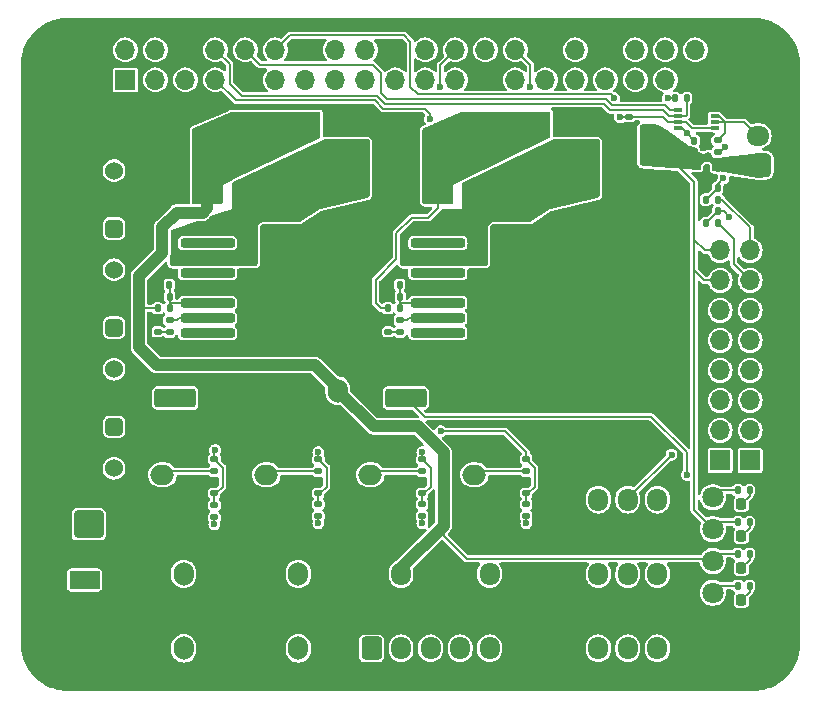
<source format=gbr>
%TF.GenerationSoftware,KiCad,Pcbnew,7.0.10-7.0.10~ubuntu22.04.1*%
%TF.CreationDate,2024-02-14T11:38:45+01:00*%
%TF.ProjectId,puissanceok,70756973-7361-46e6-9365-6f6b2e6b6963,rev?*%
%TF.SameCoordinates,Original*%
%TF.FileFunction,Copper,L1,Top*%
%TF.FilePolarity,Positive*%
%FSLAX46Y46*%
G04 Gerber Fmt 4.6, Leading zero omitted, Abs format (unit mm)*
G04 Created by KiCad (PCBNEW 7.0.10-7.0.10~ubuntu22.04.1) date 2024-02-14 11:38:45*
%MOMM*%
%LPD*%
G01*
G04 APERTURE LIST*
G04 Aperture macros list*
%AMRoundRect*
0 Rectangle with rounded corners*
0 $1 Rounding radius*
0 $2 $3 $4 $5 $6 $7 $8 $9 X,Y pos of 4 corners*
0 Add a 4 corners polygon primitive as box body*
4,1,4,$2,$3,$4,$5,$6,$7,$8,$9,$2,$3,0*
0 Add four circle primitives for the rounded corners*
1,1,$1+$1,$2,$3*
1,1,$1+$1,$4,$5*
1,1,$1+$1,$6,$7*
1,1,$1+$1,$8,$9*
0 Add four rect primitives between the rounded corners*
20,1,$1+$1,$2,$3,$4,$5,0*
20,1,$1+$1,$4,$5,$6,$7,0*
20,1,$1+$1,$6,$7,$8,$9,0*
20,1,$1+$1,$8,$9,$2,$3,0*%
G04 Aperture macros list end*
%TA.AperFunction,SMDPad,CuDef*%
%ADD10RoundRect,0.250000X-0.550000X1.500000X-0.550000X-1.500000X0.550000X-1.500000X0.550000X1.500000X0*%
%TD*%
%TA.AperFunction,SMDPad,CuDef*%
%ADD11RoundRect,0.250000X1.050000X0.550000X-1.050000X0.550000X-1.050000X-0.550000X1.050000X-0.550000X0*%
%TD*%
%TA.AperFunction,SMDPad,CuDef*%
%ADD12RoundRect,0.200000X1.400000X-2.250000X1.400000X2.250000X-1.400000X2.250000X-1.400000X-2.250000X0*%
%TD*%
%TA.AperFunction,SMDPad,CuDef*%
%ADD13RoundRect,0.100000X0.375000X-0.400000X0.375000X0.400000X-0.375000X0.400000X-0.375000X-0.400000X0*%
%TD*%
%TA.AperFunction,SMDPad,CuDef*%
%ADD14RoundRect,0.135000X-0.185000X0.135000X-0.185000X-0.135000X0.185000X-0.135000X0.185000X0.135000X0*%
%TD*%
%TA.AperFunction,SMDPad,CuDef*%
%ADD15R,0.800000X0.300000*%
%TD*%
%TA.AperFunction,SMDPad,CuDef*%
%ADD16RoundRect,0.135000X0.185000X-0.135000X0.185000X0.135000X-0.185000X0.135000X-0.185000X-0.135000X0*%
%TD*%
%TA.AperFunction,SMDPad,CuDef*%
%ADD17RoundRect,0.135000X0.135000X0.185000X-0.135000X0.185000X-0.135000X-0.185000X0.135000X-0.185000X0*%
%TD*%
%TA.AperFunction,ComponentPad*%
%ADD18C,0.800000*%
%TD*%
%TA.AperFunction,ComponentPad*%
%ADD19C,5.400000*%
%TD*%
%TA.AperFunction,ComponentPad*%
%ADD20RoundRect,0.250000X-0.600000X-0.750000X0.600000X-0.750000X0.600000X0.750000X-0.600000X0.750000X0*%
%TD*%
%TA.AperFunction,ComponentPad*%
%ADD21O,1.700000X2.000000*%
%TD*%
%TA.AperFunction,SMDPad,CuDef*%
%ADD22RoundRect,0.218750X0.218750X0.256250X-0.218750X0.256250X-0.218750X-0.256250X0.218750X-0.256250X0*%
%TD*%
%TA.AperFunction,SMDPad,CuDef*%
%ADD23RoundRect,0.250000X1.000000X0.900000X-1.000000X0.900000X-1.000000X-0.900000X1.000000X-0.900000X0*%
%TD*%
%TA.AperFunction,SMDPad,CuDef*%
%ADD24RoundRect,0.140000X0.170000X-0.140000X0.170000X0.140000X-0.170000X0.140000X-0.170000X-0.140000X0*%
%TD*%
%TA.AperFunction,ComponentPad*%
%ADD25RoundRect,0.250000X-0.600000X-0.725000X0.600000X-0.725000X0.600000X0.725000X-0.600000X0.725000X0*%
%TD*%
%TA.AperFunction,ComponentPad*%
%ADD26O,1.700000X1.950000*%
%TD*%
%TA.AperFunction,ComponentPad*%
%ADD27R,1.700000X1.700000*%
%TD*%
%TA.AperFunction,ComponentPad*%
%ADD28O,1.700000X1.700000*%
%TD*%
%TA.AperFunction,ComponentPad*%
%ADD29C,1.800000*%
%TD*%
%TA.AperFunction,ComponentPad*%
%ADD30RoundRect,0.381000X-0.381000X0.381000X-0.381000X-0.381000X0.381000X-0.381000X0.381000X0.381000X0*%
%TD*%
%TA.AperFunction,ComponentPad*%
%ADD31C,1.524000*%
%TD*%
%TA.AperFunction,SMDPad,CuDef*%
%ADD32R,7.500000X2.200000*%
%TD*%
%TA.AperFunction,SMDPad,CuDef*%
%ADD33RoundRect,0.140000X0.140000X0.170000X-0.140000X0.170000X-0.140000X-0.170000X0.140000X-0.170000X0*%
%TD*%
%TA.AperFunction,SMDPad,CuDef*%
%ADD34RoundRect,0.200000X-2.100000X-0.200000X2.100000X-0.200000X2.100000X0.200000X-2.100000X0.200000X0*%
%TD*%
%TA.AperFunction,SMDPad,CuDef*%
%ADD35RoundRect,0.250000X-2.025000X-2.375000X2.025000X-2.375000X2.025000X2.375000X-2.025000X2.375000X0*%
%TD*%
%TA.AperFunction,SMDPad,CuDef*%
%ADD36RoundRect,0.250002X-4.449998X-5.149998X4.449998X-5.149998X4.449998X5.149998X-4.449998X5.149998X0*%
%TD*%
%TA.AperFunction,ComponentPad*%
%ADD37RoundRect,0.250000X0.725000X-0.600000X0.725000X0.600000X-0.725000X0.600000X-0.725000X-0.600000X0*%
%TD*%
%TA.AperFunction,ComponentPad*%
%ADD38O,1.950000X1.700000*%
%TD*%
%TA.AperFunction,SMDPad,CuDef*%
%ADD39RoundRect,0.135000X-0.135000X-0.185000X0.135000X-0.185000X0.135000X0.185000X-0.135000X0.185000X0*%
%TD*%
%TA.AperFunction,ComponentPad*%
%ADD40RoundRect,0.250000X0.750000X-0.600000X0.750000X0.600000X-0.750000X0.600000X-0.750000X-0.600000X0*%
%TD*%
%TA.AperFunction,ComponentPad*%
%ADD41O,2.000000X1.700000*%
%TD*%
%TA.AperFunction,SMDPad,CuDef*%
%ADD42RoundRect,0.140000X-0.140000X-0.170000X0.140000X-0.170000X0.140000X0.170000X-0.140000X0.170000X0*%
%TD*%
%TA.AperFunction,SMDPad,CuDef*%
%ADD43RoundRect,0.250000X-1.500000X-0.550000X1.500000X-0.550000X1.500000X0.550000X-1.500000X0.550000X0*%
%TD*%
%TA.AperFunction,ViaPad*%
%ADD44C,0.600000*%
%TD*%
%TA.AperFunction,Conductor*%
%ADD45C,0.200000*%
%TD*%
%TA.AperFunction,Conductor*%
%ADD46C,1.000000*%
%TD*%
G04 APERTURE END LIST*
D10*
%TO.P,C902,1*%
%TO.N,7.4V*%
X99200000Y-56800000D03*
%TO.P,C902,2*%
%TO.N,GND*%
X99200000Y-62200000D03*
%TD*%
D11*
%TO.P,C304,1*%
%TO.N,7.4V*%
X81300000Y-56200000D03*
%TO.P,C304,2*%
%TO.N,GND*%
X77700000Y-56200000D03*
%TD*%
D12*
%TO.P,D601,1,K*%
%TO.N,/BUCK_5.1V/voutbuck*%
X73930000Y-58750000D03*
D13*
%TO.P,D601,2,A*%
%TO.N,GND*%
X72960000Y-54400000D03*
X74900000Y-54400000D03*
%TD*%
D14*
%TO.P,R902,1*%
%TO.N,/UartTX_Enable*%
X97500000Y-54390000D03*
%TO.P,R902,2*%
%TO.N,GND*%
X97500000Y-55410000D03*
%TD*%
D12*
%TO.P,D301,1,K*%
%TO.N,/BUCK_7.4V/voutbuck*%
X93430000Y-58750000D03*
D13*
%TO.P,D301,2,A*%
%TO.N,GND*%
X92460000Y-54400000D03*
X94400000Y-54400000D03*
%TD*%
D15*
%TO.P,U901,1*%
%TO.N,/UartTX_Enable*%
X104750000Y-55350000D03*
%TO.P,U901,2*%
%TO.N,/XL_320_connector_and_buffer/DXL_Data*%
X104750000Y-54850000D03*
%TO.P,U901,3*%
X104750000Y-54350000D03*
%TO.P,U901,4,GND*%
%TO.N,GND*%
X104750000Y-53850000D03*
%TO.P,U901,5*%
%TO.N,/Uart1_RX*%
X101650000Y-53850000D03*
%TO.P,U901,6*%
%TO.N,/Uart1_TX*%
X101650000Y-54350000D03*
%TO.P,U901,7*%
%TO.N,/UartTX_Enable*%
X101650000Y-54850000D03*
%TO.P,U901,8,VCC*%
%TO.N,+3.3V*%
X101650000Y-55350000D03*
%TD*%
D16*
%TO.P,R701,1*%
%TO.N,+3.3V*%
X88800000Y-88210000D03*
%TO.P,R701,2*%
%TO.N,/FDC_4*%
X88800000Y-87190000D03*
%TD*%
D17*
%TO.P,R603,1*%
%TO.N,Net-(U601-FB)*%
X58620000Y-69610000D03*
%TO.P,R603,2*%
%TO.N,GND*%
X57600000Y-69610000D03*
%TD*%
%TO.P,R303,1*%
%TO.N,Net-(U301-FB)*%
X78120000Y-69610000D03*
%TO.P,R303,2*%
%TO.N,GND*%
X77100000Y-69610000D03*
%TD*%
D18*
%TO.P,H102,1,1*%
%TO.N,GND*%
X105975000Y-50000000D03*
X106568109Y-48568109D03*
X106568109Y-51431891D03*
X108000000Y-47975000D03*
D19*
X108000000Y-50000000D03*
D18*
X108000000Y-52025000D03*
X109431891Y-48568109D03*
X109431891Y-51431891D03*
X110025000Y-50000000D03*
%TD*%
D20*
%TO.P,J107,1,Pin_1*%
%TO.N,GND*%
X57300000Y-99400000D03*
D21*
%TO.P,J107,2,Pin_2*%
%TO.N,14.4V*%
X59800000Y-99400000D03*
%TD*%
D22*
%TO.P,D105,1,K*%
%TO.N,GND*%
X108587500Y-95300000D03*
%TO.P,D105,2,A*%
%TO.N,Net-(D105-A)*%
X107012500Y-95300000D03*
%TD*%
D11*
%TO.P,C101,1*%
%TO.N,14.4V*%
X51400000Y-93600000D03*
%TO.P,C101,2*%
%TO.N,GND*%
X47800000Y-93600000D03*
%TD*%
D23*
%TO.P,D101,1,A1*%
%TO.N,14.4V*%
X51750000Y-88900000D03*
%TO.P,D101,2,A2*%
%TO.N,GND*%
X47450000Y-88900000D03*
%TD*%
D14*
%TO.P,R702,1*%
%TO.N,/FDC_4*%
X88800000Y-83390000D03*
%TO.P,R702,2*%
%TO.N,Net-(J701-Pin_2)*%
X88800000Y-84410000D03*
%TD*%
D24*
%TO.P,C602,1*%
%TO.N,Net-(C602-Pad1)*%
X57600000Y-72580000D03*
%TO.P,C602,2*%
%TO.N,GND*%
X57600000Y-71620000D03*
%TD*%
D25*
%TO.P,J114,1,Pin_1*%
%TO.N,GND*%
X75700000Y-93100000D03*
D26*
%TO.P,J114,2,Pin_2*%
%TO.N,5.1V*%
X78200000Y-93100000D03*
%TO.P,J114,3,Pin_3*%
%TO.N,GND*%
X80700000Y-93100000D03*
%TO.P,J114,4,Pin_4*%
X83200000Y-93100000D03*
%TO.P,J114,5,Pin_5*%
%TO.N,+3.3V*%
X85700000Y-93100000D03*
%TD*%
D27*
%TO.P,J111,1,Pin_1*%
%TO.N,GND*%
X110300000Y-83480000D03*
D28*
%TO.P,J111,2,Pin_2*%
X110300000Y-80940000D03*
%TO.P,J111,3,Pin_3*%
X110300000Y-78400000D03*
%TO.P,J111,4,Pin_4*%
X110300000Y-75860000D03*
%TO.P,J111,5,Pin_5*%
X110300000Y-73320000D03*
%TO.P,J111,6,Pin_6*%
X110300000Y-70780000D03*
%TO.P,J111,7,Pin_7*%
X110300000Y-68240000D03*
%TO.P,J111,8,Pin_8*%
X110300000Y-65700000D03*
%TD*%
D14*
%TO.P,R202,1*%
%TO.N,/FDC_1*%
X62400000Y-83390000D03*
%TO.P,R202,2*%
%TO.N,Net-(J201-Pin_2)*%
X62400000Y-84410000D03*
%TD*%
D20*
%TO.P,J108,1,Pin_1*%
%TO.N,GND*%
X67000000Y-93100000D03*
D21*
%TO.P,J108,2,Pin_2*%
%TO.N,14.4V*%
X69500000Y-93100000D03*
%TD*%
D29*
%TO.P,TP104,1,1*%
%TO.N,+3.3V*%
X104600000Y-94700000D03*
%TD*%
D22*
%TO.P,D104,1,K*%
%TO.N,GND*%
X108587500Y-92600000D03*
%TO.P,D104,2,A*%
%TO.N,Net-(D104-A)*%
X107012500Y-92600000D03*
%TD*%
D30*
%TO.P,J101,1,Pin_1*%
%TO.N,Net-(J101-Pin_1)*%
X53900000Y-63850000D03*
D31*
%TO.P,J101,2,Pin_2*%
%TO.N,/V_BAT*%
X53900000Y-67350000D03*
%TD*%
D32*
%TO.P,L601,1*%
%TO.N,/BUCK_5.1V/voutbuck*%
X67600000Y-61100000D03*
%TO.P,L601,2*%
%TO.N,5.1V*%
X67600000Y-55100000D03*
%TD*%
D16*
%TO.P,R501,1*%
%TO.N,+3.3V*%
X80000000Y-88210000D03*
%TO.P,R501,2*%
%TO.N,/FDC_3*%
X80000000Y-87190000D03*
%TD*%
D25*
%TO.P,J115,1,Pin_1*%
%TO.N,/Out_color_sensor*%
X75700000Y-99400000D03*
D26*
%TO.P,J115,2,Pin_2*%
%TO.N,/S3_color_sensor*%
X78200000Y-99400000D03*
%TO.P,J115,3,Pin_3*%
%TO.N,/S2_color_sensor*%
X80700000Y-99400000D03*
%TO.P,J115,4,Pin_4*%
%TO.N,/S1_color_sensor*%
X83200000Y-99400000D03*
%TO.P,J115,5,Pin_5*%
%TO.N,/S0_color_sensor*%
X85700000Y-99400000D03*
%TD*%
D20*
%TO.P,J110,1,Pin_1*%
%TO.N,GND*%
X70350000Y-77575000D03*
D21*
%TO.P,J110,2,Pin_2*%
%TO.N,5.1V*%
X72850000Y-77575000D03*
%TD*%
D16*
%TO.P,R401,1*%
%TO.N,+3.3V*%
X71200000Y-88210000D03*
%TO.P,R401,2*%
%TO.N,/FDC_2*%
X71200000Y-87190000D03*
%TD*%
D25*
%TO.P,J801,1,Pin_1*%
%TO.N,GND*%
X92400000Y-99400000D03*
D26*
%TO.P,J801,2,Pin_2*%
%TO.N,/Uart2_TX*%
X94900000Y-99400000D03*
%TO.P,J801,3,Pin_3*%
%TO.N,/Uart2_RX*%
X97400000Y-99400000D03*
%TO.P,J801,4,Pin_4*%
%TO.N,+3.3V*%
X99900000Y-99400000D03*
%TD*%
D24*
%TO.P,C302,1*%
%TO.N,Net-(C302-Pad1)*%
X77100000Y-72580000D03*
%TO.P,C302,2*%
%TO.N,GND*%
X77100000Y-71620000D03*
%TD*%
D29*
%TO.P,TP103,1,1*%
%TO.N,7.4V*%
X104600000Y-89300000D03*
%TD*%
D17*
%TO.P,R2,1*%
%TO.N,/GPIO21*%
X105020000Y-60400000D03*
%TO.P,R2,2*%
%TO.N,GND*%
X104000000Y-60400000D03*
%TD*%
D16*
%TO.P,R903,1*%
%TO.N,5.1V*%
X105000000Y-57410000D03*
%TO.P,R903,2*%
%TO.N,/XL_320_connector_and_buffer/DXL_Data*%
X105000000Y-56390000D03*
%TD*%
%TO.P,R201,1*%
%TO.N,+3.3V*%
X62400000Y-88310000D03*
%TO.P,R201,2*%
%TO.N,/FDC_1*%
X62400000Y-87290000D03*
%TD*%
D30*
%TO.P,J104,1,Pin_1*%
%TO.N,Net-(J103-Pin_2)*%
X53900000Y-80650000D03*
D31*
%TO.P,J104,2,Pin_2*%
%TO.N,14.4V*%
X53900000Y-84150000D03*
%TD*%
D18*
%TO.P,H104,1,1*%
%TO.N,GND*%
X47975000Y-99000000D03*
X48568109Y-97568109D03*
X48568109Y-100431891D03*
X50000000Y-96975000D03*
D19*
X50000000Y-99000000D03*
D18*
X50000000Y-101025000D03*
X51431891Y-97568109D03*
X51431891Y-100431891D03*
X52025000Y-99000000D03*
%TD*%
D11*
%TO.P,C305,1*%
%TO.N,7.4V*%
X81300000Y-61000000D03*
%TO.P,C305,2*%
%TO.N,GND*%
X77700000Y-61000000D03*
%TD*%
D17*
%TO.P,R3,1*%
%TO.N,Net-(J112-Pin_7)*%
X105020000Y-63400000D03*
%TO.P,R3,2*%
%TO.N,/GPIO20*%
X104000000Y-63400000D03*
%TD*%
D33*
%TO.P,C303,1*%
%TO.N,Net-(U301-FB)*%
X78080000Y-68600000D03*
%TO.P,C303,2*%
%TO.N,GND*%
X77120000Y-68600000D03*
%TD*%
D25*
%TO.P,J1101,1,Pin_1*%
%TO.N,GND*%
X92400000Y-93100000D03*
D26*
%TO.P,J1101,2,Pin_2*%
%TO.N,/Uart4_TX*%
X94900000Y-93100000D03*
%TO.P,J1101,3,Pin_3*%
%TO.N,/Uart4_RX*%
X97400000Y-93100000D03*
%TO.P,J1101,4,Pin_4*%
%TO.N,+3.3V*%
X99900000Y-93100000D03*
%TD*%
D32*
%TO.P,L301,1*%
%TO.N,/BUCK_7.4V/voutbuck*%
X87100000Y-61100000D03*
%TO.P,L301,2*%
%TO.N,7.4V*%
X87100000Y-55100000D03*
%TD*%
D14*
%TO.P,R502,1*%
%TO.N,/FDC_3*%
X80000000Y-83390000D03*
%TO.P,R502,2*%
%TO.N,Net-(J501-Pin_2)*%
X80000000Y-84410000D03*
%TD*%
D33*
%TO.P,C603,1*%
%TO.N,Net-(U601-FB)*%
X58580000Y-68600000D03*
%TO.P,C603,2*%
%TO.N,GND*%
X57620000Y-68600000D03*
%TD*%
D27*
%TO.P,J113,1,Pin_1*%
%TO.N,+3.3V*%
X105220000Y-83480000D03*
D28*
%TO.P,J113,2,Pin_2*%
X105220000Y-80940000D03*
%TO.P,J113,3,Pin_3*%
X105220000Y-78400000D03*
%TO.P,J113,4,Pin_4*%
X105220000Y-75860000D03*
%TO.P,J113,5,Pin_5*%
X105220000Y-73320000D03*
%TO.P,J113,6,Pin_6*%
X105220000Y-70780000D03*
%TO.P,J113,7,Pin_7*%
%TO.N,7.4V*%
X105220000Y-68240000D03*
%TO.P,J113,8,Pin_8*%
X105220000Y-65700000D03*
%TD*%
D34*
%TO.P,U601,1,Vin*%
%TO.N,14.4V*%
X61825000Y-65090000D03*
%TO.P,U601,2,Vsw*%
%TO.N,/BUCK_5.1V/voutbuck*%
X61825000Y-66360000D03*
%TO.P,U601,3,Ilim*%
%TO.N,unconnected-(U601-Ilim-Pad3)*%
X61825000Y-67630000D03*
%TO.P,U601,4,GND*%
%TO.N,GND*%
X61825000Y-68900000D03*
D35*
X68550000Y-66125000D03*
X68550000Y-71675000D03*
D36*
X70975000Y-68900000D03*
D35*
X73400000Y-66125000D03*
X73400000Y-71675000D03*
D34*
%TO.P,U601,5,FB*%
%TO.N,Net-(U601-FB)*%
X61825000Y-70170000D03*
%TO.P,U601,6,Vc*%
%TO.N,/BUCK_5.1V/vc*%
X61825000Y-71440000D03*
%TO.P,U601,7,Shutdown*%
%TO.N,14.4V*%
X61825000Y-72710000D03*
%TD*%
D37*
%TO.P,J901,1,Pin_1*%
%TO.N,GND*%
X108400000Y-61000000D03*
D38*
%TO.P,J901,2,Pin_2*%
%TO.N,7.4V*%
X108400000Y-58500000D03*
%TO.P,J901,3,Pin_3*%
%TO.N,/XL_320_connector_and_buffer/DXL_Data*%
X108400000Y-56000000D03*
%TD*%
D39*
%TO.P,R103,1*%
%TO.N,5.1V*%
X106690000Y-91400000D03*
%TO.P,R103,2*%
%TO.N,Net-(D104-A)*%
X107710000Y-91400000D03*
%TD*%
%TO.P,R302,1*%
%TO.N,7.4V*%
X77090000Y-70600000D03*
%TO.P,R302,2*%
%TO.N,Net-(U301-FB)*%
X78110000Y-70600000D03*
%TD*%
D18*
%TO.P,H103,1,1*%
%TO.N,GND*%
X105975000Y-99000000D03*
X106568109Y-97568109D03*
X106568109Y-100431891D03*
X108000000Y-96975000D03*
D19*
X108000000Y-99000000D03*
D18*
X108000000Y-101025000D03*
X109431891Y-97568109D03*
X109431891Y-100431891D03*
X110025000Y-99000000D03*
%TD*%
D25*
%TO.P,J1001,1,Pin_1*%
%TO.N,GND*%
X92400000Y-86800000D03*
D26*
%TO.P,J1001,2,Pin_2*%
%TO.N,/Uart3_TX*%
X94900000Y-86800000D03*
%TO.P,J1001,3,Pin_3*%
%TO.N,/Uart3_RX*%
X97400000Y-86800000D03*
%TO.P,J1001,4,Pin_4*%
%TO.N,+3.3V*%
X99900000Y-86800000D03*
%TD*%
D33*
%TO.P,C903,1*%
%TO.N,7.4V*%
X105030000Y-58750000D03*
%TO.P,C903,2*%
%TO.N,GND*%
X104070000Y-58750000D03*
%TD*%
D39*
%TO.P,R102,1*%
%TO.N,7.4V*%
X106690000Y-88700000D03*
%TO.P,R102,2*%
%TO.N,Net-(D103-A)*%
X107710000Y-88700000D03*
%TD*%
D30*
%TO.P,J103,1,Pin_1*%
%TO.N,/V_BAT*%
X53900000Y-72250000D03*
D31*
%TO.P,J103,2,Pin_2*%
%TO.N,Net-(J103-Pin_2)*%
X53900000Y-75750000D03*
%TD*%
D17*
%TO.P,R4,1*%
%TO.N,/GPIO20*%
X105010000Y-62400000D03*
%TO.P,R4,2*%
%TO.N,GND*%
X103990000Y-62400000D03*
%TD*%
D30*
%TO.P,J102,1,Pin_1*%
%TO.N,GND*%
X53900000Y-55450000D03*
D31*
%TO.P,J102,2,Pin_2*%
%TO.N,Net-(J101-Pin_1)*%
X53900000Y-58950000D03*
%TD*%
D39*
%TO.P,R602,1*%
%TO.N,5.1V*%
X57590000Y-70600000D03*
%TO.P,R602,2*%
%TO.N,Net-(U601-FB)*%
X58610000Y-70600000D03*
%TD*%
D24*
%TO.P,C701,1*%
%TO.N,/FDC_4*%
X88800000Y-86280000D03*
%TO.P,C701,2*%
%TO.N,GND*%
X88800000Y-85320000D03*
%TD*%
D14*
%TO.P,R301,1*%
%TO.N,/BUCK_7.4V/vc*%
X78100000Y-71600000D03*
%TO.P,R301,2*%
%TO.N,Net-(C302-Pad1)*%
X78100000Y-72620000D03*
%TD*%
D40*
%TO.P,J701,1,Pin_1*%
%TO.N,GND*%
X84400000Y-87200000D03*
D41*
%TO.P,J701,2,Pin_2*%
%TO.N,Net-(J701-Pin_2)*%
X84400000Y-84700000D03*
%TD*%
D11*
%TO.P,C605,1*%
%TO.N,5.1V*%
X61800000Y-61000000D03*
%TO.P,C605,2*%
%TO.N,GND*%
X58200000Y-61000000D03*
%TD*%
%TO.P,C604,1*%
%TO.N,5.1V*%
X61800000Y-56200000D03*
%TO.P,C604,2*%
%TO.N,GND*%
X58200000Y-56200000D03*
%TD*%
D14*
%TO.P,R601,1*%
%TO.N,/BUCK_5.1V/vc*%
X58600000Y-71600000D03*
%TO.P,R601,2*%
%TO.N,Net-(C602-Pad1)*%
X58600000Y-72620000D03*
%TD*%
D24*
%TO.P,C201,1*%
%TO.N,/FDC_1*%
X62400000Y-86280000D03*
%TO.P,C201,2*%
%TO.N,GND*%
X62400000Y-85320000D03*
%TD*%
D22*
%TO.P,D102,1,K*%
%TO.N,GND*%
X108575000Y-87200000D03*
%TO.P,D102,2,A*%
%TO.N,Net-(D102-A)*%
X107000000Y-87200000D03*
%TD*%
D39*
%TO.P,R104,1*%
%TO.N,+3.3V*%
X106690000Y-94100000D03*
%TO.P,R104,2*%
%TO.N,Net-(D105-A)*%
X107710000Y-94100000D03*
%TD*%
D24*
%TO.P,C401,1*%
%TO.N,/FDC_2*%
X71200000Y-86280000D03*
%TO.P,C401,2*%
%TO.N,GND*%
X71200000Y-85320000D03*
%TD*%
D34*
%TO.P,U301,1,Vin*%
%TO.N,14.4V*%
X81325000Y-65090000D03*
%TO.P,U301,2,Vsw*%
%TO.N,/BUCK_7.4V/voutbuck*%
X81325000Y-66360000D03*
%TO.P,U301,3,Ilim*%
%TO.N,unconnected-(U301-Ilim-Pad3)*%
X81325000Y-67630000D03*
%TO.P,U301,4,GND*%
%TO.N,GND*%
X81325000Y-68900000D03*
D35*
X88050000Y-66125000D03*
X88050000Y-71675000D03*
D36*
X90475000Y-68900000D03*
D35*
X92900000Y-66125000D03*
X92900000Y-71675000D03*
D34*
%TO.P,U301,5,FB*%
%TO.N,Net-(U301-FB)*%
X81325000Y-70170000D03*
%TO.P,U301,6,Vc*%
%TO.N,/BUCK_7.4V/vc*%
X81325000Y-71440000D03*
%TO.P,U301,7,Shutdown*%
%TO.N,14.4V*%
X81325000Y-72710000D03*
%TD*%
D22*
%TO.P,D103,1,K*%
%TO.N,GND*%
X108587500Y-89900000D03*
%TO.P,D103,2,A*%
%TO.N,Net-(D103-A)*%
X107012500Y-89900000D03*
%TD*%
D40*
%TO.P,J501,1,Pin_1*%
%TO.N,GND*%
X75600000Y-87200000D03*
D41*
%TO.P,J501,2,Pin_2*%
%TO.N,Net-(J501-Pin_2)*%
X75600000Y-84700000D03*
%TD*%
D17*
%TO.P,R1,1*%
%TO.N,Net-(J112-Pin_8)*%
X105020000Y-61400000D03*
%TO.P,R1,2*%
%TO.N,/GPIO21*%
X104000000Y-61400000D03*
%TD*%
D29*
%TO.P,TP102,1,1*%
%TO.N,5.1V*%
X104600000Y-92000000D03*
%TD*%
D24*
%TO.P,C501,1*%
%TO.N,/FDC_3*%
X80000000Y-86280000D03*
%TO.P,C501,2*%
%TO.N,GND*%
X80000000Y-85320000D03*
%TD*%
D42*
%TO.P,C901,1*%
%TO.N,+3.3V*%
X103020000Y-56400000D03*
%TO.P,C901,2*%
%TO.N,GND*%
X103980000Y-56400000D03*
%TD*%
D29*
%TO.P,TP101,1,1*%
%TO.N,14.4V*%
X104600000Y-86600000D03*
%TD*%
D43*
%TO.P,C601,1*%
%TO.N,14.4V*%
X59100000Y-78200000D03*
%TO.P,C601,2*%
%TO.N,GND*%
X64500000Y-78200000D03*
%TD*%
D39*
%TO.P,R101,1*%
%TO.N,14.4V*%
X106690000Y-86000000D03*
%TO.P,R101,2*%
%TO.N,Net-(D102-A)*%
X107710000Y-86000000D03*
%TD*%
D40*
%TO.P,J201,1,Pin_1*%
%TO.N,GND*%
X58000000Y-87200000D03*
D41*
%TO.P,J201,2,Pin_2*%
%TO.N,Net-(J201-Pin_2)*%
X58000000Y-84700000D03*
%TD*%
D39*
%TO.P,R901,1*%
%TO.N,+3.3V*%
X101380000Y-52800000D03*
%TO.P,R901,2*%
%TO.N,/Uart1_TX*%
X102400000Y-52800000D03*
%TD*%
D14*
%TO.P,R402,1*%
%TO.N,/FDC_2*%
X71200000Y-83390000D03*
%TO.P,R402,2*%
%TO.N,Net-(J401-Pin_2)*%
X71200000Y-84410000D03*
%TD*%
D27*
%TO.P,J112,1,Pin_1*%
%TO.N,/GPIO11*%
X107760000Y-83480000D03*
D28*
%TO.P,J112,2,Pin_2*%
%TO.N,/GPIO6*%
X107760000Y-80940000D03*
%TO.P,J112,3,Pin_3*%
%TO.N,/GPIO7*%
X107760000Y-78400000D03*
%TO.P,J112,4,Pin_4*%
%TO.N,/GPIO19*%
X107760000Y-75860000D03*
%TO.P,J112,5,Pin_5*%
%TO.N,/GPIO16*%
X107760000Y-73320000D03*
%TO.P,J112,6,Pin_6*%
%TO.N,/GPIO26*%
X107760000Y-70780000D03*
%TO.P,J112,7,Pin_7*%
%TO.N,Net-(J112-Pin_7)*%
X107760000Y-68240000D03*
%TO.P,J112,8,Pin_8*%
%TO.N,Net-(J112-Pin_8)*%
X107760000Y-65700000D03*
%TD*%
D18*
%TO.P,H101,1,1*%
%TO.N,GND*%
X47975000Y-50000000D03*
X48568109Y-48568109D03*
X48568109Y-51431891D03*
X50000000Y-47975000D03*
D19*
X50000000Y-50000000D03*
D18*
X50000000Y-52025000D03*
X51431891Y-48568109D03*
X51431891Y-51431891D03*
X52025000Y-50000000D03*
%TD*%
D20*
%TO.P,J109,1,Pin_1*%
%TO.N,GND*%
X67000000Y-99400000D03*
D21*
%TO.P,J109,2,Pin_2*%
%TO.N,14.4V*%
X69500000Y-99400000D03*
%TD*%
D20*
%TO.P,J106,1,Pin_1*%
%TO.N,GND*%
X57300000Y-93100000D03*
D21*
%TO.P,J106,2,Pin_2*%
%TO.N,14.4V*%
X59800000Y-93100000D03*
%TD*%
D40*
%TO.P,J401,1,Pin_1*%
%TO.N,GND*%
X66800000Y-87200000D03*
D41*
%TO.P,J401,2,Pin_2*%
%TO.N,Net-(J401-Pin_2)*%
X66800000Y-84700000D03*
%TD*%
D43*
%TO.P,C301,1*%
%TO.N,14.4V*%
X78600000Y-78200000D03*
%TO.P,C301,2*%
%TO.N,GND*%
X84000000Y-78200000D03*
%TD*%
D27*
%TO.P,J105,1,Pin_1*%
%TO.N,unconnected-(J105-Pin_1-Pad1)*%
X54870000Y-51270000D03*
D28*
%TO.P,J105,2,Pin_2*%
%TO.N,5.1V*%
X54870000Y-48730000D03*
%TO.P,J105,3,Pin_3*%
%TO.N,/FDC_1*%
X57410000Y-51270000D03*
%TO.P,J105,4,Pin_4*%
%TO.N,5.1V*%
X57410000Y-48730000D03*
%TO.P,J105,5,Pin_5*%
%TO.N,/FDC_2*%
X59950000Y-51270000D03*
%TO.P,J105,6,Pin_6*%
%TO.N,GND*%
X59950000Y-48730000D03*
%TO.P,J105,7,Pin_7*%
%TO.N,/Uart3_TX*%
X62490000Y-51270000D03*
%TO.P,J105,8,Pin_8*%
%TO.N,/Uart1_TX*%
X62490000Y-48730000D03*
%TO.P,J105,9,Pin_9*%
%TO.N,GND*%
X65030000Y-51270000D03*
%TO.P,J105,10,Pin_10*%
%TO.N,/Uart1_RX*%
X65030000Y-48730000D03*
%TO.P,J105,11,Pin_11*%
%TO.N,/FDC_3*%
X67570000Y-51270000D03*
%TO.P,J105,12,Pin_12*%
%TO.N,/UartTX_Enable*%
X67570000Y-48730000D03*
%TO.P,J105,13,Pin_13*%
%TO.N,/FDC_4*%
X70110000Y-51270000D03*
%TO.P,J105,14,Pin_14*%
%TO.N,GND*%
X70110000Y-48730000D03*
%TO.P,J105,15,Pin_15*%
%TO.N,/S3_color_sensor*%
X72650000Y-51270000D03*
%TO.P,J105,16,Pin_16*%
%TO.N,/Out_color_sensor*%
X72650000Y-48730000D03*
%TO.P,J105,17,Pin_17*%
%TO.N,+3.3V*%
X75190000Y-51270000D03*
%TO.P,J105,18,Pin_18*%
%TO.N,/S2_color_sensor*%
X75190000Y-48730000D03*
%TO.P,J105,19,Pin_19*%
%TO.N,/S1_color_sensor*%
X77730000Y-51270000D03*
%TO.P,J105,20,Pin_20*%
%TO.N,GND*%
X77730000Y-48730000D03*
%TO.P,J105,21,Pin_21*%
%TO.N,/Uart4_RX*%
X80270000Y-51270000D03*
%TO.P,J105,22,Pin_22*%
%TO.N,/S0_color_sensor*%
X80270000Y-48730000D03*
%TO.P,J105,23,Pin_23*%
%TO.N,/GPIO11*%
X82810000Y-51270000D03*
%TO.P,J105,24,Pin_24*%
%TO.N,/Uart4_TX*%
X82810000Y-48730000D03*
%TO.P,J105,25,Pin_25*%
%TO.N,GND*%
X85350000Y-51270000D03*
%TO.P,J105,26,Pin_26*%
%TO.N,/GPIO7*%
X85350000Y-48730000D03*
%TO.P,J105,27,Pin_27*%
%TO.N,/Uart2_TX*%
X87890000Y-51270000D03*
%TO.P,J105,28,Pin_28*%
%TO.N,/Uart2_RX*%
X87890000Y-48730000D03*
%TO.P,J105,29,Pin_29*%
%TO.N,/Uart3_RX*%
X90430000Y-51270000D03*
%TO.P,J105,30,Pin_30*%
%TO.N,GND*%
X90430000Y-48730000D03*
%TO.P,J105,31,Pin_31*%
%TO.N,/GPIO6*%
X92970000Y-51270000D03*
%TO.P,J105,32,Pin_32*%
%TO.N,/Uart5_TX*%
X92970000Y-48730000D03*
%TO.P,J105,33,Pin_33*%
%TO.N,/Uart5_RX*%
X95510000Y-51270000D03*
%TO.P,J105,34,Pin_34*%
%TO.N,GND*%
X95510000Y-48730000D03*
%TO.P,J105,35,Pin_35*%
%TO.N,/GPIO19*%
X98050000Y-51270000D03*
%TO.P,J105,36,Pin_36*%
%TO.N,/GPIO16*%
X98050000Y-48730000D03*
%TO.P,J105,37,Pin_37*%
%TO.N,/GPIO26*%
X100590000Y-51270000D03*
%TO.P,J105,38,Pin_38*%
%TO.N,/GPIO20*%
X100590000Y-48730000D03*
%TO.P,J105,39,Pin_39*%
%TO.N,GND*%
X103130000Y-51270000D03*
%TO.P,J105,40,Pin_40*%
%TO.N,/GPIO21*%
X103130000Y-48730000D03*
%TD*%
D44*
%TO.N,/FDC_2*%
X71200000Y-82800000D03*
%TO.N,GND*%
X111600000Y-81300000D03*
X46600000Y-68000000D03*
X63825000Y-68900000D03*
X102300000Y-60200000D03*
X46600000Y-95500000D03*
X90475000Y-64100000D03*
X77940000Y-46600000D03*
X81400000Y-79100000D03*
X98100000Y-83100000D03*
X88200000Y-85300000D03*
X73600000Y-102400000D03*
X78700000Y-60500000D03*
X91875000Y-73700000D03*
X101700000Y-68700000D03*
X94675000Y-72100000D03*
X95600000Y-85300000D03*
X46600000Y-98000000D03*
X57620000Y-46600000D03*
X85100000Y-91100000D03*
X68175000Y-64100000D03*
X61100000Y-102400000D03*
X111600000Y-68500000D03*
X94675000Y-64100000D03*
X96100000Y-102400000D03*
X62825000Y-68900000D03*
X93275000Y-65700000D03*
X46600000Y-65500000D03*
X88100000Y-46600000D03*
X100800000Y-46600000D03*
X73775000Y-73700000D03*
X69575000Y-68900000D03*
X78200000Y-82200000D03*
X90475000Y-73700000D03*
X68175000Y-65700000D03*
X63500000Y-80300000D03*
X46600000Y-58000000D03*
X70975000Y-70500000D03*
X46600000Y-78000000D03*
X78700000Y-56700000D03*
X59200000Y-60500000D03*
X46600000Y-70500000D03*
X70975000Y-67300000D03*
X76650000Y-69610000D03*
X82300000Y-80400000D03*
X75175000Y-73700000D03*
X46600000Y-73000000D03*
X76700000Y-55700000D03*
X66775000Y-68900000D03*
X69575000Y-70500000D03*
X65240000Y-46600000D03*
X66775000Y-64100000D03*
X58600000Y-102400000D03*
X85100000Y-78700000D03*
X59200000Y-61500000D03*
X102000000Y-81500000D03*
X105880000Y-46600000D03*
X74900000Y-55200000D03*
X83325000Y-68900000D03*
X111600000Y-66100000D03*
X58200000Y-56200000D03*
X46600000Y-88000000D03*
X73775000Y-68900000D03*
X111600000Y-78800000D03*
X101700000Y-71300000D03*
X76100000Y-102400000D03*
X87675000Y-65700000D03*
X87675000Y-64100000D03*
X98300000Y-71280000D03*
X50000000Y-46600000D03*
X102400000Y-95500000D03*
X70600000Y-85300000D03*
X74900000Y-53600000D03*
X59200000Y-56700000D03*
X83600000Y-102400000D03*
X70975000Y-68900000D03*
X90640000Y-46600000D03*
X103600000Y-102400000D03*
X83100000Y-78700000D03*
X55080000Y-46600000D03*
X90475000Y-67300000D03*
X91875000Y-64100000D03*
X94675000Y-68900000D03*
X83020000Y-46600000D03*
X80325000Y-68900000D03*
X75175000Y-67300000D03*
X68175000Y-67300000D03*
X111600000Y-93800000D03*
X101300000Y-92500000D03*
X72375000Y-67300000D03*
X75175000Y-68900000D03*
X70975000Y-64100000D03*
X91875000Y-68900000D03*
X89075000Y-72100000D03*
X87675000Y-68900000D03*
X94675000Y-65700000D03*
X72375000Y-73700000D03*
X98300000Y-68740000D03*
X98300000Y-73820000D03*
X75175000Y-65700000D03*
X87675000Y-72100000D03*
X75175000Y-64100000D03*
X71100000Y-102400000D03*
X68100000Y-76500000D03*
X101200000Y-64100000D03*
X72860000Y-46600000D03*
X47800000Y-47300000D03*
X76700000Y-68600000D03*
X111600000Y-71300000D03*
X66100000Y-102400000D03*
X93275000Y-70500000D03*
X57200000Y-55700000D03*
X87675000Y-70500000D03*
X97600000Y-60600000D03*
X86275000Y-67300000D03*
X55900000Y-75600000D03*
X77700000Y-63200000D03*
X76700000Y-56700000D03*
X73775000Y-64100000D03*
X111400000Y-56300000D03*
X82300000Y-81700000D03*
X72375000Y-68900000D03*
X57200000Y-61500000D03*
X111600000Y-73800000D03*
X87675000Y-67300000D03*
X98200000Y-79200000D03*
X66775000Y-72100000D03*
X46600000Y-93000000D03*
X89075000Y-73700000D03*
X56900000Y-65500000D03*
X80800000Y-86700000D03*
X98260000Y-46600000D03*
X94675000Y-67300000D03*
X90700000Y-79200000D03*
X69575000Y-72100000D03*
X91875000Y-65700000D03*
X65600000Y-78700000D03*
X70975000Y-72100000D03*
X53600000Y-102400000D03*
X93275000Y-72100000D03*
X108420000Y-46600000D03*
X110400000Y-47600000D03*
X91100000Y-102400000D03*
X101200000Y-90850000D03*
X46600000Y-80500000D03*
X94400000Y-55200000D03*
X101600000Y-79200000D03*
X74800000Y-82200000D03*
X72960000Y-53600000D03*
X76300000Y-79400000D03*
X103340000Y-46600000D03*
X68600000Y-102400000D03*
X76200000Y-67000000D03*
X93275000Y-73700000D03*
X82900000Y-90100000D03*
X97900000Y-97300000D03*
X46600000Y-90500000D03*
X95700000Y-79200000D03*
X86100000Y-102400000D03*
X85100000Y-77700000D03*
X57000000Y-69600000D03*
X90475000Y-72100000D03*
X90475000Y-70500000D03*
X89075000Y-70500000D03*
X111200000Y-100200000D03*
X69900000Y-82500000D03*
X93450000Y-55200000D03*
X85200000Y-81700000D03*
X91875000Y-72100000D03*
X68175000Y-68900000D03*
X73900000Y-80300000D03*
X95900000Y-64100000D03*
X76500000Y-71600000D03*
X90475000Y-68900000D03*
X69575000Y-73700000D03*
X110100000Y-101800000D03*
X111400000Y-51300000D03*
X75175000Y-70500000D03*
X52540000Y-46600000D03*
X97500000Y-90900000D03*
X111600000Y-83800000D03*
X46600000Y-53000000D03*
X61600000Y-74300000D03*
X74300000Y-77400000D03*
X111400000Y-58800000D03*
X93180000Y-46600000D03*
X63100000Y-53500000D03*
X86275000Y-65700000D03*
X69575000Y-65700000D03*
X47700000Y-101700000D03*
X59825000Y-68900000D03*
X72960000Y-55200000D03*
X111400000Y-61300000D03*
X46600000Y-55500000D03*
X46600000Y-50500000D03*
X73775000Y-70500000D03*
X103508800Y-59582000D03*
X83100000Y-77700000D03*
X51100000Y-102400000D03*
X69575000Y-67300000D03*
X68175000Y-73700000D03*
X73775000Y-72100000D03*
X63600000Y-77700000D03*
X86600000Y-75200000D03*
X78700000Y-61500000D03*
X66775000Y-65700000D03*
X86275000Y-64100000D03*
X93200000Y-79200000D03*
X94675000Y-70500000D03*
X46600000Y-75500000D03*
X66775000Y-67300000D03*
X111600000Y-88800000D03*
X79325000Y-68900000D03*
X60825000Y-68900000D03*
X72375000Y-65700000D03*
X106000000Y-54100000D03*
X111600000Y-76300000D03*
X77700000Y-61000000D03*
X103800000Y-57000000D03*
X46800000Y-48900000D03*
X111400000Y-49500000D03*
X100300000Y-97600000D03*
X64600000Y-78200000D03*
X78700000Y-55700000D03*
X84200000Y-76900000D03*
X108600000Y-102400000D03*
X101700000Y-76300000D03*
X93500000Y-91000000D03*
X93275000Y-67300000D03*
X63600000Y-78700000D03*
X70975000Y-73700000D03*
X111400000Y-53800000D03*
X88200000Y-81100000D03*
X98300000Y-66200000D03*
X98300000Y-76360000D03*
X101300000Y-93800000D03*
X111600000Y-98500000D03*
X81100000Y-102400000D03*
X78600000Y-102400000D03*
X94675000Y-73700000D03*
X89075000Y-64100000D03*
X57200000Y-56700000D03*
X46600000Y-85500000D03*
X70975000Y-65700000D03*
X95720000Y-46600000D03*
X71700000Y-62800000D03*
X57000000Y-68600000D03*
X111600000Y-86300000D03*
X93600000Y-102400000D03*
X56100000Y-102400000D03*
X88200000Y-77500000D03*
X73775000Y-65700000D03*
X93275000Y-68900000D03*
X63500000Y-76500000D03*
X87500000Y-76100000D03*
X81325000Y-68900000D03*
X91875000Y-70500000D03*
X82900000Y-85900000D03*
X72375000Y-70500000D03*
X79400000Y-85300000D03*
X93275000Y-64100000D03*
X72375000Y-64100000D03*
X86275000Y-70500000D03*
X80480000Y-46600000D03*
X66775000Y-70500000D03*
X76700000Y-60500000D03*
X66775000Y-73700000D03*
X60900000Y-81600000D03*
X85100000Y-83400000D03*
X68400000Y-80300000D03*
X101100000Y-102400000D03*
X89075000Y-67300000D03*
X67780000Y-46600000D03*
X87675000Y-73700000D03*
X82325000Y-68900000D03*
X91875000Y-67300000D03*
X76700000Y-61500000D03*
X101700000Y-73800000D03*
X93450000Y-53950000D03*
X60160000Y-46600000D03*
X72375000Y-72100000D03*
X46600000Y-63000000D03*
X58200000Y-61000000D03*
X75400000Y-46600000D03*
X60900000Y-76500000D03*
X90475000Y-65700000D03*
X70320000Y-46600000D03*
X57200000Y-60500000D03*
X69575000Y-64100000D03*
X59200000Y-55700000D03*
X68175000Y-72100000D03*
X61825000Y-68900000D03*
X86275000Y-73700000D03*
X46600000Y-83000000D03*
X111600000Y-91300000D03*
X84100000Y-78200000D03*
X98600000Y-102400000D03*
X85560000Y-46600000D03*
X106100000Y-102400000D03*
X62700000Y-46600000D03*
X86275000Y-68900000D03*
X89075000Y-68900000D03*
X49400000Y-102400000D03*
X98200000Y-81700000D03*
X57000000Y-71600000D03*
X63600000Y-102400000D03*
X68175000Y-70500000D03*
X111600000Y-63800000D03*
X89075000Y-65700000D03*
X66500000Y-82500000D03*
X73775000Y-67300000D03*
X75175000Y-72100000D03*
X86275000Y-72100000D03*
X88600000Y-102400000D03*
X65600000Y-77700000D03*
X89200000Y-90900000D03*
X77700000Y-56200000D03*
X88200000Y-79200000D03*
X46900000Y-100400000D03*
X46600000Y-60500000D03*
X61800000Y-85300000D03*
X98200000Y-80500000D03*
X111600000Y-96300000D03*
X83400000Y-74100000D03*
X92460000Y-55200000D03*
%TO.N,/FDC_3*%
X80000000Y-82800000D03*
%TO.N,/FDC_1*%
X62450000Y-82600000D03*
%TO.N,/FDC_4*%
X81550000Y-81000000D03*
%TO.N,+3.3V*%
X88800000Y-88800000D03*
X71200000Y-88800000D03*
X80000000Y-88800000D03*
X62400000Y-88900000D03*
X102400000Y-55800000D03*
X100800000Y-52800000D03*
%TO.N,7.4V*%
X85700000Y-56900000D03*
X101500000Y-56400000D03*
X83300000Y-56900000D03*
X84900000Y-57700000D03*
X84900000Y-56900000D03*
X84100000Y-58500000D03*
X85700000Y-57700000D03*
X84900000Y-58500000D03*
X100500000Y-57400000D03*
X83300000Y-58500000D03*
X84100000Y-56900000D03*
X86500000Y-57700000D03*
X100500000Y-58400000D03*
X101500000Y-58400000D03*
X83300000Y-57700000D03*
X86500000Y-56900000D03*
X100500000Y-56400000D03*
X83300000Y-59300000D03*
X84100000Y-57700000D03*
X101500000Y-57400000D03*
%TO.N,/GPIO20*%
X106000000Y-62850000D03*
%TO.N,/GPIO21*%
X105500000Y-59600000D03*
%TO.N,5.1V*%
X65400000Y-58500000D03*
X63800000Y-56900000D03*
X63800000Y-57700000D03*
X64600000Y-58500000D03*
X66200000Y-56900000D03*
X64600000Y-56900000D03*
X66200000Y-57700000D03*
X63800000Y-59300000D03*
X67000000Y-57700000D03*
X65400000Y-56900000D03*
X64600000Y-57700000D03*
X67000000Y-56900000D03*
X65400000Y-57700000D03*
X63800000Y-58500000D03*
X105650958Y-56960137D03*
%TO.N,/Uart3_TX*%
X80658578Y-54591422D03*
%TO.N,/UartTX_Enable*%
X96750000Y-54420000D03*
X96267843Y-52802157D03*
%TO.N,/Uart4_TX*%
X81539561Y-51900000D03*
%TO.N,/Uart2_RX*%
X89160439Y-51900000D03*
%TO.N,/Uart3_RX*%
X101100000Y-83000000D03*
%TO.N,14.4V*%
X51800000Y-88900000D03*
X52400000Y-94100000D03*
X79325000Y-65100000D03*
X50900000Y-89700000D03*
X60100000Y-78700000D03*
X59100000Y-78200000D03*
X58100000Y-78700000D03*
X82325000Y-65100000D03*
X77600000Y-77700000D03*
X60825000Y-65100000D03*
X58100000Y-77700000D03*
X79600000Y-77700000D03*
X50400000Y-94100000D03*
X78600000Y-78200000D03*
X63825000Y-65100000D03*
X61825000Y-65100000D03*
X80325000Y-65100000D03*
X52600000Y-89700000D03*
X81325000Y-72710000D03*
X51400000Y-93600000D03*
X52400000Y-93100000D03*
X77600000Y-78700000D03*
X83325000Y-65100000D03*
X81325000Y-65100000D03*
X50400000Y-93100000D03*
X102400000Y-84700000D03*
X79600000Y-78700000D03*
X59825000Y-65100000D03*
X52600000Y-88100000D03*
X61825000Y-72710000D03*
X60100000Y-77700000D03*
X62825000Y-65100000D03*
X50900000Y-88100000D03*
%TD*%
D45*
%TO.N,/FDC_2*%
X71900000Y-85700000D02*
X71900000Y-84090000D01*
X71200000Y-83390000D02*
X71200000Y-82800000D01*
X71200000Y-86280000D02*
X71200000Y-87190000D01*
X71200000Y-86280000D02*
X71320000Y-86280000D01*
X71320000Y-86280000D02*
X71900000Y-85700000D01*
X71900000Y-84090000D02*
X71200000Y-83390000D01*
%TO.N,GND*%
X77100000Y-71620000D02*
X76520000Y-71620000D01*
X79980000Y-85300000D02*
X80000000Y-85320000D01*
X71180000Y-85300000D02*
X71200000Y-85320000D01*
X57600000Y-71620000D02*
X57020000Y-71620000D01*
X70600000Y-85300000D02*
X71180000Y-85300000D01*
X104000000Y-60073200D02*
X103508800Y-59582000D01*
X76520000Y-71620000D02*
X76500000Y-71600000D01*
X76650000Y-69610000D02*
X77100000Y-69610000D01*
X57010000Y-69610000D02*
X57000000Y-69600000D01*
X77120000Y-68600000D02*
X76700000Y-68600000D01*
X104070000Y-59020800D02*
X104070000Y-58750000D01*
X62380000Y-85300000D02*
X62400000Y-85320000D01*
X103430000Y-61840000D02*
X103430000Y-60970000D01*
X103430000Y-60970000D02*
X104000000Y-60400000D01*
X57620000Y-68600000D02*
X57000000Y-68600000D01*
X103800000Y-57000000D02*
X103980000Y-56820000D01*
X57020000Y-71620000D02*
X57000000Y-71600000D01*
X88780000Y-85300000D02*
X88800000Y-85320000D01*
X104000000Y-60400000D02*
X104000000Y-60073200D01*
X103990000Y-62400000D02*
X103430000Y-61840000D01*
X57600000Y-69610000D02*
X57010000Y-69610000D01*
X79400000Y-85300000D02*
X79980000Y-85300000D01*
X103508800Y-59582000D02*
X104070000Y-59020800D01*
X61800000Y-85300000D02*
X62380000Y-85300000D01*
X88200000Y-85300000D02*
X88780000Y-85300000D01*
X103980000Y-56820000D02*
X103980000Y-56400000D01*
%TO.N,/FDC_3*%
X80700000Y-84090000D02*
X80000000Y-83390000D01*
X80120000Y-86280000D02*
X80700000Y-85700000D01*
X80000000Y-83390000D02*
X80000000Y-82800000D01*
X80700000Y-85700000D02*
X80700000Y-84090000D01*
X80000000Y-86280000D02*
X80000000Y-87190000D01*
X80000000Y-86280000D02*
X80120000Y-86280000D01*
%TO.N,/FDC_1*%
X62400000Y-86280000D02*
X62400000Y-87290000D01*
X63100000Y-85700000D02*
X63100000Y-84090000D01*
X62520000Y-86280000D02*
X63100000Y-85700000D01*
X62400000Y-82650000D02*
X62450000Y-82600000D01*
X62400000Y-83390000D02*
X62400000Y-82650000D01*
X63100000Y-84090000D02*
X62400000Y-83390000D01*
X62400000Y-86280000D02*
X62520000Y-86280000D01*
%TO.N,/FDC_4*%
X89500000Y-84090000D02*
X88800000Y-83390000D01*
X88800000Y-86280000D02*
X88800000Y-87190000D01*
X88800000Y-86280000D02*
X88920000Y-86280000D01*
X88920000Y-86280000D02*
X89500000Y-85700000D01*
X88800000Y-82800000D02*
X87000000Y-81000000D01*
X89500000Y-85700000D02*
X89500000Y-84090000D01*
X88800000Y-83390000D02*
X88800000Y-82950000D01*
X87000000Y-81000000D02*
X81550000Y-81000000D01*
X88800000Y-82950000D02*
X88800000Y-82800000D01*
%TO.N,+3.3V*%
X105200000Y-94100000D02*
X104600000Y-94700000D01*
X71200000Y-88210000D02*
X71200000Y-88800000D01*
X102400000Y-55780000D02*
X102400000Y-55800000D01*
X88800000Y-88210000D02*
X88800000Y-88800000D01*
X62400000Y-88310000D02*
X62400000Y-88900000D01*
X101970000Y-55350000D02*
X102400000Y-55780000D01*
X102400000Y-55800000D02*
X102420000Y-55800000D01*
X101650000Y-55350000D02*
X101970000Y-55350000D01*
X106690000Y-94100000D02*
X105200000Y-94100000D01*
X80000000Y-88210000D02*
X80000000Y-88800000D01*
X102420000Y-55800000D02*
X103020000Y-56400000D01*
X101380000Y-52800000D02*
X100800000Y-52800000D01*
%TO.N,7.4V*%
X79100000Y-62950000D02*
X80500000Y-62950000D01*
X81300000Y-61000000D02*
X80650000Y-61000000D01*
X76050000Y-68200000D02*
X77800000Y-66450000D01*
X103000000Y-59900000D02*
X101500000Y-58400000D01*
X76500000Y-70600000D02*
X76050000Y-70150000D01*
X103840000Y-68240000D02*
X103000000Y-67400000D01*
X105220000Y-65700000D02*
X103900000Y-65700000D01*
X104600000Y-89300000D02*
X103000000Y-87700000D01*
X105220000Y-68240000D02*
X103840000Y-68240000D01*
X77800000Y-64250000D02*
X79100000Y-62950000D01*
X106690000Y-88700000D02*
X105200000Y-88700000D01*
X108380000Y-58520000D02*
X108400000Y-58500000D01*
X103000000Y-64800000D02*
X103000000Y-59900000D01*
X77800000Y-66450000D02*
X77800000Y-64250000D01*
X103000000Y-67400000D02*
X103000000Y-64800000D01*
X103900000Y-65700000D02*
X103000000Y-64800000D01*
X103000000Y-87700000D02*
X103000000Y-67400000D01*
X81300000Y-62150000D02*
X81300000Y-61000000D01*
X77090000Y-70600000D02*
X76500000Y-70600000D01*
X105200000Y-88700000D02*
X104600000Y-89300000D01*
X80500000Y-62950000D02*
X81300000Y-62150000D01*
X76050000Y-70150000D02*
X76050000Y-68200000D01*
%TO.N,/GPIO20*%
X105010000Y-62400000D02*
X105550000Y-62400000D01*
X105550000Y-62400000D02*
X106000000Y-62850000D01*
X104010000Y-63400000D02*
X105010000Y-62400000D01*
X104000000Y-63400000D02*
X104010000Y-63400000D01*
%TO.N,/GPIO21*%
X105020000Y-60400000D02*
X105020000Y-60080000D01*
X104020000Y-61400000D02*
X105020000Y-60400000D01*
X104000000Y-61400000D02*
X104020000Y-61400000D01*
X105020000Y-60080000D02*
X105500000Y-59600000D01*
D46*
%TO.N,5.1V*%
X75875000Y-80600000D02*
X72850000Y-77575000D01*
D45*
X81800000Y-89848529D02*
X83776471Y-91825000D01*
D46*
X81800000Y-82800000D02*
X79600000Y-80600000D01*
X61800000Y-62100000D02*
X61800000Y-61000000D01*
X81800000Y-89000000D02*
X78200000Y-92600000D01*
X78200000Y-92600000D02*
X78200000Y-93100000D01*
D45*
X81800000Y-88700000D02*
X81800000Y-89848529D01*
D46*
X70875430Y-75400000D02*
X72850000Y-77374570D01*
X57500000Y-75400000D02*
X70875430Y-75400000D01*
D45*
X106690000Y-91400000D02*
X105200000Y-91400000D01*
D46*
X79600000Y-80600000D02*
X75875000Y-80600000D01*
X61400000Y-62500000D02*
X61800000Y-62100000D01*
X81800000Y-88700000D02*
X81800000Y-89000000D01*
D45*
X105650958Y-56960137D02*
X105201095Y-57410000D01*
D46*
X58000000Y-65900000D02*
X56000000Y-67900000D01*
X59200000Y-62500000D02*
X58000000Y-63700000D01*
X72850000Y-77374570D02*
X72850000Y-77575000D01*
X56000000Y-70600000D02*
X56000000Y-73900000D01*
D45*
X83776471Y-91825000D02*
X104425000Y-91825000D01*
X57590000Y-70600000D02*
X56000000Y-70600000D01*
D46*
X61400000Y-62500000D02*
X59200000Y-62500000D01*
D45*
X105200000Y-91400000D02*
X104600000Y-92000000D01*
X104425000Y-91825000D02*
X104600000Y-92000000D01*
D46*
X56000000Y-67900000D02*
X56000000Y-70600000D01*
X81800000Y-88700000D02*
X81800000Y-82800000D01*
X56000000Y-73900000D02*
X57500000Y-75400000D01*
D45*
X105201095Y-57410000D02*
X105000000Y-57410000D01*
D46*
X58000000Y-63700000D02*
X58000000Y-65900000D01*
D45*
%TO.N,/Uart3_TX*%
X75982843Y-53000000D02*
X64220000Y-53000000D01*
X80658578Y-54158578D02*
X80200000Y-53700000D01*
X76682843Y-53700000D02*
X75982843Y-53000000D01*
X80658578Y-54591422D02*
X80658578Y-54158578D01*
X80200000Y-53700000D02*
X76682843Y-53700000D01*
X64220000Y-53000000D02*
X62490000Y-51270000D01*
%TO.N,/Uart1_TX*%
X102400000Y-54250000D02*
X102300000Y-54350000D01*
X102400000Y-52800000D02*
X102400000Y-54250000D01*
X76148529Y-52600000D02*
X76848529Y-53300000D01*
X76848529Y-53300000D02*
X95351471Y-53300000D01*
X100884314Y-54350000D02*
X101650000Y-54350000D01*
X63700000Y-51600000D02*
X64700000Y-52600000D01*
X95351471Y-53300000D02*
X95871471Y-53820000D01*
X63700000Y-49940000D02*
X63700000Y-51600000D01*
X100354314Y-53820000D02*
X100884314Y-54350000D01*
X62490000Y-48730000D02*
X63700000Y-49940000D01*
X102300000Y-54350000D02*
X101650000Y-54350000D01*
X64700000Y-52600000D02*
X76148529Y-52600000D01*
X95871471Y-53820000D02*
X100354314Y-53820000D01*
%TO.N,/Uart1_RX*%
X66300000Y-50000000D02*
X65030000Y-48730000D01*
X96037157Y-53420000D02*
X95517157Y-52900000D01*
X75800000Y-50000000D02*
X66300000Y-50000000D01*
X95517157Y-52900000D02*
X77014215Y-52900000D01*
X76500000Y-52385785D02*
X76500000Y-50700000D01*
X100950000Y-53850000D02*
X100520000Y-53420000D01*
X100520000Y-53420000D02*
X96037157Y-53420000D01*
X101650000Y-53850000D02*
X100950000Y-53850000D01*
X76500000Y-50700000D02*
X75800000Y-50000000D01*
X77014215Y-52900000D02*
X76500000Y-52385785D01*
%TO.N,/UartTX_Enable*%
X67570000Y-48730000D02*
X68800000Y-47500000D01*
X102798529Y-55350000D02*
X102298529Y-54850000D01*
X100358628Y-54390000D02*
X97500000Y-54390000D01*
X104750000Y-55350000D02*
X102798529Y-55350000D01*
X79000000Y-48050000D02*
X79000000Y-51900000D01*
X96750000Y-54420000D02*
X97470000Y-54420000D01*
X79000000Y-51900000D02*
X79600000Y-52500000D01*
X68800000Y-47500000D02*
X78450000Y-47500000D01*
X79600000Y-52500000D02*
X94900000Y-52500000D01*
X78450000Y-47500000D02*
X79000000Y-48050000D01*
X95965686Y-52500000D02*
X96267843Y-52802157D01*
X101650000Y-54850000D02*
X100818628Y-54850000D01*
X100818628Y-54850000D02*
X100358628Y-54390000D01*
X102298529Y-54850000D02*
X101650000Y-54850000D01*
X97470000Y-54420000D02*
X97500000Y-54390000D01*
X94900000Y-52500000D02*
X95965686Y-52500000D01*
%TO.N,/Uart4_TX*%
X81539561Y-51900000D02*
X81539561Y-50000439D01*
X81539561Y-50000439D02*
X82810000Y-48730000D01*
%TO.N,/Uart2_RX*%
X89160439Y-51900000D02*
X89160439Y-50000439D01*
X89160439Y-50000439D02*
X87890000Y-48730000D01*
%TO.N,/Uart3_RX*%
X97400000Y-86700000D02*
X97400000Y-86800000D01*
X101100000Y-83000000D02*
X97400000Y-86700000D01*
%TO.N,14.4V*%
X102400000Y-84700000D02*
X102400000Y-82800000D01*
X80200000Y-79800000D02*
X78600000Y-78200000D01*
X102400000Y-82800000D02*
X99400000Y-79800000D01*
X106690000Y-86000000D02*
X105200000Y-86000000D01*
X105200000Y-86000000D02*
X104600000Y-86600000D01*
X99400000Y-79800000D02*
X80200000Y-79800000D01*
%TO.N,Net-(C302-Pad1)*%
X77140000Y-72620000D02*
X77100000Y-72580000D01*
X78100000Y-72620000D02*
X77140000Y-72620000D01*
%TO.N,Net-(U301-FB)*%
X81325000Y-70170000D02*
X78180000Y-70170000D01*
X78110000Y-70100000D02*
X78110000Y-69620000D01*
X78120000Y-68640000D02*
X78080000Y-68600000D01*
X78110000Y-70600000D02*
X78110000Y-70100000D01*
X78120000Y-69610000D02*
X78120000Y-68640000D01*
X78110000Y-69620000D02*
X78120000Y-69610000D01*
X78180000Y-70170000D02*
X78110000Y-70100000D01*
%TO.N,Net-(C602-Pad1)*%
X58600000Y-72620000D02*
X57640000Y-72620000D01*
X57640000Y-72620000D02*
X57600000Y-72580000D01*
%TO.N,Net-(U601-FB)*%
X58610000Y-70100000D02*
X58610000Y-69620000D01*
X58610000Y-70600000D02*
X58610000Y-70100000D01*
X61825000Y-70170000D02*
X58680000Y-70170000D01*
X58620000Y-69610000D02*
X58620000Y-68640000D01*
X58620000Y-68640000D02*
X58580000Y-68600000D01*
X58680000Y-70170000D02*
X58610000Y-70100000D01*
X58610000Y-69620000D02*
X58620000Y-69610000D01*
%TO.N,/XL_320_connector_and_buffer/DXL_Data*%
X105100000Y-54350000D02*
X105600000Y-54850000D01*
X107250000Y-54850000D02*
X108400000Y-56000000D01*
X104750000Y-54350000D02*
X105100000Y-54350000D01*
X105600000Y-54850000D02*
X107250000Y-54850000D01*
X105000000Y-56390000D02*
X105600000Y-55790000D01*
X105600000Y-55790000D02*
X105600000Y-54850000D01*
X104750000Y-54850000D02*
X105600000Y-54850000D01*
%TO.N,Net-(D102-A)*%
X107710000Y-86490000D02*
X107000000Y-87200000D01*
X107710000Y-86000000D02*
X107710000Y-86490000D01*
%TO.N,Net-(D103-A)*%
X107710000Y-88700000D02*
X107710000Y-89202500D01*
X107710000Y-89202500D02*
X107012500Y-89900000D01*
%TO.N,Net-(D104-A)*%
X107710000Y-91400000D02*
X107710000Y-91902500D01*
X107710000Y-91902500D02*
X107012500Y-92600000D01*
%TO.N,Net-(D105-A)*%
X107710000Y-94602500D02*
X107012500Y-95300000D01*
X107710000Y-94100000D02*
X107710000Y-94602500D01*
%TO.N,Net-(J201-Pin_2)*%
X58290000Y-84410000D02*
X58000000Y-84700000D01*
X62400000Y-84410000D02*
X58290000Y-84410000D01*
%TO.N,Net-(J401-Pin_2)*%
X71200000Y-84410000D02*
X67090000Y-84410000D01*
X67090000Y-84410000D02*
X66800000Y-84700000D01*
%TO.N,Net-(J501-Pin_2)*%
X80000000Y-84410000D02*
X75890000Y-84410000D01*
X75890000Y-84410000D02*
X75600000Y-84700000D01*
%TO.N,Net-(J701-Pin_2)*%
X84690000Y-84410000D02*
X84400000Y-84700000D01*
X88800000Y-84410000D02*
X84690000Y-84410000D01*
%TO.N,/BUCK_7.4V/vc*%
X81325000Y-71440000D02*
X78860000Y-71440000D01*
X78700000Y-71600000D02*
X78100000Y-71600000D01*
X78860000Y-71440000D02*
X78700000Y-71600000D01*
%TO.N,/BUCK_5.1V/vc*%
X61825000Y-71440000D02*
X59360000Y-71440000D01*
X59360000Y-71440000D02*
X59200000Y-71600000D01*
X59200000Y-71600000D02*
X58600000Y-71600000D01*
%TO.N,Net-(J112-Pin_7)*%
X106370000Y-64750000D02*
X105020000Y-63400000D01*
X106370000Y-66850000D02*
X106370000Y-64750000D01*
X107760000Y-68240000D02*
X106370000Y-66850000D01*
%TO.N,Net-(J112-Pin_8)*%
X105398529Y-61400000D02*
X105020000Y-61400000D01*
X107760000Y-63761471D02*
X105398529Y-61400000D01*
X107760000Y-65700000D02*
X107760000Y-63761471D01*
%TD*%
%TA.AperFunction,Conductor*%
%TO.N,7.4V*%
G36*
X99853107Y-55051418D02*
G01*
X99974195Y-55069890D01*
X100009895Y-55081042D01*
X100119966Y-55134778D01*
X100136148Y-55144256D01*
X100722222Y-55550000D01*
X102600000Y-56850000D01*
X102667758Y-56872586D01*
X102667763Y-56872588D01*
X103235701Y-57061900D01*
X103293074Y-57101773D01*
X103310325Y-57134767D01*
X103311151Y-57134390D01*
X103314834Y-57142456D01*
X103314835Y-57142457D01*
X103374623Y-57273373D01*
X103468872Y-57382143D01*
X103589947Y-57459953D01*
X103589950Y-57459954D01*
X103589949Y-57459954D01*
X103728036Y-57500499D01*
X103728038Y-57500500D01*
X103728039Y-57500500D01*
X103871962Y-57500500D01*
X103871962Y-57500499D01*
X103979121Y-57469035D01*
X104010050Y-57459954D01*
X104010051Y-57459954D01*
X104010249Y-57459827D01*
X104103494Y-57399902D01*
X104170530Y-57380218D01*
X104209741Y-57386580D01*
X104394713Y-57448238D01*
X104452087Y-57488111D01*
X104478795Y-57552674D01*
X104479500Y-57565874D01*
X104479500Y-57584316D01*
X104485931Y-57633171D01*
X104524127Y-57715081D01*
X104535935Y-57740404D01*
X104619596Y-57824065D01*
X104726827Y-57874068D01*
X104775683Y-57880500D01*
X104775684Y-57880500D01*
X105224317Y-57880500D01*
X105240601Y-57878356D01*
X105273173Y-57874068D01*
X105380404Y-57824065D01*
X105380416Y-57824053D01*
X105380436Y-57824041D01*
X105389293Y-57817841D01*
X105389983Y-57818827D01*
X105434134Y-57794711D01*
X105450000Y-57800000D01*
X105560502Y-57787108D01*
X105560507Y-57787108D01*
X107194740Y-57596447D01*
X108419393Y-57453569D01*
X108422933Y-57453209D01*
X108446472Y-57451155D01*
X108453624Y-57450739D01*
X108473234Y-57450169D01*
X108477282Y-57450052D01*
X108480879Y-57450000D01*
X109041874Y-57450000D01*
X109058059Y-57451061D01*
X109163223Y-57464906D01*
X109194491Y-57473284D01*
X109284918Y-57510740D01*
X109312952Y-57526925D01*
X109390602Y-57586509D01*
X109413491Y-57609398D01*
X109473074Y-57687048D01*
X109489259Y-57715081D01*
X109526715Y-57805508D01*
X109535093Y-57836775D01*
X109548939Y-57941939D01*
X109550000Y-57958125D01*
X109550000Y-59013782D01*
X109548564Y-59032597D01*
X109529865Y-59154404D01*
X109518578Y-59190300D01*
X109468428Y-59292300D01*
X109446892Y-59323161D01*
X109368454Y-59405421D01*
X109338656Y-59428398D01*
X109239157Y-59483344D01*
X109203838Y-59496326D01*
X109083057Y-59520798D01*
X109064331Y-59523127D01*
X108554117Y-59547422D01*
X108547814Y-59547561D01*
X108506457Y-59547426D01*
X108493866Y-59546744D01*
X108452723Y-59542408D01*
X108446470Y-59541588D01*
X105021692Y-59003408D01*
X105021684Y-59003407D01*
X105021679Y-59003406D01*
X105000000Y-59000000D01*
X104978092Y-58998506D01*
X104666064Y-58977231D01*
X104600519Y-58953031D01*
X104558462Y-58897237D01*
X104550499Y-58853522D01*
X104550499Y-58540100D01*
X104543972Y-58490513D01*
X104493224Y-58381684D01*
X104408316Y-58296776D01*
X104299487Y-58246028D01*
X104299485Y-58246027D01*
X104299486Y-58246027D01*
X104249902Y-58239500D01*
X103890105Y-58239500D01*
X103874386Y-58241569D01*
X103840513Y-58246028D01*
X103840511Y-58246029D01*
X103840509Y-58246029D01*
X103731683Y-58296776D01*
X103646776Y-58381683D01*
X103596027Y-58490514D01*
X103589500Y-58540098D01*
X103589500Y-58771086D01*
X103569815Y-58838125D01*
X103517011Y-58883880D01*
X103457065Y-58894799D01*
X98875301Y-58582406D01*
X98856875Y-58579749D01*
X98738165Y-58553409D01*
X98703532Y-58540031D01*
X98606138Y-58484410D01*
X98577018Y-58461378D01*
X98500456Y-58379418D01*
X98479459Y-58348800D01*
X98454276Y-58296776D01*
X98430591Y-58247847D01*
X98419601Y-58212387D01*
X98401397Y-58092155D01*
X98400000Y-58073592D01*
X98400000Y-55558125D01*
X98401061Y-55541940D01*
X98414906Y-55436776D01*
X98423284Y-55405508D01*
X98460740Y-55315081D01*
X98476923Y-55287050D01*
X98536513Y-55209392D01*
X98559392Y-55186513D01*
X98637050Y-55126923D01*
X98665079Y-55110740D01*
X98755509Y-55073283D01*
X98786775Y-55064906D01*
X98891941Y-55051061D01*
X98908126Y-55050000D01*
X99834407Y-55050000D01*
X99853107Y-55051418D01*
G37*
%TD.AperFunction*%
%TD*%
%TA.AperFunction,Conductor*%
%TO.N,/BUCK_5.1V/voutbuck*%
G36*
X75291980Y-56302383D02*
G01*
X75351480Y-56314218D01*
X75396175Y-56332730D01*
X75436272Y-56359522D01*
X75470477Y-56393727D01*
X75497267Y-56433822D01*
X75515781Y-56478517D01*
X75527617Y-56538022D01*
X75530000Y-56562210D01*
X75530000Y-60988891D01*
X75526939Y-61016274D01*
X75511817Y-61083060D01*
X75488227Y-61132483D01*
X75454618Y-61175081D01*
X75412038Y-61209524D01*
X75350601Y-61239770D01*
X75324683Y-61249118D01*
X71390229Y-62190375D01*
X71390227Y-62190375D01*
X71390212Y-62190379D01*
X71350000Y-62200000D01*
X71315025Y-62222057D01*
X71315021Y-62222060D01*
X69637025Y-63280382D01*
X69570875Y-63299500D01*
X66470730Y-63299500D01*
X66440300Y-63302353D01*
X66440298Y-63302353D01*
X66312119Y-63347206D01*
X66312117Y-63347207D01*
X66202850Y-63427850D01*
X66122186Y-63537146D01*
X66121823Y-63538217D01*
X66077353Y-63665304D01*
X66074500Y-63695732D01*
X66074500Y-65527286D01*
X66065544Y-65532935D01*
X66065956Y-65671313D01*
X66065956Y-65671319D01*
X66069215Y-66762362D01*
X66066900Y-66786585D01*
X66055218Y-66846180D01*
X66036800Y-66890972D01*
X66010082Y-66931165D01*
X65975907Y-66965488D01*
X65935831Y-66992379D01*
X65891119Y-67010991D01*
X65831574Y-67022931D01*
X65807361Y-67025351D01*
X63720940Y-67028144D01*
X62708096Y-67029500D01*
X59693480Y-67029500D01*
X59677334Y-67032057D01*
X59658112Y-67033582D01*
X59134472Y-67034283D01*
X58862555Y-67034647D01*
X58838346Y-67032294D01*
X58819680Y-67028604D01*
X58778779Y-67020518D01*
X58734024Y-67002032D01*
X58693878Y-66975256D01*
X58659615Y-66941039D01*
X58632787Y-66900932D01*
X58614242Y-66856205D01*
X58602385Y-66796646D01*
X58600000Y-66772443D01*
X58600000Y-66302524D01*
X58619685Y-66235485D01*
X58621925Y-66232120D01*
X58624818Y-66227930D01*
X58646146Y-66171688D01*
X58649002Y-66164791D01*
X58673694Y-66109932D01*
X58675520Y-66099965D01*
X58681548Y-66078340D01*
X58685140Y-66068872D01*
X58692389Y-66009169D01*
X58693516Y-66001762D01*
X58704357Y-65942606D01*
X58700726Y-65882577D01*
X58700500Y-65875090D01*
X58700500Y-65100000D01*
X59319353Y-65100000D01*
X59323238Y-65127023D01*
X59324500Y-65144668D01*
X59324500Y-65321517D01*
X59335292Y-65389657D01*
X59339354Y-65415304D01*
X59396950Y-65528342D01*
X59396952Y-65528344D01*
X59396954Y-65528347D01*
X59486652Y-65618045D01*
X59486654Y-65618046D01*
X59486658Y-65618050D01*
X59591192Y-65671313D01*
X59599698Y-65675647D01*
X59693475Y-65690499D01*
X59693481Y-65690500D01*
X63956518Y-65690499D01*
X64050304Y-65675646D01*
X64163342Y-65618050D01*
X64253050Y-65528342D01*
X64310646Y-65415304D01*
X64310646Y-65415302D01*
X64310647Y-65415301D01*
X64325499Y-65321524D01*
X64325500Y-65321519D01*
X64325499Y-65144668D01*
X64326761Y-65127023D01*
X64330647Y-65100000D01*
X64327261Y-65076457D01*
X64326761Y-65072973D01*
X64325499Y-65055326D01*
X64325499Y-64858482D01*
X64325498Y-64858475D01*
X64310646Y-64764696D01*
X64253050Y-64651658D01*
X64253046Y-64651654D01*
X64253045Y-64651652D01*
X64163347Y-64561954D01*
X64163344Y-64561952D01*
X64163342Y-64561950D01*
X64086517Y-64522805D01*
X64050301Y-64504352D01*
X63956524Y-64489500D01*
X59693482Y-64489500D01*
X59612519Y-64502323D01*
X59599696Y-64504354D01*
X59486658Y-64561950D01*
X59486657Y-64561951D01*
X59486652Y-64561954D01*
X59396954Y-64651652D01*
X59396951Y-64651657D01*
X59339352Y-64764698D01*
X59324500Y-64858475D01*
X59324500Y-65055331D01*
X59323238Y-65072977D01*
X59319353Y-65099999D01*
X59319353Y-65100000D01*
X58700500Y-65100000D01*
X58700500Y-64054113D01*
X58720185Y-63987074D01*
X58772989Y-63941319D01*
X58784266Y-63936823D01*
X60912325Y-63207203D01*
X60952541Y-63200500D01*
X61375079Y-63200500D01*
X61382566Y-63200725D01*
X61442606Y-63204358D01*
X61501782Y-63193513D01*
X61509185Y-63192387D01*
X61512921Y-63191933D01*
X61568872Y-63185140D01*
X61578335Y-63181550D01*
X61599961Y-63175522D01*
X61600893Y-63175351D01*
X61609932Y-63173695D01*
X61664808Y-63148996D01*
X61671678Y-63146150D01*
X61727930Y-63124818D01*
X61736266Y-63119062D01*
X61755821Y-63108034D01*
X61765057Y-63103878D01*
X61812413Y-63066775D01*
X61818404Y-63062366D01*
X61867929Y-63028183D01*
X61907822Y-62983151D01*
X61912908Y-62977747D01*
X62065482Y-62825173D01*
X62112937Y-62795564D01*
X63296383Y-62389811D01*
X63681082Y-62257915D01*
X63681084Y-62257914D01*
X63681085Y-62257913D01*
X63850000Y-62200000D01*
X63850000Y-60169803D01*
X63852184Y-60146632D01*
X63863053Y-60089492D01*
X63880068Y-60046386D01*
X63904798Y-60007282D01*
X63936447Y-59973440D01*
X63983424Y-59939123D01*
X64003407Y-59927229D01*
X71592945Y-56327064D01*
X71605615Y-56321891D01*
X71638354Y-56310597D01*
X71665069Y-56304583D01*
X71699468Y-56300758D01*
X71713157Y-56300000D01*
X75267789Y-56300000D01*
X75291980Y-56302383D01*
G37*
%TD.AperFunction*%
%TD*%
%TA.AperFunction,Conductor*%
%TO.N,/BUCK_7.4V/voutbuck*%
G36*
X94791980Y-56302383D02*
G01*
X94806582Y-56305287D01*
X94851480Y-56314218D01*
X94896175Y-56332730D01*
X94936272Y-56359522D01*
X94970477Y-56393727D01*
X94997267Y-56433822D01*
X95015781Y-56478517D01*
X95027617Y-56538022D01*
X95030000Y-56562210D01*
X95030000Y-60988891D01*
X95026939Y-61016274D01*
X95011817Y-61083060D01*
X94988227Y-61132483D01*
X94954618Y-61175081D01*
X94912038Y-61209524D01*
X94850601Y-61239770D01*
X94824683Y-61249118D01*
X90890229Y-62190375D01*
X90890227Y-62190375D01*
X90890212Y-62190379D01*
X90850000Y-62200000D01*
X90815025Y-62222057D01*
X90815021Y-62222060D01*
X89137025Y-63280382D01*
X89070875Y-63299500D01*
X85970730Y-63299500D01*
X85940300Y-63302353D01*
X85940298Y-63302353D01*
X85812119Y-63347206D01*
X85812117Y-63347207D01*
X85702850Y-63427850D01*
X85622206Y-63537118D01*
X85579226Y-63659953D01*
X85577354Y-63665302D01*
X85577352Y-63665309D01*
X85574500Y-63695731D01*
X85574500Y-65527286D01*
X85565544Y-65532935D01*
X85565956Y-65671313D01*
X85565956Y-65671319D01*
X85569215Y-66762362D01*
X85566900Y-66786585D01*
X85555218Y-66846180D01*
X85536800Y-66890972D01*
X85510082Y-66931165D01*
X85475907Y-66965488D01*
X85435831Y-66992379D01*
X85391119Y-67010991D01*
X85331574Y-67022931D01*
X85307361Y-67025351D01*
X83220940Y-67028144D01*
X82208096Y-67029500D01*
X79193480Y-67029500D01*
X79177334Y-67032057D01*
X79158112Y-67033582D01*
X78634472Y-67034283D01*
X78362555Y-67034647D01*
X78338346Y-67032294D01*
X78319680Y-67028604D01*
X78278779Y-67020518D01*
X78234024Y-67002032D01*
X78193878Y-66975256D01*
X78159615Y-66941039D01*
X78132787Y-66900932D01*
X78114242Y-66856205D01*
X78102385Y-66796646D01*
X78100000Y-66772443D01*
X78100000Y-66520342D01*
X78100500Y-66514949D01*
X78100500Y-66499248D01*
X78103795Y-66470855D01*
X78105378Y-66464123D01*
X78105379Y-66464119D01*
X78101689Y-66437665D01*
X78100500Y-66420535D01*
X78100500Y-65100000D01*
X78819353Y-65100000D01*
X78823238Y-65127023D01*
X78824500Y-65144668D01*
X78824500Y-65321517D01*
X78835292Y-65389657D01*
X78839354Y-65415304D01*
X78896950Y-65528342D01*
X78896952Y-65528344D01*
X78896954Y-65528347D01*
X78986652Y-65618045D01*
X78986654Y-65618046D01*
X78986658Y-65618050D01*
X79091192Y-65671313D01*
X79099698Y-65675647D01*
X79193475Y-65690499D01*
X79193481Y-65690500D01*
X83456518Y-65690499D01*
X83550304Y-65675646D01*
X83663342Y-65618050D01*
X83753050Y-65528342D01*
X83810646Y-65415304D01*
X83810646Y-65415302D01*
X83810647Y-65415301D01*
X83825499Y-65321524D01*
X83825500Y-65321519D01*
X83825499Y-65144668D01*
X83826761Y-65127023D01*
X83830647Y-65100000D01*
X83827261Y-65076457D01*
X83826761Y-65072973D01*
X83825499Y-65055326D01*
X83825499Y-64858482D01*
X83825498Y-64858475D01*
X83810646Y-64764696D01*
X83753050Y-64651658D01*
X83753046Y-64651654D01*
X83753045Y-64651652D01*
X83663347Y-64561954D01*
X83663344Y-64561952D01*
X83663342Y-64561950D01*
X83586517Y-64522805D01*
X83550301Y-64504352D01*
X83456524Y-64489500D01*
X79193482Y-64489500D01*
X79112519Y-64502323D01*
X79099696Y-64504354D01*
X78986658Y-64561950D01*
X78986657Y-64561951D01*
X78986652Y-64561954D01*
X78896954Y-64651652D01*
X78896951Y-64651657D01*
X78839352Y-64764698D01*
X78824500Y-64858475D01*
X78824500Y-65055331D01*
X78823238Y-65072977D01*
X78819353Y-65099999D01*
X78819353Y-65100000D01*
X78100500Y-65100000D01*
X78100500Y-64425833D01*
X78120185Y-64358794D01*
X78136819Y-64338152D01*
X79188153Y-63286819D01*
X79249476Y-63253334D01*
X79275834Y-63250500D01*
X80432862Y-63250500D01*
X80449990Y-63251689D01*
X80457761Y-63252772D01*
X80457761Y-63252771D01*
X80457765Y-63252773D01*
X80504080Y-63250632D01*
X80509805Y-63250500D01*
X80527843Y-63250500D01*
X80527844Y-63250500D01*
X80527844Y-63250499D01*
X80532731Y-63250046D01*
X80543318Y-63248817D01*
X80569992Y-63247585D01*
X80576322Y-63244789D01*
X80603629Y-63236332D01*
X80610433Y-63235061D01*
X80610435Y-63235059D01*
X80610437Y-63235059D01*
X80633138Y-63221003D01*
X80648325Y-63212996D01*
X80672765Y-63202206D01*
X80677661Y-63197309D01*
X80700069Y-63179561D01*
X80705952Y-63175919D01*
X80722053Y-63154595D01*
X80733314Y-63141655D01*
X81465011Y-62409958D01*
X81477963Y-62398688D01*
X81484223Y-62393960D01*
X81484228Y-62393958D01*
X81515488Y-62359666D01*
X81519402Y-62355567D01*
X81532174Y-62342797D01*
X81532175Y-62342796D01*
X81535282Y-62339054D01*
X81541916Y-62330676D01*
X81559916Y-62310933D01*
X81559919Y-62310924D01*
X81565965Y-62301162D01*
X81568843Y-62302944D01*
X81599642Y-62262853D01*
X81665405Y-62239253D01*
X81669756Y-62239074D01*
X82250492Y-62225569D01*
X83105812Y-62205679D01*
X83105812Y-62205678D01*
X83105814Y-62205677D01*
X83350000Y-62200000D01*
X83350000Y-60168872D01*
X83352165Y-60145802D01*
X83362939Y-60088904D01*
X83379808Y-60045958D01*
X83404333Y-60006963D01*
X83435734Y-59973158D01*
X83482362Y-59938797D01*
X83502199Y-59926865D01*
X90815391Y-56412733D01*
X90863749Y-56401718D01*
X90863688Y-56401097D01*
X90868599Y-56400613D01*
X90869097Y-56400500D01*
X90869750Y-56400500D01*
X90869751Y-56400499D01*
X90884568Y-56397552D01*
X90928229Y-56388868D01*
X90928229Y-56388867D01*
X90928231Y-56388867D01*
X90994552Y-56344552D01*
X90994558Y-56344542D01*
X90999809Y-56339293D01*
X91061130Y-56305804D01*
X91073619Y-56303747D01*
X91100053Y-56300775D01*
X91113895Y-56300000D01*
X94767789Y-56300000D01*
X94791980Y-56302383D01*
G37*
%TD.AperFunction*%
%TD*%
%TA.AperFunction,Conductor*%
%TO.N,7.4V*%
G36*
X90611980Y-54002383D02*
G01*
X90671480Y-54014218D01*
X90716175Y-54032730D01*
X90756272Y-54059522D01*
X90790477Y-54093727D01*
X90817267Y-54133822D01*
X90835781Y-54178517D01*
X90847617Y-54238022D01*
X90850000Y-54262210D01*
X90850000Y-56031779D01*
X90847848Y-56054780D01*
X90837140Y-56111506D01*
X90820373Y-56154338D01*
X90811124Y-56169101D01*
X90758851Y-56215461D01*
X90746927Y-56220334D01*
X90726398Y-56227503D01*
X90726387Y-56227507D01*
X83413200Y-59741637D01*
X83413187Y-59741643D01*
X83396270Y-59750770D01*
X83396266Y-59750772D01*
X83376455Y-59762688D01*
X83376437Y-59762699D01*
X83360455Y-59773361D01*
X83360412Y-59773391D01*
X83345290Y-59784535D01*
X83295922Y-59806328D01*
X83271770Y-59811132D01*
X83271769Y-59811132D01*
X83205446Y-59855448D01*
X83173743Y-59902895D01*
X83124740Y-59945580D01*
X82941974Y-60034194D01*
X82600000Y-60200000D01*
X82600000Y-60356618D01*
X82600000Y-61537789D01*
X82597617Y-61561982D01*
X82585781Y-61621482D01*
X82567267Y-61666179D01*
X82540481Y-61706268D01*
X82506269Y-61740479D01*
X82471975Y-61763394D01*
X82466179Y-61767267D01*
X82421482Y-61785781D01*
X82387857Y-61792469D01*
X82361978Y-61797617D01*
X82337789Y-61800000D01*
X80262211Y-61800000D01*
X80238020Y-61797617D01*
X80223189Y-61794667D01*
X80178518Y-61785781D01*
X80133822Y-61767267D01*
X80093727Y-61740477D01*
X80059522Y-61706272D01*
X80032730Y-61666175D01*
X80014218Y-61621480D01*
X80002383Y-61561980D01*
X80000000Y-61537789D01*
X80000000Y-55578655D01*
X80002370Y-55554529D01*
X80006359Y-55534418D01*
X80014144Y-55495173D01*
X80032560Y-55450577D01*
X80059221Y-55410540D01*
X80093265Y-55376353D01*
X80143494Y-55342600D01*
X80164835Y-55331113D01*
X80746600Y-55087987D01*
X80759430Y-55083438D01*
X80868631Y-55051375D01*
X80923472Y-55016130D01*
X80942677Y-55006044D01*
X83298099Y-54021689D01*
X83309595Y-54017541D01*
X83339214Y-54008480D01*
X83363218Y-54003665D01*
X83394040Y-54000605D01*
X83406277Y-54000000D01*
X90587789Y-54000000D01*
X90611980Y-54002383D01*
G37*
%TD.AperFunction*%
%TD*%
%TA.AperFunction,Conductor*%
%TO.N,5.1V*%
G36*
X71111980Y-54002383D02*
G01*
X71171480Y-54014218D01*
X71216175Y-54032730D01*
X71256272Y-54059522D01*
X71290477Y-54093727D01*
X71317267Y-54133822D01*
X71335781Y-54178517D01*
X71347617Y-54238022D01*
X71350000Y-54262210D01*
X71350000Y-56031779D01*
X71347848Y-56054780D01*
X71337140Y-56111507D01*
X71320374Y-56154337D01*
X71295990Y-56193260D01*
X71264760Y-56227038D01*
X71218384Y-56261422D01*
X71198630Y-56273390D01*
X69933885Y-56886599D01*
X69932931Y-56887056D01*
X63915368Y-59741541D01*
X63915328Y-59741561D01*
X63898311Y-59750635D01*
X63878330Y-59762528D01*
X63862204Y-59773183D01*
X63846750Y-59784471D01*
X63797808Y-59805953D01*
X63771767Y-59811133D01*
X63705446Y-59855448D01*
X63673743Y-59902895D01*
X63624740Y-59945580D01*
X63441974Y-60034194D01*
X63100000Y-60200000D01*
X63100000Y-60356618D01*
X63100000Y-61537789D01*
X63097617Y-61561982D01*
X63085781Y-61621482D01*
X63067267Y-61666179D01*
X63040481Y-61706268D01*
X63006269Y-61740479D01*
X62971975Y-61763394D01*
X62966179Y-61767267D01*
X62921482Y-61785781D01*
X62887857Y-61792469D01*
X62861978Y-61797617D01*
X62837789Y-61800000D01*
X60762211Y-61800000D01*
X60738020Y-61797617D01*
X60723189Y-61794667D01*
X60678518Y-61785781D01*
X60633822Y-61767267D01*
X60593727Y-61740477D01*
X60559522Y-61706272D01*
X60532730Y-61666175D01*
X60514218Y-61621480D01*
X60502383Y-61561980D01*
X60500000Y-61537789D01*
X60500000Y-55578655D01*
X60502370Y-55554529D01*
X60506359Y-55534418D01*
X60514144Y-55495173D01*
X60532560Y-55450577D01*
X60559221Y-55410540D01*
X60593265Y-55376353D01*
X60643494Y-55342600D01*
X60664835Y-55331113D01*
X63798091Y-54021692D01*
X63809596Y-54017540D01*
X63839216Y-54008479D01*
X63863218Y-54003665D01*
X63894040Y-54000605D01*
X63906277Y-54000000D01*
X71087789Y-54000000D01*
X71111980Y-54002383D01*
G37*
%TD.AperFunction*%
%TD*%
%TA.AperFunction,Conductor*%
%TO.N,GND*%
G36*
X81013416Y-85909835D02*
G01*
X81071225Y-85949076D01*
X81098643Y-86013341D01*
X81099500Y-86027896D01*
X81099500Y-88658480D01*
X81079815Y-88725519D01*
X81063181Y-88746161D01*
X80650291Y-89159051D01*
X80588968Y-89192536D01*
X80519276Y-89187552D01*
X80463343Y-89145680D01*
X80438926Y-89080216D01*
X80449815Y-89019861D01*
X80485165Y-88942457D01*
X80505647Y-88800000D01*
X80485165Y-88657543D01*
X80471469Y-88627555D01*
X80461526Y-88558398D01*
X80471880Y-88523643D01*
X80514068Y-88433173D01*
X80520500Y-88384316D01*
X80520500Y-88035684D01*
X80514068Y-87986827D01*
X80464065Y-87879596D01*
X80380404Y-87795935D01*
X80372733Y-87788264D01*
X80375561Y-87785435D01*
X80344843Y-87747023D01*
X80337635Y-87677526D01*
X80369143Y-87615165D01*
X80372903Y-87611906D01*
X80372733Y-87611736D01*
X80408940Y-87575529D01*
X80464065Y-87520404D01*
X80514068Y-87413173D01*
X80520500Y-87364316D01*
X80520500Y-87015684D01*
X80518336Y-86999250D01*
X80514068Y-86966828D01*
X80514068Y-86966827D01*
X80464065Y-86859596D01*
X80425684Y-86821215D01*
X80392200Y-86759893D01*
X80397184Y-86690201D01*
X80425684Y-86645855D01*
X80453224Y-86618316D01*
X80503972Y-86509487D01*
X80510500Y-86459901D01*
X80510499Y-86365831D01*
X80530183Y-86298794D01*
X80546813Y-86278156D01*
X80865011Y-85959958D01*
X80877963Y-85948688D01*
X80884225Y-85943959D01*
X80884228Y-85943958D01*
X80884229Y-85943956D01*
X80893401Y-85937031D01*
X80894194Y-85938081D01*
X80943568Y-85908078D01*
X81013416Y-85909835D01*
G37*
%TD.AperFunction*%
%TA.AperFunction,Conductor*%
G36*
X103505703Y-61633901D02*
G01*
X103536880Y-61675206D01*
X103585935Y-61780404D01*
X103669596Y-61864065D01*
X103776827Y-61914068D01*
X103825683Y-61920500D01*
X103825684Y-61920500D01*
X104174317Y-61920500D01*
X104190601Y-61918356D01*
X104223173Y-61914068D01*
X104330404Y-61864065D01*
X104414065Y-61780404D01*
X104414065Y-61780403D01*
X104421736Y-61772733D01*
X104424564Y-61775561D01*
X104462977Y-61744843D01*
X104532474Y-61737635D01*
X104594835Y-61769143D01*
X104598093Y-61772903D01*
X104598264Y-61772733D01*
X104632850Y-61807319D01*
X104666335Y-61868642D01*
X104661351Y-61938334D01*
X104632850Y-61982681D01*
X104595935Y-62019595D01*
X104545931Y-62126828D01*
X104539500Y-62175683D01*
X104539500Y-62394167D01*
X104519815Y-62461206D01*
X104503181Y-62481848D01*
X104141848Y-62843181D01*
X104080525Y-62876666D01*
X104054167Y-62879500D01*
X103825683Y-62879500D01*
X103776828Y-62885931D01*
X103669595Y-62935935D01*
X103585935Y-63019595D01*
X103536882Y-63124790D01*
X103490709Y-63177229D01*
X103423516Y-63196381D01*
X103356635Y-63176165D01*
X103311300Y-63123000D01*
X103300500Y-63072385D01*
X103300500Y-61727614D01*
X103320185Y-61660575D01*
X103372989Y-61614820D01*
X103442147Y-61604876D01*
X103505703Y-61633901D01*
G37*
%TD.AperFunction*%
%TA.AperFunction,Conductor*%
G36*
X104264838Y-58456615D02*
G01*
X104268808Y-58458466D01*
X104304090Y-58483170D01*
X104306830Y-58485910D01*
X104331524Y-58521172D01*
X104333374Y-58525138D01*
X104344999Y-58577557D01*
X104344999Y-58853527D01*
X104348325Y-58890346D01*
X104348325Y-58890350D01*
X104356270Y-58933962D01*
X104356943Y-58937487D01*
X104394360Y-59020935D01*
X104436421Y-59076733D01*
X104436427Y-59076740D01*
X104452742Y-59095832D01*
X104452747Y-59095837D01*
X104529342Y-59145811D01*
X104594887Y-59170011D01*
X104594890Y-59170012D01*
X104623171Y-59176065D01*
X104641408Y-59179969D01*
X104686578Y-59199648D01*
X104691681Y-59203221D01*
X104691684Y-59203224D01*
X104800513Y-59253972D01*
X104850099Y-59260500D01*
X104911874Y-59260499D01*
X104978912Y-59280183D01*
X105024668Y-59332986D01*
X105034612Y-59402144D01*
X105024669Y-59436009D01*
X105014834Y-59457543D01*
X104994353Y-59600000D01*
X104994353Y-59600001D01*
X104995661Y-59609103D01*
X104985713Y-59678261D01*
X104960603Y-59714424D01*
X104854986Y-59820041D01*
X104842035Y-59831312D01*
X104835767Y-59836044D01*
X104804522Y-59870318D01*
X104800569Y-59874458D01*
X104797804Y-59877223D01*
X104762530Y-59901923D01*
X104689596Y-59935934D01*
X104605935Y-60019595D01*
X104555931Y-60126828D01*
X104549500Y-60175683D01*
X104549500Y-60394167D01*
X104529815Y-60461206D01*
X104513181Y-60481848D01*
X104151848Y-60843181D01*
X104090525Y-60876666D01*
X104064167Y-60879500D01*
X103825683Y-60879500D01*
X103776828Y-60885931D01*
X103669595Y-60935935D01*
X103585935Y-61019595D01*
X103536882Y-61124790D01*
X103490709Y-61177229D01*
X103423516Y-61196381D01*
X103356635Y-61176165D01*
X103311300Y-61123000D01*
X103300500Y-61072385D01*
X103300500Y-59967136D01*
X103301689Y-59950005D01*
X103302771Y-59942239D01*
X103302773Y-59942235D01*
X103300632Y-59895920D01*
X103300500Y-59890195D01*
X103300500Y-59872159D01*
X103300046Y-59867266D01*
X103298817Y-59856680D01*
X103297585Y-59830008D01*
X103294786Y-59823670D01*
X103286333Y-59796373D01*
X103285061Y-59789567D01*
X103271002Y-59766862D01*
X103262998Y-59751676D01*
X103262748Y-59751109D01*
X103252206Y-59727234D01*
X103247309Y-59722337D01*
X103229561Y-59699931D01*
X103225919Y-59694048D01*
X103204606Y-59677953D01*
X103191653Y-59666681D01*
X102798814Y-59273842D01*
X102765329Y-59212519D01*
X102770313Y-59142827D01*
X102812185Y-59086894D01*
X102877649Y-59062477D01*
X102894919Y-59062448D01*
X103443086Y-59099823D01*
X103443087Y-59099822D01*
X103443088Y-59099823D01*
X103455787Y-59099110D01*
X103493890Y-59096973D01*
X103553836Y-59086054D01*
X103570873Y-59082196D01*
X103651585Y-59039186D01*
X103704389Y-58993431D01*
X103722343Y-58975840D01*
X103766990Y-58896023D01*
X103786675Y-58828984D01*
X103795000Y-58771086D01*
X103795000Y-58577557D01*
X103806609Y-58525171D01*
X103808461Y-58521197D01*
X103833168Y-58485910D01*
X103835911Y-58483166D01*
X103871195Y-58458463D01*
X103875174Y-58456608D01*
X103927558Y-58445000D01*
X104212439Y-58445000D01*
X104264838Y-58456615D01*
G37*
%TD.AperFunction*%
%TA.AperFunction,Conductor*%
G36*
X104243773Y-55670185D02*
G01*
X104245595Y-55671377D01*
X104271769Y-55688867D01*
X104271771Y-55688867D01*
X104271772Y-55688868D01*
X104271770Y-55688868D01*
X104330247Y-55700499D01*
X104330250Y-55700500D01*
X104650940Y-55700500D01*
X104717979Y-55720185D01*
X104763734Y-55772989D01*
X104773678Y-55842147D01*
X104744653Y-55905703D01*
X104703345Y-55936882D01*
X104619595Y-55975935D01*
X104535935Y-56059595D01*
X104485931Y-56166828D01*
X104479500Y-56215683D01*
X104479500Y-56564316D01*
X104485931Y-56613171D01*
X104535935Y-56720404D01*
X104627267Y-56811736D01*
X104624443Y-56814559D01*
X104655183Y-56853042D01*
X104662352Y-56922542D01*
X104630808Y-56984886D01*
X104627101Y-56988098D01*
X104627267Y-56988264D01*
X104535935Y-57079595D01*
X104502302Y-57151722D01*
X104456129Y-57204161D01*
X104388936Y-57223313D01*
X104350710Y-57216954D01*
X104274726Y-57191626D01*
X104274714Y-57191623D01*
X104242654Y-57183732D01*
X104203445Y-57177371D01*
X104203440Y-57177370D01*
X104112633Y-57183043D01*
X104086298Y-57190776D01*
X104045594Y-57202728D01*
X103992394Y-57227023D01*
X103963914Y-57245326D01*
X103938806Y-57261462D01*
X103938801Y-57261465D01*
X103906697Y-57276125D01*
X103859524Y-57289976D01*
X103824590Y-57294999D01*
X103775413Y-57294999D01*
X103740479Y-57289976D01*
X103693299Y-57276123D01*
X103661195Y-57261462D01*
X103619827Y-57234877D01*
X103593151Y-57211762D01*
X103585323Y-57202728D01*
X103560951Y-57174600D01*
X103541874Y-57144916D01*
X103512992Y-57081675D01*
X103512435Y-57077802D01*
X103504390Y-57062415D01*
X103501495Y-57056499D01*
X103498080Y-57049022D01*
X103494565Y-57043166D01*
X103491013Y-57036831D01*
X103475170Y-57006530D01*
X103471959Y-57000626D01*
X103471950Y-57000614D01*
X103427232Y-56951547D01*
X103396623Y-56888739D01*
X103404830Y-56819353D01*
X103431198Y-56780341D01*
X103443224Y-56768316D01*
X103493972Y-56659487D01*
X103500500Y-56609901D01*
X103500499Y-56190100D01*
X103493972Y-56140513D01*
X103443224Y-56031684D01*
X103358316Y-55946776D01*
X103249487Y-55896028D01*
X103249482Y-55896027D01*
X103240970Y-55893546D01*
X103182118Y-55855887D01*
X103152968Y-55792388D01*
X103162776Y-55723210D01*
X103208427Y-55670316D01*
X103275427Y-55650500D01*
X104176734Y-55650500D01*
X104243773Y-55670185D01*
G37*
%TD.AperFunction*%
%TA.AperFunction,Conductor*%
G36*
X78341206Y-47820185D02*
G01*
X78361848Y-47836819D01*
X78663181Y-48138152D01*
X78696666Y-48199475D01*
X78699500Y-48225833D01*
X78699500Y-50448868D01*
X78679815Y-50515907D01*
X78627011Y-50561662D01*
X78557853Y-50571606D01*
X78494297Y-50542581D01*
X78479649Y-50527536D01*
X78476410Y-50523589D01*
X78326121Y-50400252D01*
X78316450Y-50392315D01*
X78133954Y-50294768D01*
X77935934Y-50234700D01*
X77935932Y-50234699D01*
X77935934Y-50234699D01*
X77730000Y-50214417D01*
X77524067Y-50234699D01*
X77326043Y-50294769D01*
X77254525Y-50332997D01*
X77143550Y-50392315D01*
X77143548Y-50392316D01*
X77143547Y-50392317D01*
X76983589Y-50523590D01*
X76959972Y-50552368D01*
X76902227Y-50591702D01*
X76832382Y-50593573D01*
X76772614Y-50557386D01*
X76758990Y-50536513D01*
X76758699Y-50536713D01*
X76752205Y-50527233D01*
X76747309Y-50522337D01*
X76729561Y-50499931D01*
X76725919Y-50494048D01*
X76704609Y-50477956D01*
X76691652Y-50466681D01*
X76059962Y-49834991D01*
X76048687Y-49822035D01*
X76043955Y-49815768D01*
X76009683Y-49784525D01*
X76005560Y-49780589D01*
X75992797Y-49767826D01*
X75992796Y-49767825D01*
X75992794Y-49767823D01*
X75989077Y-49764737D01*
X75980679Y-49758084D01*
X75960933Y-49740084D01*
X75954470Y-49737580D01*
X75929192Y-49724256D01*
X75923481Y-49720344D01*
X75923478Y-49720343D01*
X75923021Y-49720141D01*
X75922322Y-49719551D01*
X75914000Y-49713850D01*
X75914576Y-49713008D01*
X75869644Y-49675056D01*
X75849116Y-49608270D01*
X75867953Y-49540988D01*
X75894442Y-49510852D01*
X75936410Y-49476410D01*
X75960780Y-49446715D01*
X76067685Y-49316450D01*
X76165232Y-49133954D01*
X76225300Y-48935934D01*
X76245583Y-48730000D01*
X76225300Y-48524066D01*
X76165232Y-48326046D01*
X76067685Y-48143550D01*
X75962422Y-48015286D01*
X75952475Y-48003165D01*
X75925162Y-47938855D01*
X75936953Y-47869987D01*
X75984106Y-47818427D01*
X76048328Y-47800500D01*
X78274167Y-47800500D01*
X78341206Y-47820185D01*
G37*
%TD.AperFunction*%
%TA.AperFunction,Conductor*%
G36*
X71858711Y-47820185D02*
G01*
X71904466Y-47872989D01*
X71914410Y-47942147D01*
X71887525Y-48003165D01*
X71772317Y-48143546D01*
X71674769Y-48326043D01*
X71674768Y-48326045D01*
X71674768Y-48326046D01*
X71669923Y-48342018D01*
X71614699Y-48524067D01*
X71594417Y-48730000D01*
X71614699Y-48935932D01*
X71614700Y-48935934D01*
X71674768Y-49133954D01*
X71772315Y-49316450D01*
X71772317Y-49316452D01*
X71903588Y-49476409D01*
X71907532Y-49479645D01*
X71946867Y-49537390D01*
X71948739Y-49607234D01*
X71912554Y-49667003D01*
X71849798Y-49697721D01*
X71828869Y-49699500D01*
X68391131Y-49699500D01*
X68324092Y-49679815D01*
X68278337Y-49627011D01*
X68268393Y-49557853D01*
X68297418Y-49494297D01*
X68312468Y-49479645D01*
X68316411Y-49476409D01*
X68340780Y-49446715D01*
X68447685Y-49316450D01*
X68545232Y-49133954D01*
X68605300Y-48935934D01*
X68625583Y-48730000D01*
X68605300Y-48524066D01*
X68545232Y-48326046D01*
X68537620Y-48311806D01*
X68523379Y-48243404D01*
X68548379Y-48178160D01*
X68559298Y-48165672D01*
X68709685Y-48015286D01*
X68888152Y-47836819D01*
X68949475Y-47803334D01*
X68975833Y-47800500D01*
X71791672Y-47800500D01*
X71858711Y-47820185D01*
G37*
%TD.AperFunction*%
%TA.AperFunction,Conductor*%
G36*
X108002854Y-46000632D02*
G01*
X108018811Y-46001369D01*
X108173088Y-46008502D01*
X108369795Y-46018166D01*
X108380787Y-46019201D01*
X108562876Y-46044601D01*
X108563781Y-46044732D01*
X108747261Y-46071949D01*
X108757413Y-46073892D01*
X108938614Y-46116510D01*
X108940023Y-46116852D01*
X109117874Y-46161401D01*
X109127091Y-46164096D01*
X109304478Y-46223550D01*
X109306618Y-46224292D01*
X109478220Y-46285692D01*
X109486519Y-46289004D01*
X109657980Y-46364712D01*
X109660909Y-46366051D01*
X109747263Y-46406892D01*
X109825119Y-46443715D01*
X109832411Y-46447465D01*
X109929135Y-46501341D01*
X109996435Y-46538827D01*
X109999810Y-46540777D01*
X110155371Y-46634017D01*
X110161670Y-46638058D01*
X110316699Y-46744256D01*
X110320459Y-46746935D01*
X110466009Y-46854882D01*
X110471305Y-46859040D01*
X110616009Y-46979200D01*
X110619947Y-46982617D01*
X110754206Y-47104303D01*
X110758590Y-47108478D01*
X110891520Y-47241408D01*
X110895698Y-47245795D01*
X111017375Y-47380045D01*
X111020805Y-47383998D01*
X111140951Y-47528684D01*
X111145124Y-47534000D01*
X111253041Y-47679509D01*
X111255742Y-47683299D01*
X111361940Y-47838328D01*
X111365992Y-47844645D01*
X111422886Y-47939566D01*
X111459200Y-48000153D01*
X111461171Y-48003563D01*
X111552525Y-48167573D01*
X111556291Y-48174896D01*
X111633947Y-48339089D01*
X111635286Y-48342018D01*
X111710994Y-48513479D01*
X111714311Y-48521791D01*
X111775666Y-48693265D01*
X111776487Y-48695634D01*
X111835894Y-48872881D01*
X111838606Y-48882157D01*
X111883104Y-49059803D01*
X111883526Y-49061543D01*
X111926101Y-49242562D01*
X111928053Y-49252758D01*
X111955257Y-49436156D01*
X111955410Y-49437218D01*
X111980794Y-49619184D01*
X111981834Y-49630232D01*
X111991512Y-49827238D01*
X111991529Y-49827595D01*
X111999368Y-49997145D01*
X111999500Y-50002872D01*
X111999500Y-98997127D01*
X111999368Y-99002854D01*
X111991529Y-99172404D01*
X111991512Y-99172761D01*
X111981834Y-99369766D01*
X111980794Y-99380814D01*
X111955410Y-99562780D01*
X111955257Y-99563842D01*
X111928053Y-99747240D01*
X111926101Y-99757436D01*
X111883526Y-99938455D01*
X111883104Y-99940195D01*
X111838606Y-100117841D01*
X111835894Y-100127117D01*
X111776487Y-100304364D01*
X111775666Y-100306733D01*
X111714311Y-100478207D01*
X111710994Y-100486519D01*
X111635286Y-100657980D01*
X111633947Y-100660909D01*
X111556291Y-100825102D01*
X111552525Y-100832425D01*
X111461171Y-100996435D01*
X111459200Y-100999845D01*
X111365999Y-101155342D01*
X111361940Y-101161670D01*
X111255742Y-101316699D01*
X111253041Y-101320489D01*
X111145135Y-101465984D01*
X111140935Y-101471334D01*
X111020851Y-101615947D01*
X111017331Y-101620004D01*
X110895717Y-101754183D01*
X110891520Y-101758590D01*
X110758590Y-101891520D01*
X110754183Y-101895717D01*
X110620004Y-102017331D01*
X110615947Y-102020851D01*
X110471334Y-102140935D01*
X110465984Y-102145135D01*
X110320489Y-102253041D01*
X110316699Y-102255742D01*
X110161670Y-102361940D01*
X110155342Y-102365999D01*
X109999845Y-102459200D01*
X109996435Y-102461171D01*
X109832425Y-102552525D01*
X109825102Y-102556291D01*
X109660909Y-102633947D01*
X109657980Y-102635286D01*
X109486519Y-102710994D01*
X109478207Y-102714311D01*
X109306733Y-102775666D01*
X109304364Y-102776487D01*
X109127117Y-102835894D01*
X109117841Y-102838606D01*
X108940195Y-102883104D01*
X108938455Y-102883526D01*
X108757436Y-102926101D01*
X108747240Y-102928053D01*
X108563842Y-102955257D01*
X108562780Y-102955410D01*
X108380814Y-102980794D01*
X108369766Y-102981834D01*
X108172931Y-102991503D01*
X108172575Y-102991520D01*
X108007393Y-102999158D01*
X108002854Y-102999368D01*
X107997128Y-102999500D01*
X50002872Y-102999500D01*
X49997145Y-102999368D01*
X49992305Y-102999144D01*
X49827423Y-102991520D01*
X49827067Y-102991503D01*
X49630232Y-102981834D01*
X49619184Y-102980794D01*
X49437218Y-102955410D01*
X49436156Y-102955257D01*
X49252758Y-102928053D01*
X49242562Y-102926101D01*
X49061543Y-102883526D01*
X49059803Y-102883104D01*
X48882157Y-102838606D01*
X48872881Y-102835894D01*
X48695634Y-102776487D01*
X48693265Y-102775666D01*
X48521791Y-102714311D01*
X48513479Y-102710994D01*
X48342018Y-102635286D01*
X48339089Y-102633947D01*
X48174896Y-102556291D01*
X48167573Y-102552525D01*
X48003563Y-102461171D01*
X48000153Y-102459200D01*
X47980648Y-102447509D01*
X47844645Y-102365992D01*
X47838328Y-102361940D01*
X47683299Y-102255742D01*
X47679509Y-102253041D01*
X47534000Y-102145124D01*
X47528684Y-102140951D01*
X47383998Y-102020805D01*
X47380045Y-102017375D01*
X47245795Y-101895698D01*
X47241408Y-101891520D01*
X47108478Y-101758590D01*
X47104303Y-101754206D01*
X46982617Y-101619947D01*
X46979200Y-101616009D01*
X46859040Y-101471305D01*
X46854882Y-101466009D01*
X46746935Y-101320459D01*
X46744256Y-101316699D01*
X46638058Y-101161670D01*
X46634017Y-101155371D01*
X46540777Y-100999810D01*
X46538827Y-100996435D01*
X46512261Y-100948740D01*
X46447465Y-100832411D01*
X46443715Y-100825119D01*
X46406892Y-100747263D01*
X46366051Y-100660909D01*
X46364712Y-100657980D01*
X46289004Y-100486519D01*
X46285692Y-100478220D01*
X46224292Y-100306618D01*
X46223550Y-100304478D01*
X46164096Y-100127091D01*
X46161401Y-100117874D01*
X46116852Y-99940023D01*
X46116510Y-99938614D01*
X46073892Y-99757413D01*
X46071949Y-99747261D01*
X46050343Y-99601604D01*
X58749500Y-99601604D01*
X58764699Y-99755932D01*
X58794734Y-99854944D01*
X58824768Y-99953954D01*
X58922315Y-100136450D01*
X58922317Y-100136452D01*
X59053589Y-100296410D01*
X59104124Y-100337882D01*
X59213550Y-100427685D01*
X59396046Y-100525232D01*
X59594066Y-100585300D01*
X59594065Y-100585300D01*
X59612529Y-100587118D01*
X59800000Y-100605583D01*
X60005934Y-100585300D01*
X60203954Y-100525232D01*
X60386450Y-100427685D01*
X60546410Y-100296410D01*
X60677685Y-100136450D01*
X60775232Y-99953954D01*
X60835300Y-99755934D01*
X60850500Y-99601608D01*
X60850500Y-99601604D01*
X68449500Y-99601604D01*
X68464699Y-99755932D01*
X68494734Y-99854944D01*
X68524768Y-99953954D01*
X68622315Y-100136450D01*
X68622317Y-100136452D01*
X68753589Y-100296410D01*
X68804124Y-100337882D01*
X68913550Y-100427685D01*
X69096046Y-100525232D01*
X69294066Y-100585300D01*
X69294065Y-100585300D01*
X69312529Y-100587118D01*
X69500000Y-100605583D01*
X69705934Y-100585300D01*
X69903954Y-100525232D01*
X70086450Y-100427685D01*
X70246410Y-100296410D01*
X70342545Y-100179269D01*
X74649500Y-100179269D01*
X74652353Y-100209699D01*
X74652353Y-100209701D01*
X74697206Y-100337880D01*
X74697207Y-100337882D01*
X74777850Y-100447150D01*
X74887118Y-100527793D01*
X74929845Y-100542744D01*
X75015299Y-100572646D01*
X75045730Y-100575500D01*
X75045734Y-100575500D01*
X76354270Y-100575500D01*
X76384699Y-100572646D01*
X76384701Y-100572646D01*
X76448790Y-100550219D01*
X76512882Y-100527793D01*
X76622150Y-100447150D01*
X76702793Y-100337882D01*
X76726052Y-100271410D01*
X76747646Y-100209701D01*
X76747646Y-100209699D01*
X76750500Y-100179269D01*
X76750500Y-99576608D01*
X77149500Y-99576608D01*
X77154502Y-99627398D01*
X77164699Y-99730932D01*
X77172739Y-99757436D01*
X77224768Y-99928954D01*
X77322315Y-100111450D01*
X77356969Y-100153677D01*
X77453589Y-100271410D01*
X77496491Y-100306618D01*
X77613550Y-100402685D01*
X77796046Y-100500232D01*
X77994066Y-100560300D01*
X77994065Y-100560300D01*
X78012529Y-100562118D01*
X78200000Y-100580583D01*
X78405934Y-100560300D01*
X78603954Y-100500232D01*
X78786450Y-100402685D01*
X78946410Y-100271410D01*
X79077685Y-100111450D01*
X79175232Y-99928954D01*
X79235300Y-99730934D01*
X79250500Y-99576608D01*
X79649500Y-99576608D01*
X79654502Y-99627398D01*
X79664699Y-99730932D01*
X79672739Y-99757436D01*
X79724768Y-99928954D01*
X79822315Y-100111450D01*
X79856969Y-100153677D01*
X79953589Y-100271410D01*
X79996491Y-100306618D01*
X80113550Y-100402685D01*
X80296046Y-100500232D01*
X80494066Y-100560300D01*
X80494065Y-100560300D01*
X80512529Y-100562118D01*
X80700000Y-100580583D01*
X80905934Y-100560300D01*
X81103954Y-100500232D01*
X81286450Y-100402685D01*
X81446410Y-100271410D01*
X81577685Y-100111450D01*
X81675232Y-99928954D01*
X81735300Y-99730934D01*
X81750500Y-99576608D01*
X82149500Y-99576608D01*
X82154502Y-99627398D01*
X82164699Y-99730932D01*
X82172739Y-99757436D01*
X82224768Y-99928954D01*
X82322315Y-100111450D01*
X82356969Y-100153677D01*
X82453589Y-100271410D01*
X82496491Y-100306618D01*
X82613550Y-100402685D01*
X82796046Y-100500232D01*
X82994066Y-100560300D01*
X82994065Y-100560300D01*
X83012529Y-100562118D01*
X83200000Y-100580583D01*
X83405934Y-100560300D01*
X83603954Y-100500232D01*
X83786450Y-100402685D01*
X83946410Y-100271410D01*
X84077685Y-100111450D01*
X84175232Y-99928954D01*
X84235300Y-99730934D01*
X84250500Y-99576608D01*
X84649500Y-99576608D01*
X84654502Y-99627398D01*
X84664699Y-99730932D01*
X84672739Y-99757436D01*
X84724768Y-99928954D01*
X84822315Y-100111450D01*
X84856969Y-100153677D01*
X84953589Y-100271410D01*
X84996491Y-100306618D01*
X85113550Y-100402685D01*
X85296046Y-100500232D01*
X85494066Y-100560300D01*
X85494065Y-100560300D01*
X85512529Y-100562118D01*
X85700000Y-100580583D01*
X85905934Y-100560300D01*
X86103954Y-100500232D01*
X86286450Y-100402685D01*
X86446410Y-100271410D01*
X86577685Y-100111450D01*
X86675232Y-99928954D01*
X86735300Y-99730934D01*
X86750500Y-99576608D01*
X93849500Y-99576608D01*
X93854502Y-99627398D01*
X93864699Y-99730932D01*
X93872739Y-99757436D01*
X93924768Y-99928954D01*
X94022315Y-100111450D01*
X94056969Y-100153677D01*
X94153589Y-100271410D01*
X94196491Y-100306618D01*
X94313550Y-100402685D01*
X94496046Y-100500232D01*
X94694066Y-100560300D01*
X94694065Y-100560300D01*
X94712529Y-100562118D01*
X94900000Y-100580583D01*
X95105934Y-100560300D01*
X95303954Y-100500232D01*
X95486450Y-100402685D01*
X95646410Y-100271410D01*
X95777685Y-100111450D01*
X95875232Y-99928954D01*
X95935300Y-99730934D01*
X95950500Y-99576608D01*
X96349500Y-99576608D01*
X96354502Y-99627398D01*
X96364699Y-99730932D01*
X96372739Y-99757436D01*
X96424768Y-99928954D01*
X96522315Y-100111450D01*
X96556969Y-100153677D01*
X96653589Y-100271410D01*
X96696491Y-100306618D01*
X96813550Y-100402685D01*
X96996046Y-100500232D01*
X97194066Y-100560300D01*
X97194065Y-100560300D01*
X97212529Y-100562118D01*
X97400000Y-100580583D01*
X97605934Y-100560300D01*
X97803954Y-100500232D01*
X97986450Y-100402685D01*
X98146410Y-100271410D01*
X98277685Y-100111450D01*
X98375232Y-99928954D01*
X98435300Y-99730934D01*
X98450500Y-99576608D01*
X98849500Y-99576608D01*
X98854502Y-99627398D01*
X98864699Y-99730932D01*
X98872739Y-99757436D01*
X98924768Y-99928954D01*
X99022315Y-100111450D01*
X99056969Y-100153677D01*
X99153589Y-100271410D01*
X99196491Y-100306618D01*
X99313550Y-100402685D01*
X99496046Y-100500232D01*
X99694066Y-100560300D01*
X99694065Y-100560300D01*
X99712529Y-100562118D01*
X99900000Y-100580583D01*
X100105934Y-100560300D01*
X100303954Y-100500232D01*
X100486450Y-100402685D01*
X100646410Y-100271410D01*
X100777685Y-100111450D01*
X100875232Y-99928954D01*
X100935300Y-99730934D01*
X100950500Y-99576608D01*
X100950500Y-99223392D01*
X100935300Y-99069066D01*
X100875232Y-98871046D01*
X100777685Y-98688550D01*
X100697052Y-98590298D01*
X100646410Y-98528589D01*
X100486452Y-98397317D01*
X100486453Y-98397317D01*
X100486450Y-98397315D01*
X100303954Y-98299768D01*
X100105934Y-98239700D01*
X100105932Y-98239699D01*
X100105934Y-98239699D01*
X99900000Y-98219417D01*
X99694067Y-98239699D01*
X99496043Y-98299769D01*
X99396737Y-98352850D01*
X99313550Y-98397315D01*
X99313548Y-98397316D01*
X99313547Y-98397317D01*
X99153589Y-98528589D01*
X99022317Y-98688547D01*
X98924769Y-98871043D01*
X98864699Y-99069067D01*
X98854522Y-99172403D01*
X98849500Y-99223392D01*
X98849500Y-99576608D01*
X98450500Y-99576608D01*
X98450500Y-99223392D01*
X98435300Y-99069066D01*
X98375232Y-98871046D01*
X98277685Y-98688550D01*
X98197052Y-98590298D01*
X98146410Y-98528589D01*
X97986452Y-98397317D01*
X97986453Y-98397317D01*
X97986450Y-98397315D01*
X97803954Y-98299768D01*
X97605934Y-98239700D01*
X97605932Y-98239699D01*
X97605934Y-98239699D01*
X97400000Y-98219417D01*
X97194067Y-98239699D01*
X96996043Y-98299769D01*
X96896737Y-98352850D01*
X96813550Y-98397315D01*
X96813548Y-98397316D01*
X96813547Y-98397317D01*
X96653589Y-98528589D01*
X96522317Y-98688547D01*
X96424769Y-98871043D01*
X96364699Y-99069067D01*
X96354522Y-99172403D01*
X96349500Y-99223392D01*
X96349500Y-99576608D01*
X95950500Y-99576608D01*
X95950500Y-99223392D01*
X95935300Y-99069066D01*
X95875232Y-98871046D01*
X95777685Y-98688550D01*
X95697052Y-98590298D01*
X95646410Y-98528589D01*
X95486452Y-98397317D01*
X95486453Y-98397317D01*
X95486450Y-98397315D01*
X95303954Y-98299768D01*
X95105934Y-98239700D01*
X95105932Y-98239699D01*
X95105934Y-98239699D01*
X94900000Y-98219417D01*
X94694067Y-98239699D01*
X94496043Y-98299769D01*
X94396737Y-98352850D01*
X94313550Y-98397315D01*
X94313548Y-98397316D01*
X94313547Y-98397317D01*
X94153589Y-98528589D01*
X94022317Y-98688547D01*
X93924769Y-98871043D01*
X93864699Y-99069067D01*
X93854522Y-99172403D01*
X93849500Y-99223392D01*
X93849500Y-99576608D01*
X86750500Y-99576608D01*
X86750500Y-99223392D01*
X86735300Y-99069066D01*
X86675232Y-98871046D01*
X86577685Y-98688550D01*
X86497052Y-98590298D01*
X86446410Y-98528589D01*
X86286452Y-98397317D01*
X86286453Y-98397317D01*
X86286450Y-98397315D01*
X86103954Y-98299768D01*
X85905934Y-98239700D01*
X85905932Y-98239699D01*
X85905934Y-98239699D01*
X85700000Y-98219417D01*
X85494067Y-98239699D01*
X85296043Y-98299769D01*
X85196737Y-98352850D01*
X85113550Y-98397315D01*
X85113548Y-98397316D01*
X85113547Y-98397317D01*
X84953589Y-98528589D01*
X84822317Y-98688547D01*
X84724769Y-98871043D01*
X84664699Y-99069067D01*
X84654522Y-99172403D01*
X84649500Y-99223392D01*
X84649500Y-99576608D01*
X84250500Y-99576608D01*
X84250500Y-99223392D01*
X84235300Y-99069066D01*
X84175232Y-98871046D01*
X84077685Y-98688550D01*
X83997052Y-98590298D01*
X83946410Y-98528589D01*
X83786452Y-98397317D01*
X83786453Y-98397317D01*
X83786450Y-98397315D01*
X83603954Y-98299768D01*
X83405934Y-98239700D01*
X83405932Y-98239699D01*
X83405934Y-98239699D01*
X83200000Y-98219417D01*
X82994067Y-98239699D01*
X82796043Y-98299769D01*
X82696737Y-98352850D01*
X82613550Y-98397315D01*
X82613548Y-98397316D01*
X82613547Y-98397317D01*
X82453589Y-98528589D01*
X82322317Y-98688547D01*
X82224769Y-98871043D01*
X82164699Y-99069067D01*
X82154522Y-99172403D01*
X82149500Y-99223392D01*
X82149500Y-99576608D01*
X81750500Y-99576608D01*
X81750500Y-99223392D01*
X81735300Y-99069066D01*
X81675232Y-98871046D01*
X81577685Y-98688550D01*
X81497052Y-98590298D01*
X81446410Y-98528589D01*
X81286452Y-98397317D01*
X81286453Y-98397317D01*
X81286450Y-98397315D01*
X81103954Y-98299768D01*
X80905934Y-98239700D01*
X80905932Y-98239699D01*
X80905934Y-98239699D01*
X80700000Y-98219417D01*
X80494067Y-98239699D01*
X80296043Y-98299769D01*
X80196737Y-98352850D01*
X80113550Y-98397315D01*
X80113548Y-98397316D01*
X80113547Y-98397317D01*
X79953589Y-98528589D01*
X79822317Y-98688547D01*
X79724769Y-98871043D01*
X79664699Y-99069067D01*
X79654522Y-99172403D01*
X79649500Y-99223392D01*
X79649500Y-99576608D01*
X79250500Y-99576608D01*
X79250500Y-99223392D01*
X79235300Y-99069066D01*
X79175232Y-98871046D01*
X79077685Y-98688550D01*
X78997052Y-98590298D01*
X78946410Y-98528589D01*
X78786452Y-98397317D01*
X78786453Y-98397317D01*
X78786450Y-98397315D01*
X78603954Y-98299768D01*
X78405934Y-98239700D01*
X78405932Y-98239699D01*
X78405934Y-98239699D01*
X78200000Y-98219417D01*
X77994067Y-98239699D01*
X77796043Y-98299769D01*
X77696737Y-98352850D01*
X77613550Y-98397315D01*
X77613548Y-98397316D01*
X77613547Y-98397317D01*
X77453589Y-98528589D01*
X77322317Y-98688547D01*
X77224769Y-98871043D01*
X77164699Y-99069067D01*
X77154522Y-99172403D01*
X77149500Y-99223392D01*
X77149500Y-99576608D01*
X76750500Y-99576608D01*
X76750500Y-98620730D01*
X76747646Y-98590300D01*
X76747646Y-98590298D01*
X76702793Y-98462119D01*
X76702792Y-98462117D01*
X76622150Y-98352850D01*
X76512882Y-98272207D01*
X76512880Y-98272206D01*
X76384700Y-98227353D01*
X76354270Y-98224500D01*
X76354266Y-98224500D01*
X75045734Y-98224500D01*
X75045730Y-98224500D01*
X75015300Y-98227353D01*
X75015298Y-98227353D01*
X74887119Y-98272206D01*
X74887117Y-98272207D01*
X74777850Y-98352850D01*
X74697207Y-98462117D01*
X74697206Y-98462119D01*
X74652353Y-98590298D01*
X74652353Y-98590300D01*
X74649500Y-98620730D01*
X74649500Y-100179269D01*
X70342545Y-100179269D01*
X70377685Y-100136450D01*
X70475232Y-99953954D01*
X70535300Y-99755934D01*
X70550500Y-99601608D01*
X70550500Y-99198392D01*
X70535300Y-99044066D01*
X70475232Y-98846046D01*
X70377685Y-98663550D01*
X70325702Y-98600209D01*
X70246410Y-98503589D01*
X70086452Y-98372317D01*
X70086453Y-98372317D01*
X70086450Y-98372315D01*
X69903954Y-98274768D01*
X69705934Y-98214700D01*
X69705932Y-98214699D01*
X69705934Y-98214699D01*
X69500000Y-98194417D01*
X69294067Y-98214699D01*
X69096043Y-98274769D01*
X68985898Y-98333643D01*
X68913550Y-98372315D01*
X68913548Y-98372316D01*
X68913547Y-98372317D01*
X68753589Y-98503589D01*
X68622317Y-98663547D01*
X68524769Y-98846043D01*
X68464699Y-99044067D01*
X68453251Y-99160298D01*
X68452025Y-99172761D01*
X68449500Y-99198395D01*
X68449500Y-99601604D01*
X60850500Y-99601604D01*
X60850500Y-99198392D01*
X60835300Y-99044066D01*
X60775232Y-98846046D01*
X60677685Y-98663550D01*
X60625702Y-98600209D01*
X60546410Y-98503589D01*
X60386452Y-98372317D01*
X60386453Y-98372317D01*
X60386450Y-98372315D01*
X60203954Y-98274768D01*
X60005934Y-98214700D01*
X60005932Y-98214699D01*
X60005934Y-98214699D01*
X59800000Y-98194417D01*
X59594067Y-98214699D01*
X59396043Y-98274769D01*
X59285898Y-98333643D01*
X59213550Y-98372315D01*
X59213548Y-98372316D01*
X59213547Y-98372317D01*
X59053589Y-98503589D01*
X58922317Y-98663547D01*
X58824769Y-98846043D01*
X58764699Y-99044067D01*
X58753251Y-99160298D01*
X58752025Y-99172761D01*
X58749500Y-99198395D01*
X58749500Y-99601604D01*
X46050343Y-99601604D01*
X46044732Y-99563781D01*
X46044588Y-99562780D01*
X46019201Y-99380787D01*
X46018166Y-99369795D01*
X46008480Y-99172611D01*
X46000632Y-99002854D01*
X46000500Y-98997128D01*
X46000500Y-94700000D01*
X103494785Y-94700000D01*
X103513602Y-94903082D01*
X103569417Y-95099247D01*
X103569422Y-95099260D01*
X103660327Y-95281821D01*
X103783237Y-95444581D01*
X103933958Y-95581980D01*
X103933960Y-95581982D01*
X103945692Y-95589246D01*
X104107363Y-95689348D01*
X104297544Y-95763024D01*
X104498024Y-95800500D01*
X104498026Y-95800500D01*
X104701974Y-95800500D01*
X104701976Y-95800500D01*
X104902456Y-95763024D01*
X105092637Y-95689348D01*
X105266041Y-95581981D01*
X105416764Y-95444579D01*
X105539673Y-95281821D01*
X105630582Y-95099250D01*
X105686397Y-94903083D01*
X105705215Y-94700000D01*
X105690013Y-94535940D01*
X105703428Y-94467371D01*
X105751785Y-94416940D01*
X105813484Y-94400500D01*
X106159679Y-94400500D01*
X106226718Y-94420185D01*
X106272060Y-94472095D01*
X106275935Y-94480404D01*
X106359596Y-94564065D01*
X106417969Y-94591285D01*
X106470406Y-94637454D01*
X106489558Y-94704648D01*
X106469343Y-94771529D01*
X106453248Y-94791342D01*
X106450345Y-94794244D01*
X106450343Y-94794248D01*
X106390047Y-94912582D01*
X106374500Y-95010748D01*
X106374500Y-95589251D01*
X106390047Y-95687417D01*
X106390049Y-95687420D01*
X106450342Y-95805751D01*
X106450344Y-95805753D01*
X106450346Y-95805756D01*
X106544243Y-95899653D01*
X106544245Y-95899654D01*
X106544249Y-95899658D01*
X106662580Y-95959951D01*
X106662581Y-95959951D01*
X106662583Y-95959952D01*
X106662582Y-95959952D01*
X106760749Y-95975500D01*
X106760754Y-95975500D01*
X107264251Y-95975500D01*
X107362417Y-95959952D01*
X107362418Y-95959951D01*
X107362420Y-95959951D01*
X107480751Y-95899658D01*
X107574658Y-95805751D01*
X107634951Y-95687420D01*
X107634951Y-95687418D01*
X107634952Y-95687417D01*
X107650500Y-95589251D01*
X107650500Y-95138332D01*
X107670185Y-95071293D01*
X107686815Y-95050655D01*
X107875012Y-94862457D01*
X107887963Y-94851188D01*
X107894223Y-94846460D01*
X107894228Y-94846458D01*
X107925488Y-94812166D01*
X107929402Y-94808067D01*
X107942174Y-94795297D01*
X107942175Y-94795296D01*
X107945282Y-94791554D01*
X107951916Y-94783176D01*
X107969916Y-94763433D01*
X107972417Y-94756976D01*
X107985750Y-94731684D01*
X107985766Y-94731659D01*
X107989657Y-94725981D01*
X107995772Y-94699978D01*
X108000854Y-94683571D01*
X108010500Y-94658673D01*
X108010500Y-94651748D01*
X108013793Y-94623362D01*
X108015766Y-94614972D01*
X108048792Y-94555677D01*
X108068528Y-94535941D01*
X108124065Y-94480404D01*
X108174068Y-94373173D01*
X108180500Y-94324316D01*
X108180500Y-93875684D01*
X108174068Y-93826827D01*
X108124065Y-93719596D01*
X108040404Y-93635935D01*
X107933173Y-93585932D01*
X107933171Y-93585931D01*
X107933172Y-93585931D01*
X107884317Y-93579500D01*
X107884316Y-93579500D01*
X107535684Y-93579500D01*
X107535683Y-93579500D01*
X107486828Y-93585931D01*
X107379595Y-93635935D01*
X107288264Y-93727267D01*
X107285440Y-93724443D01*
X107246958Y-93755183D01*
X107177458Y-93762352D01*
X107115114Y-93730808D01*
X107111901Y-93727101D01*
X107111736Y-93727267D01*
X107020404Y-93635935D01*
X106913173Y-93585932D01*
X106913171Y-93585931D01*
X106913172Y-93585931D01*
X106864317Y-93579500D01*
X106864316Y-93579500D01*
X106515684Y-93579500D01*
X106515683Y-93579500D01*
X106466828Y-93585931D01*
X106359595Y-93635935D01*
X106275935Y-93719595D01*
X106275935Y-93719596D01*
X106272060Y-93727904D01*
X106225890Y-93780343D01*
X106159679Y-93799500D01*
X105271413Y-93799500D01*
X105206136Y-93780927D01*
X105092642Y-93710655D01*
X105092635Y-93710651D01*
X104997546Y-93673814D01*
X104902456Y-93636976D01*
X104701976Y-93599500D01*
X104498024Y-93599500D01*
X104297544Y-93636976D01*
X104297541Y-93636976D01*
X104297541Y-93636977D01*
X104107364Y-93710651D01*
X104107357Y-93710655D01*
X103933960Y-93818017D01*
X103933958Y-93818019D01*
X103783237Y-93955418D01*
X103660327Y-94118178D01*
X103569422Y-94300739D01*
X103569417Y-94300752D01*
X103513602Y-94496917D01*
X103494785Y-94699999D01*
X103494785Y-94700000D01*
X46000500Y-94700000D01*
X46000500Y-94099999D01*
X49894353Y-94099999D01*
X49898238Y-94127020D01*
X49899500Y-94144667D01*
X49899500Y-94204269D01*
X49902353Y-94234699D01*
X49902353Y-94234701D01*
X49933712Y-94324316D01*
X49947207Y-94362882D01*
X50027850Y-94472150D01*
X50137118Y-94552793D01*
X50169326Y-94564063D01*
X50265299Y-94597646D01*
X50295730Y-94600500D01*
X50295734Y-94600500D01*
X52504270Y-94600500D01*
X52534699Y-94597646D01*
X52534701Y-94597646D01*
X52598790Y-94575219D01*
X52662882Y-94552793D01*
X52772150Y-94472150D01*
X52852793Y-94362882D01*
X52888688Y-94260300D01*
X52897646Y-94234701D01*
X52897646Y-94234699D01*
X52900500Y-94204269D01*
X52900500Y-94144667D01*
X52901762Y-94127020D01*
X52903033Y-94118178D01*
X52905647Y-94100000D01*
X52901762Y-94072977D01*
X52900500Y-94055331D01*
X52900500Y-93301604D01*
X58749500Y-93301604D01*
X58764699Y-93455932D01*
X58764700Y-93455934D01*
X58824768Y-93653954D01*
X58922315Y-93836450D01*
X58954513Y-93875684D01*
X59053589Y-93996410D01*
X59125386Y-94055331D01*
X59213550Y-94127685D01*
X59396046Y-94225232D01*
X59594066Y-94285300D01*
X59594065Y-94285300D01*
X59612529Y-94287118D01*
X59800000Y-94305583D01*
X60005934Y-94285300D01*
X60203954Y-94225232D01*
X60386450Y-94127685D01*
X60546410Y-93996410D01*
X60677685Y-93836450D01*
X60775232Y-93653954D01*
X60835300Y-93455934D01*
X60850500Y-93301608D01*
X60850500Y-93301604D01*
X68449500Y-93301604D01*
X68464699Y-93455932D01*
X68464700Y-93455934D01*
X68524768Y-93653954D01*
X68622315Y-93836450D01*
X68654513Y-93875684D01*
X68753589Y-93996410D01*
X68825386Y-94055331D01*
X68913550Y-94127685D01*
X69096046Y-94225232D01*
X69294066Y-94285300D01*
X69294065Y-94285300D01*
X69312529Y-94287118D01*
X69500000Y-94305583D01*
X69705934Y-94285300D01*
X69903954Y-94225232D01*
X70086450Y-94127685D01*
X70246410Y-93996410D01*
X70377685Y-93836450D01*
X70475232Y-93653954D01*
X70535300Y-93455934D01*
X70550500Y-93301608D01*
X70550500Y-92898392D01*
X70535300Y-92744066D01*
X70475232Y-92546046D01*
X70377685Y-92363550D01*
X70266927Y-92228590D01*
X70246410Y-92203589D01*
X70114454Y-92095297D01*
X70086450Y-92072315D01*
X69903954Y-91974768D01*
X69705934Y-91914700D01*
X69705932Y-91914699D01*
X69705934Y-91914699D01*
X69500000Y-91894417D01*
X69294067Y-91914699D01*
X69096043Y-91974769D01*
X69031582Y-92009225D01*
X68913550Y-92072315D01*
X68913548Y-92072316D01*
X68913547Y-92072317D01*
X68753589Y-92203589D01*
X68622317Y-92363547D01*
X68622315Y-92363550D01*
X68583643Y-92435898D01*
X68524769Y-92546043D01*
X68464699Y-92744067D01*
X68455535Y-92837117D01*
X68450401Y-92889251D01*
X68449500Y-92898395D01*
X68449500Y-93301604D01*
X60850500Y-93301604D01*
X60850500Y-92898392D01*
X60835300Y-92744066D01*
X60775232Y-92546046D01*
X60677685Y-92363550D01*
X60566927Y-92228590D01*
X60546410Y-92203589D01*
X60414454Y-92095297D01*
X60386450Y-92072315D01*
X60203954Y-91974768D01*
X60005934Y-91914700D01*
X60005932Y-91914699D01*
X60005934Y-91914699D01*
X59800000Y-91894417D01*
X59594067Y-91914699D01*
X59396043Y-91974769D01*
X59331582Y-92009225D01*
X59213550Y-92072315D01*
X59213548Y-92072316D01*
X59213547Y-92072317D01*
X59053589Y-92203589D01*
X58922317Y-92363547D01*
X58922315Y-92363550D01*
X58883643Y-92435898D01*
X58824769Y-92546043D01*
X58764699Y-92744067D01*
X58755535Y-92837117D01*
X58750401Y-92889251D01*
X58749500Y-92898395D01*
X58749500Y-93301604D01*
X52900500Y-93301604D01*
X52900500Y-93144667D01*
X52901762Y-93127020D01*
X52905647Y-93099999D01*
X52901762Y-93072977D01*
X52900500Y-93055331D01*
X52900500Y-92995730D01*
X52897646Y-92965300D01*
X52897646Y-92965298D01*
X52852793Y-92837119D01*
X52852792Y-92837117D01*
X52802569Y-92769067D01*
X52772150Y-92727850D01*
X52662882Y-92647207D01*
X52662880Y-92647206D01*
X52534700Y-92602353D01*
X52504270Y-92599500D01*
X52504266Y-92599500D01*
X50295734Y-92599500D01*
X50295730Y-92599500D01*
X50265300Y-92602353D01*
X50265298Y-92602353D01*
X50137119Y-92647206D01*
X50137117Y-92647207D01*
X50027850Y-92727850D01*
X49947207Y-92837117D01*
X49947206Y-92837119D01*
X49902353Y-92965298D01*
X49902353Y-92965300D01*
X49899500Y-92995730D01*
X49899500Y-93055331D01*
X49898238Y-93072977D01*
X49894353Y-93099999D01*
X49898238Y-93127020D01*
X49899500Y-93144667D01*
X49899500Y-94055331D01*
X49898238Y-94072977D01*
X49894353Y-94099999D01*
X46000500Y-94099999D01*
X46000500Y-89854269D01*
X50299500Y-89854269D01*
X50302353Y-89884699D01*
X50302353Y-89884701D01*
X50347206Y-90012880D01*
X50347207Y-90012882D01*
X50427850Y-90122150D01*
X50537118Y-90202793D01*
X50579845Y-90217744D01*
X50665299Y-90247646D01*
X50695730Y-90250500D01*
X50695734Y-90250500D01*
X52804270Y-90250500D01*
X52834699Y-90247646D01*
X52834701Y-90247646D01*
X52898790Y-90225219D01*
X52962882Y-90202793D01*
X53072150Y-90122150D01*
X53152793Y-90012882D01*
X53175219Y-89948790D01*
X53197646Y-89884701D01*
X53197646Y-89884699D01*
X53200500Y-89854269D01*
X53200500Y-87945730D01*
X53197646Y-87915300D01*
X53197646Y-87915298D01*
X53152793Y-87787119D01*
X53152792Y-87787117D01*
X53151551Y-87785435D01*
X53072150Y-87677850D01*
X52962882Y-87597207D01*
X52962880Y-87597206D01*
X52834700Y-87552353D01*
X52804270Y-87549500D01*
X52804266Y-87549500D01*
X50695734Y-87549500D01*
X50695730Y-87549500D01*
X50665300Y-87552353D01*
X50665298Y-87552353D01*
X50537119Y-87597206D01*
X50537117Y-87597207D01*
X50427850Y-87677850D01*
X50347207Y-87787117D01*
X50347206Y-87787119D01*
X50302353Y-87915298D01*
X50302353Y-87915300D01*
X50299500Y-87945730D01*
X50299500Y-89854269D01*
X46000500Y-89854269D01*
X46000500Y-84150000D01*
X52932843Y-84150000D01*
X52951426Y-84338681D01*
X52969772Y-84399160D01*
X53006463Y-84520115D01*
X53006464Y-84520118D01*
X53006465Y-84520119D01*
X53006466Y-84520122D01*
X53095834Y-84687318D01*
X53095838Y-84687325D01*
X53216116Y-84833883D01*
X53362674Y-84954161D01*
X53362681Y-84954165D01*
X53529877Y-85043533D01*
X53529878Y-85043533D01*
X53529885Y-85043537D01*
X53711317Y-85098573D01*
X53711316Y-85098573D01*
X53728233Y-85100239D01*
X53900000Y-85117157D01*
X54088683Y-85098573D01*
X54270115Y-85043537D01*
X54437324Y-84954162D01*
X54583883Y-84833883D01*
X54693759Y-84700000D01*
X56794417Y-84700000D01*
X56814699Y-84905932D01*
X56835157Y-84973373D01*
X56874768Y-85103954D01*
X56972315Y-85286450D01*
X56972317Y-85286452D01*
X57103589Y-85446410D01*
X57198337Y-85524166D01*
X57263550Y-85577685D01*
X57446046Y-85675232D01*
X57644066Y-85735300D01*
X57644065Y-85735300D01*
X57682647Y-85739100D01*
X57798392Y-85750500D01*
X57798395Y-85750500D01*
X58201605Y-85750500D01*
X58201608Y-85750500D01*
X58355934Y-85735300D01*
X58553954Y-85675232D01*
X58736450Y-85577685D01*
X58896410Y-85446410D01*
X59027685Y-85286450D01*
X59125232Y-85103954D01*
X59185300Y-84905934D01*
X59193533Y-84822346D01*
X59219694Y-84757558D01*
X59276729Y-84717200D01*
X59316936Y-84710500D01*
X61854669Y-84710500D01*
X61921708Y-84730185D01*
X61942350Y-84746819D01*
X62019596Y-84824065D01*
X62126827Y-84874068D01*
X62175683Y-84880500D01*
X62175684Y-84880500D01*
X62624315Y-84880500D01*
X62624316Y-84880500D01*
X62659315Y-84875892D01*
X62728349Y-84886657D01*
X62780605Y-84933037D01*
X62799500Y-84998831D01*
X62799500Y-85524166D01*
X62779815Y-85591205D01*
X62763181Y-85611847D01*
X62611847Y-85763181D01*
X62550524Y-85796666D01*
X62524166Y-85799500D01*
X62190105Y-85799500D01*
X62174386Y-85801569D01*
X62140513Y-85806028D01*
X62140511Y-85806029D01*
X62140509Y-85806029D01*
X62031683Y-85856776D01*
X61946776Y-85941683D01*
X61896027Y-86050514D01*
X61889500Y-86100097D01*
X61889500Y-86459894D01*
X61889501Y-86459900D01*
X61896028Y-86509487D01*
X61896029Y-86509489D01*
X61896029Y-86509490D01*
X61946776Y-86618316D01*
X62024314Y-86695854D01*
X62057799Y-86757177D01*
X62052815Y-86826869D01*
X62024315Y-86871216D01*
X61935934Y-86959597D01*
X61885931Y-87066828D01*
X61879500Y-87115683D01*
X61879500Y-87464316D01*
X61885931Y-87513171D01*
X61935935Y-87620404D01*
X62027267Y-87711736D01*
X62024443Y-87714559D01*
X62055183Y-87753042D01*
X62062352Y-87822542D01*
X62030808Y-87884886D01*
X62027101Y-87888098D01*
X62027267Y-87888264D01*
X61935935Y-87979595D01*
X61885931Y-88086828D01*
X61879500Y-88135683D01*
X61879500Y-88484316D01*
X61885931Y-88533171D01*
X61928117Y-88623638D01*
X61938609Y-88692716D01*
X61928530Y-88727553D01*
X61914836Y-88757539D01*
X61914834Y-88757543D01*
X61894353Y-88900000D01*
X61914834Y-89042456D01*
X61961976Y-89145680D01*
X61974623Y-89173373D01*
X62068872Y-89282143D01*
X62189947Y-89359953D01*
X62189950Y-89359954D01*
X62189949Y-89359954D01*
X62290688Y-89389533D01*
X62306746Y-89394248D01*
X62328036Y-89400499D01*
X62328038Y-89400500D01*
X62328039Y-89400500D01*
X62471962Y-89400500D01*
X62471962Y-89400499D01*
X62610053Y-89359953D01*
X62731128Y-89282143D01*
X62825377Y-89173373D01*
X62885165Y-89042457D01*
X62905647Y-88900000D01*
X62885165Y-88757543D01*
X62871469Y-88727555D01*
X62861526Y-88658398D01*
X62871880Y-88623643D01*
X62914068Y-88533173D01*
X62920500Y-88484316D01*
X62920500Y-88135684D01*
X62914068Y-88086827D01*
X62864065Y-87979596D01*
X62780404Y-87895935D01*
X62772733Y-87888264D01*
X62775561Y-87885435D01*
X62744843Y-87847023D01*
X62737635Y-87777526D01*
X62769143Y-87715165D01*
X62772903Y-87711906D01*
X62772733Y-87711736D01*
X62813059Y-87671410D01*
X62864065Y-87620404D01*
X62914068Y-87513173D01*
X62920500Y-87464316D01*
X62920500Y-87115684D01*
X62914068Y-87066827D01*
X62864065Y-86959596D01*
X62780404Y-86875935D01*
X62775685Y-86871216D01*
X62742200Y-86809893D01*
X62747184Y-86740201D01*
X62775681Y-86695858D01*
X62853224Y-86618316D01*
X62903972Y-86509487D01*
X62910500Y-86459901D01*
X62910499Y-86365831D01*
X62930183Y-86298794D01*
X62946813Y-86278156D01*
X63265011Y-85959958D01*
X63277963Y-85948688D01*
X63284223Y-85943960D01*
X63284228Y-85943958D01*
X63315488Y-85909666D01*
X63319402Y-85905567D01*
X63332174Y-85892797D01*
X63332175Y-85892796D01*
X63335282Y-85889054D01*
X63341916Y-85880676D01*
X63359916Y-85860933D01*
X63362417Y-85854476D01*
X63375750Y-85829184D01*
X63375766Y-85829159D01*
X63379657Y-85823481D01*
X63385772Y-85797478D01*
X63390854Y-85781071D01*
X63392942Y-85775683D01*
X63400500Y-85756173D01*
X63400500Y-85749248D01*
X63403794Y-85720856D01*
X63405379Y-85714119D01*
X63401689Y-85687665D01*
X63400500Y-85670535D01*
X63400500Y-84700000D01*
X65594417Y-84700000D01*
X65614699Y-84905932D01*
X65635157Y-84973373D01*
X65674768Y-85103954D01*
X65772315Y-85286450D01*
X65772317Y-85286452D01*
X65903589Y-85446410D01*
X65998337Y-85524166D01*
X66063550Y-85577685D01*
X66246046Y-85675232D01*
X66444066Y-85735300D01*
X66444065Y-85735300D01*
X66482647Y-85739100D01*
X66598392Y-85750500D01*
X66598395Y-85750500D01*
X67001605Y-85750500D01*
X67001608Y-85750500D01*
X67155934Y-85735300D01*
X67353954Y-85675232D01*
X67536450Y-85577685D01*
X67696410Y-85446410D01*
X67827685Y-85286450D01*
X67925232Y-85103954D01*
X67985300Y-84905934D01*
X67993533Y-84822346D01*
X68019694Y-84757558D01*
X68076729Y-84717200D01*
X68116936Y-84710500D01*
X70654669Y-84710500D01*
X70721708Y-84730185D01*
X70742350Y-84746819D01*
X70819596Y-84824065D01*
X70926827Y-84874068D01*
X70975683Y-84880500D01*
X70975684Y-84880500D01*
X71424315Y-84880500D01*
X71424316Y-84880500D01*
X71459315Y-84875892D01*
X71528349Y-84886657D01*
X71580605Y-84933037D01*
X71599500Y-84998831D01*
X71599500Y-85524166D01*
X71579815Y-85591205D01*
X71563181Y-85611847D01*
X71411847Y-85763181D01*
X71350524Y-85796666D01*
X71324166Y-85799500D01*
X70990105Y-85799500D01*
X70974386Y-85801569D01*
X70940513Y-85806028D01*
X70940511Y-85806029D01*
X70940509Y-85806029D01*
X70831683Y-85856776D01*
X70746776Y-85941683D01*
X70696027Y-86050514D01*
X70689500Y-86100097D01*
X70689500Y-86459894D01*
X70689501Y-86459900D01*
X70696028Y-86509487D01*
X70696029Y-86509489D01*
X70696029Y-86509490D01*
X70746776Y-86618316D01*
X70774314Y-86645854D01*
X70807799Y-86707177D01*
X70802815Y-86776869D01*
X70774315Y-86821215D01*
X70735935Y-86859595D01*
X70685931Y-86966828D01*
X70679500Y-87015683D01*
X70679500Y-87364316D01*
X70685931Y-87413171D01*
X70735935Y-87520404D01*
X70827267Y-87611736D01*
X70824443Y-87614559D01*
X70855183Y-87653042D01*
X70862352Y-87722542D01*
X70830808Y-87784886D01*
X70827101Y-87788098D01*
X70827267Y-87788264D01*
X70735935Y-87879595D01*
X70685931Y-87986828D01*
X70679500Y-88035683D01*
X70679500Y-88384316D01*
X70685931Y-88433171D01*
X70728117Y-88523638D01*
X70738609Y-88592716D01*
X70728530Y-88627553D01*
X70714836Y-88657539D01*
X70714834Y-88657543D01*
X70694353Y-88800000D01*
X70714834Y-88942456D01*
X70760504Y-89042457D01*
X70774623Y-89073373D01*
X70868872Y-89182143D01*
X70989947Y-89259953D01*
X70989950Y-89259954D01*
X70989949Y-89259954D01*
X71055834Y-89279299D01*
X71126336Y-89300000D01*
X71128036Y-89300499D01*
X71128038Y-89300500D01*
X71128039Y-89300500D01*
X71271962Y-89300500D01*
X71271962Y-89300499D01*
X71410053Y-89259953D01*
X71531128Y-89182143D01*
X71625377Y-89073373D01*
X71685165Y-88942457D01*
X71705647Y-88800000D01*
X71685165Y-88657543D01*
X71671469Y-88627555D01*
X71661526Y-88558398D01*
X71671880Y-88523643D01*
X71714068Y-88433173D01*
X71720500Y-88384316D01*
X71720500Y-88035684D01*
X71714068Y-87986827D01*
X71664065Y-87879596D01*
X71580404Y-87795935D01*
X71572733Y-87788264D01*
X71575561Y-87785435D01*
X71544843Y-87747023D01*
X71537635Y-87677526D01*
X71569143Y-87615165D01*
X71572903Y-87611906D01*
X71572733Y-87611736D01*
X71608940Y-87575529D01*
X71664065Y-87520404D01*
X71714068Y-87413173D01*
X71720500Y-87364316D01*
X71720500Y-87015684D01*
X71718336Y-86999250D01*
X71714068Y-86966828D01*
X71714068Y-86966827D01*
X71664065Y-86859596D01*
X71625684Y-86821215D01*
X71592200Y-86759893D01*
X71597184Y-86690201D01*
X71625684Y-86645855D01*
X71653224Y-86618316D01*
X71703972Y-86509487D01*
X71710500Y-86459901D01*
X71710499Y-86365831D01*
X71730183Y-86298794D01*
X71746813Y-86278156D01*
X72065011Y-85959958D01*
X72077963Y-85948688D01*
X72084223Y-85943960D01*
X72084228Y-85943958D01*
X72115488Y-85909666D01*
X72119402Y-85905567D01*
X72132174Y-85892797D01*
X72132175Y-85892796D01*
X72135282Y-85889054D01*
X72141916Y-85880676D01*
X72159916Y-85860933D01*
X72162417Y-85854476D01*
X72175750Y-85829184D01*
X72175766Y-85829159D01*
X72179657Y-85823481D01*
X72185772Y-85797478D01*
X72190854Y-85781071D01*
X72192942Y-85775683D01*
X72200500Y-85756173D01*
X72200500Y-85749248D01*
X72203794Y-85720856D01*
X72205379Y-85714119D01*
X72201689Y-85687665D01*
X72200500Y-85670535D01*
X72200500Y-84157136D01*
X72201689Y-84140005D01*
X72202771Y-84132239D01*
X72202773Y-84132235D01*
X72200632Y-84085920D01*
X72200500Y-84080195D01*
X72200500Y-84062159D01*
X72200046Y-84057266D01*
X72198817Y-84046680D01*
X72197585Y-84020008D01*
X72194786Y-84013670D01*
X72186333Y-83986373D01*
X72185061Y-83979567D01*
X72171002Y-83956862D01*
X72162998Y-83941676D01*
X72162037Y-83939500D01*
X72152206Y-83917234D01*
X72147309Y-83912337D01*
X72129561Y-83889931D01*
X72128306Y-83887904D01*
X72125919Y-83884048D01*
X72104609Y-83867956D01*
X72091652Y-83856681D01*
X71756819Y-83521847D01*
X71723334Y-83460524D01*
X71720500Y-83434166D01*
X71720500Y-83215683D01*
X71714068Y-83166828D01*
X71714067Y-83166826D01*
X71671881Y-83076359D01*
X71661390Y-83007282D01*
X71671471Y-82972442D01*
X71680083Y-82953585D01*
X71685165Y-82942457D01*
X71705647Y-82800000D01*
X71685165Y-82657543D01*
X71625377Y-82526627D01*
X71531128Y-82417857D01*
X71410053Y-82340047D01*
X71410051Y-82340046D01*
X71410049Y-82340045D01*
X71410050Y-82340045D01*
X71271963Y-82299500D01*
X71271961Y-82299500D01*
X71128039Y-82299500D01*
X71128036Y-82299500D01*
X70989949Y-82340045D01*
X70868873Y-82417856D01*
X70774623Y-82526626D01*
X70774622Y-82526628D01*
X70714834Y-82657543D01*
X70694353Y-82800000D01*
X70714834Y-82942456D01*
X70714835Y-82942459D01*
X70728529Y-82972443D01*
X70738473Y-83041601D01*
X70728117Y-83076359D01*
X70685932Y-83166826D01*
X70685931Y-83166827D01*
X70679500Y-83215683D01*
X70679500Y-83564316D01*
X70685931Y-83613171D01*
X70735935Y-83720404D01*
X70827267Y-83811736D01*
X70824443Y-83814559D01*
X70855183Y-83853042D01*
X70862352Y-83922542D01*
X70830808Y-83984886D01*
X70827101Y-83988098D01*
X70827267Y-83988264D01*
X70742350Y-84073181D01*
X70681027Y-84106666D01*
X70654669Y-84109500D01*
X67883009Y-84109500D01*
X67815970Y-84089815D01*
X67787155Y-84064164D01*
X67696410Y-83953589D01*
X67536452Y-83822317D01*
X67536453Y-83822317D01*
X67536450Y-83822315D01*
X67353954Y-83724768D01*
X67155934Y-83664700D01*
X67155932Y-83664699D01*
X67155934Y-83664699D01*
X67036805Y-83652966D01*
X67001608Y-83649500D01*
X66598392Y-83649500D01*
X66560298Y-83653251D01*
X66444067Y-83664699D01*
X66246043Y-83724769D01*
X66170467Y-83765166D01*
X66063550Y-83822315D01*
X66063548Y-83822316D01*
X66063547Y-83822317D01*
X65903589Y-83953589D01*
X65772317Y-84113547D01*
X65772315Y-84113550D01*
X65752832Y-84150000D01*
X65674769Y-84296043D01*
X65614699Y-84494067D01*
X65594417Y-84700000D01*
X63400500Y-84700000D01*
X63400500Y-84157136D01*
X63401689Y-84140005D01*
X63402771Y-84132239D01*
X63402773Y-84132235D01*
X63400632Y-84085920D01*
X63400500Y-84080195D01*
X63400500Y-84062159D01*
X63400046Y-84057266D01*
X63398817Y-84046680D01*
X63397585Y-84020008D01*
X63394786Y-84013670D01*
X63386333Y-83986373D01*
X63385061Y-83979567D01*
X63371002Y-83956862D01*
X63362998Y-83941676D01*
X63362037Y-83939500D01*
X63352206Y-83917234D01*
X63347309Y-83912337D01*
X63329561Y-83889931D01*
X63328306Y-83887904D01*
X63325919Y-83884048D01*
X63304609Y-83867956D01*
X63291652Y-83856681D01*
X62956819Y-83521847D01*
X62923334Y-83460524D01*
X62920500Y-83434166D01*
X62920500Y-83215683D01*
X62914068Y-83166828D01*
X62914068Y-83166827D01*
X62864065Y-83059596D01*
X62864063Y-83059594D01*
X62857843Y-83050710D01*
X62859241Y-83049730D01*
X62831822Y-82999515D01*
X62836806Y-82929823D01*
X62859274Y-82891955D01*
X62875377Y-82873373D01*
X62935165Y-82742457D01*
X62955647Y-82600000D01*
X62935165Y-82457543D01*
X62875377Y-82326627D01*
X62781128Y-82217857D01*
X62660053Y-82140047D01*
X62660051Y-82140046D01*
X62660049Y-82140045D01*
X62660050Y-82140045D01*
X62521963Y-82099500D01*
X62521961Y-82099500D01*
X62378039Y-82099500D01*
X62378036Y-82099500D01*
X62239949Y-82140045D01*
X62118873Y-82217856D01*
X62118872Y-82217856D01*
X62118872Y-82217857D01*
X62106290Y-82232377D01*
X62024623Y-82326626D01*
X62024622Y-82326628D01*
X61964834Y-82457543D01*
X61944353Y-82600000D01*
X61964834Y-82742457D01*
X61964835Y-82742458D01*
X62019435Y-82862016D01*
X62029379Y-82931174D01*
X62000354Y-82994730D01*
X61994323Y-83001208D01*
X61935934Y-83059597D01*
X61885931Y-83166828D01*
X61879500Y-83215683D01*
X61879500Y-83564316D01*
X61885931Y-83613171D01*
X61935935Y-83720404D01*
X62027267Y-83811736D01*
X62024443Y-83814559D01*
X62055183Y-83853042D01*
X62062352Y-83922542D01*
X62030808Y-83984886D01*
X62027101Y-83988098D01*
X62027267Y-83988264D01*
X61942350Y-84073181D01*
X61881027Y-84106666D01*
X61854669Y-84109500D01*
X59083009Y-84109500D01*
X59015970Y-84089815D01*
X58987155Y-84064164D01*
X58896410Y-83953589D01*
X58736452Y-83822317D01*
X58736453Y-83822317D01*
X58736450Y-83822315D01*
X58553954Y-83724768D01*
X58355934Y-83664700D01*
X58355932Y-83664699D01*
X58355934Y-83664699D01*
X58236805Y-83652966D01*
X58201608Y-83649500D01*
X57798392Y-83649500D01*
X57760298Y-83653251D01*
X57644067Y-83664699D01*
X57446043Y-83724769D01*
X57370467Y-83765166D01*
X57263550Y-83822315D01*
X57263548Y-83822316D01*
X57263547Y-83822317D01*
X57103589Y-83953589D01*
X56972317Y-84113547D01*
X56972315Y-84113550D01*
X56952832Y-84150000D01*
X56874769Y-84296043D01*
X56814699Y-84494067D01*
X56794417Y-84700000D01*
X54693759Y-84700000D01*
X54704162Y-84687324D01*
X54793537Y-84520115D01*
X54848573Y-84338683D01*
X54867157Y-84150000D01*
X54848573Y-83961317D01*
X54793537Y-83779885D01*
X54764077Y-83724769D01*
X54704165Y-83612681D01*
X54704161Y-83612674D01*
X54583883Y-83466116D01*
X54437325Y-83345838D01*
X54437318Y-83345834D01*
X54270122Y-83256466D01*
X54270119Y-83256465D01*
X54270118Y-83256464D01*
X54270115Y-83256463D01*
X54088683Y-83201427D01*
X54088681Y-83201426D01*
X54088683Y-83201426D01*
X53900000Y-83182843D01*
X53711318Y-83201426D01*
X53604194Y-83233921D01*
X53529885Y-83256463D01*
X53529882Y-83256464D01*
X53529880Y-83256465D01*
X53529877Y-83256466D01*
X53362681Y-83345834D01*
X53362674Y-83345838D01*
X53216116Y-83466116D01*
X53095838Y-83612674D01*
X53095834Y-83612681D01*
X53006466Y-83779877D01*
X53006465Y-83779880D01*
X53006464Y-83779882D01*
X53006463Y-83779885D01*
X52995945Y-83814559D01*
X52951426Y-83961318D01*
X52932843Y-84150000D01*
X46000500Y-84150000D01*
X46000500Y-81069123D01*
X52937500Y-81069123D01*
X52952467Y-81182801D01*
X52952467Y-81182802D01*
X53011060Y-81324258D01*
X53025669Y-81343297D01*
X53104269Y-81445731D01*
X53225741Y-81538939D01*
X53367198Y-81597533D01*
X53480884Y-81612500D01*
X53480891Y-81612500D01*
X54319109Y-81612500D01*
X54319116Y-81612500D01*
X54432802Y-81597533D01*
X54574259Y-81538939D01*
X54695731Y-81445731D01*
X54788939Y-81324259D01*
X54847533Y-81182802D01*
X54862500Y-81069116D01*
X54862500Y-80230884D01*
X54847533Y-80117198D01*
X54788939Y-79975741D01*
X54695731Y-79854269D01*
X54574259Y-79761061D01*
X54574258Y-79761060D01*
X54491395Y-79726737D01*
X54432802Y-79702467D01*
X54418591Y-79700596D01*
X54319123Y-79687500D01*
X54319116Y-79687500D01*
X53480884Y-79687500D01*
X53480876Y-79687500D01*
X53367198Y-79702467D01*
X53367197Y-79702467D01*
X53225741Y-79761060D01*
X53104269Y-79854269D01*
X53011060Y-79975741D01*
X52952467Y-80117197D01*
X52952467Y-80117198D01*
X52937500Y-80230876D01*
X52937500Y-81069123D01*
X46000500Y-81069123D01*
X46000500Y-78804269D01*
X57149500Y-78804269D01*
X57152353Y-78834699D01*
X57152353Y-78834701D01*
X57197206Y-78962880D01*
X57197207Y-78962882D01*
X57277850Y-79072150D01*
X57387118Y-79152793D01*
X57429845Y-79167744D01*
X57515299Y-79197646D01*
X57545730Y-79200500D01*
X57545734Y-79200500D01*
X60654270Y-79200500D01*
X60684699Y-79197646D01*
X60684701Y-79197646D01*
X60750904Y-79174480D01*
X60812882Y-79152793D01*
X60922150Y-79072150D01*
X61002793Y-78962882D01*
X61025219Y-78898790D01*
X61047646Y-78834701D01*
X61047646Y-78834699D01*
X61050500Y-78804269D01*
X61050500Y-77595730D01*
X61047646Y-77565300D01*
X61047646Y-77565298D01*
X61002793Y-77437119D01*
X61002792Y-77437117D01*
X60993678Y-77424768D01*
X60922150Y-77327850D01*
X60812882Y-77247207D01*
X60812880Y-77247206D01*
X60684700Y-77202353D01*
X60654270Y-77199500D01*
X60654266Y-77199500D01*
X57545734Y-77199500D01*
X57545730Y-77199500D01*
X57515300Y-77202353D01*
X57515298Y-77202353D01*
X57387119Y-77247206D01*
X57387117Y-77247207D01*
X57277850Y-77327850D01*
X57197207Y-77437117D01*
X57197206Y-77437119D01*
X57152353Y-77565298D01*
X57152353Y-77565300D01*
X57149500Y-77595730D01*
X57149500Y-78804269D01*
X46000500Y-78804269D01*
X46000500Y-75750000D01*
X52932843Y-75750000D01*
X52951426Y-75938681D01*
X52951427Y-75938683D01*
X53006463Y-76120115D01*
X53006464Y-76120118D01*
X53006465Y-76120119D01*
X53006466Y-76120122D01*
X53095834Y-76287318D01*
X53095838Y-76287325D01*
X53216116Y-76433883D01*
X53362674Y-76554161D01*
X53362681Y-76554165D01*
X53529877Y-76643533D01*
X53529878Y-76643533D01*
X53529885Y-76643537D01*
X53711317Y-76698573D01*
X53711316Y-76698573D01*
X53728233Y-76700239D01*
X53900000Y-76717157D01*
X54088683Y-76698573D01*
X54270115Y-76643537D01*
X54437324Y-76554162D01*
X54583883Y-76433883D01*
X54704162Y-76287324D01*
X54793537Y-76120115D01*
X54848573Y-75938683D01*
X54867157Y-75750000D01*
X54848573Y-75561317D01*
X54793537Y-75379885D01*
X54736700Y-75273550D01*
X54704165Y-75212681D01*
X54704161Y-75212674D01*
X54583883Y-75066116D01*
X54437325Y-74945838D01*
X54437318Y-74945834D01*
X54270122Y-74856466D01*
X54270119Y-74856465D01*
X54270118Y-74856464D01*
X54270115Y-74856463D01*
X54088683Y-74801427D01*
X54088681Y-74801426D01*
X54088683Y-74801426D01*
X53900000Y-74782843D01*
X53711318Y-74801426D01*
X53606524Y-74833215D01*
X53529885Y-74856463D01*
X53529882Y-74856464D01*
X53529880Y-74856465D01*
X53529877Y-74856466D01*
X53362681Y-74945834D01*
X53362674Y-74945838D01*
X53216116Y-75066116D01*
X53095838Y-75212674D01*
X53095834Y-75212681D01*
X53006466Y-75379877D01*
X53006465Y-75379880D01*
X52951426Y-75561318D01*
X52932843Y-75750000D01*
X46000500Y-75750000D01*
X46000500Y-73942605D01*
X55295642Y-73942605D01*
X55306483Y-74001770D01*
X55307610Y-74009171D01*
X55314859Y-74068871D01*
X55314860Y-74068874D01*
X55318451Y-74078343D01*
X55324474Y-74099946D01*
X55326304Y-74109930D01*
X55350991Y-74164782D01*
X55353854Y-74171694D01*
X55375182Y-74227930D01*
X55375183Y-74227931D01*
X55380936Y-74236266D01*
X55391961Y-74255813D01*
X55396120Y-74265055D01*
X55396124Y-74265060D01*
X55433215Y-74312403D01*
X55437655Y-74318438D01*
X55471812Y-74367924D01*
X55471816Y-74367929D01*
X55516828Y-74407805D01*
X55522283Y-74412940D01*
X56987058Y-75877715D01*
X56992178Y-75883153D01*
X57032071Y-75928183D01*
X57075018Y-75957827D01*
X57081569Y-75962349D01*
X57087601Y-75966788D01*
X57134938Y-76003874D01*
X57134943Y-76003877D01*
X57144174Y-76008031D01*
X57163727Y-76019059D01*
X57172070Y-76024818D01*
X57228322Y-76046151D01*
X57235228Y-76049012D01*
X57290063Y-76073692D01*
X57290064Y-76073692D01*
X57290068Y-76073694D01*
X57300030Y-76075519D01*
X57321651Y-76081546D01*
X57331125Y-76085139D01*
X57331128Y-76085140D01*
X57375234Y-76090495D01*
X57390830Y-76092389D01*
X57398235Y-76093516D01*
X57419400Y-76097394D01*
X57457394Y-76104357D01*
X57517423Y-76100726D01*
X57524910Y-76100500D01*
X70533911Y-76100500D01*
X70600950Y-76120185D01*
X70621592Y-76136819D01*
X71763380Y-77278607D01*
X71796865Y-77339930D01*
X71799383Y-77370348D01*
X71799500Y-77370348D01*
X71799500Y-77371755D01*
X71799550Y-77372359D01*
X71799500Y-77373379D01*
X71799500Y-77776604D01*
X71814699Y-77930932D01*
X71814700Y-77930934D01*
X71874768Y-78128954D01*
X71972315Y-78311450D01*
X71972317Y-78311452D01*
X72103589Y-78471410D01*
X72200209Y-78550702D01*
X72263550Y-78602685D01*
X72446046Y-78700232D01*
X72644066Y-78760300D01*
X72644065Y-78760300D01*
X72664348Y-78762297D01*
X72850000Y-78780583D01*
X72987291Y-78767060D01*
X73055935Y-78780078D01*
X73087125Y-78802782D01*
X75362058Y-81077715D01*
X75367178Y-81083153D01*
X75407071Y-81128183D01*
X75456577Y-81162355D01*
X75462597Y-81166785D01*
X75509943Y-81203878D01*
X75516845Y-81206984D01*
X75519182Y-81208036D01*
X75538733Y-81219063D01*
X75544035Y-81222723D01*
X75547071Y-81224819D01*
X75603297Y-81246142D01*
X75610212Y-81249006D01*
X75665068Y-81273695D01*
X75675042Y-81275522D01*
X75696656Y-81281548D01*
X75699777Y-81282731D01*
X75706128Y-81285140D01*
X75763241Y-81292074D01*
X75765814Y-81292387D01*
X75773219Y-81293514D01*
X75794173Y-81297353D01*
X75832394Y-81304358D01*
X75892433Y-81300725D01*
X75899921Y-81300500D01*
X79258481Y-81300500D01*
X79325520Y-81320185D01*
X79346162Y-81336819D01*
X80097162Y-82087819D01*
X80130647Y-82149142D01*
X80125663Y-82218834D01*
X80083791Y-82274767D01*
X80018327Y-82299184D01*
X80009481Y-82299500D01*
X79928036Y-82299500D01*
X79789949Y-82340045D01*
X79668873Y-82417856D01*
X79574623Y-82526626D01*
X79574622Y-82526628D01*
X79514834Y-82657543D01*
X79494353Y-82800000D01*
X79514834Y-82942456D01*
X79514835Y-82942459D01*
X79528529Y-82972443D01*
X79538473Y-83041601D01*
X79528117Y-83076359D01*
X79485932Y-83166826D01*
X79485931Y-83166827D01*
X79479500Y-83215683D01*
X79479500Y-83564316D01*
X79485931Y-83613171D01*
X79535935Y-83720404D01*
X79627267Y-83811736D01*
X79624443Y-83814559D01*
X79655183Y-83853042D01*
X79662352Y-83922542D01*
X79630808Y-83984886D01*
X79627101Y-83988098D01*
X79627267Y-83988264D01*
X79542350Y-84073181D01*
X79481027Y-84106666D01*
X79454669Y-84109500D01*
X76683009Y-84109500D01*
X76615970Y-84089815D01*
X76587155Y-84064164D01*
X76496410Y-83953589D01*
X76336452Y-83822317D01*
X76336453Y-83822317D01*
X76336450Y-83822315D01*
X76153954Y-83724768D01*
X75955934Y-83664700D01*
X75955932Y-83664699D01*
X75955934Y-83664699D01*
X75836805Y-83652966D01*
X75801608Y-83649500D01*
X75398392Y-83649500D01*
X75360298Y-83653251D01*
X75244067Y-83664699D01*
X75046043Y-83724769D01*
X74970467Y-83765166D01*
X74863550Y-83822315D01*
X74863548Y-83822316D01*
X74863547Y-83822317D01*
X74703589Y-83953589D01*
X74572317Y-84113547D01*
X74572315Y-84113550D01*
X74552832Y-84150000D01*
X74474769Y-84296043D01*
X74414699Y-84494067D01*
X74394417Y-84700000D01*
X74414699Y-84905932D01*
X74435157Y-84973373D01*
X74474768Y-85103954D01*
X74572315Y-85286450D01*
X74572317Y-85286452D01*
X74703589Y-85446410D01*
X74798337Y-85524166D01*
X74863550Y-85577685D01*
X75046046Y-85675232D01*
X75244066Y-85735300D01*
X75244065Y-85735300D01*
X75282647Y-85739100D01*
X75398392Y-85750500D01*
X75398395Y-85750500D01*
X75801605Y-85750500D01*
X75801608Y-85750500D01*
X75955934Y-85735300D01*
X76153954Y-85675232D01*
X76336450Y-85577685D01*
X76496410Y-85446410D01*
X76627685Y-85286450D01*
X76725232Y-85103954D01*
X76785300Y-84905934D01*
X76793533Y-84822346D01*
X76819694Y-84757558D01*
X76876729Y-84717200D01*
X76916936Y-84710500D01*
X79454669Y-84710500D01*
X79521708Y-84730185D01*
X79542350Y-84746819D01*
X79619596Y-84824065D01*
X79726827Y-84874068D01*
X79775683Y-84880500D01*
X79775684Y-84880500D01*
X80224315Y-84880500D01*
X80224316Y-84880500D01*
X80259315Y-84875892D01*
X80328349Y-84886657D01*
X80380605Y-84933037D01*
X80399500Y-84998831D01*
X80399500Y-85524166D01*
X80379815Y-85591205D01*
X80363181Y-85611847D01*
X80211847Y-85763181D01*
X80150524Y-85796666D01*
X80124166Y-85799500D01*
X79790105Y-85799500D01*
X79774386Y-85801569D01*
X79740513Y-85806028D01*
X79740511Y-85806029D01*
X79740509Y-85806029D01*
X79631683Y-85856776D01*
X79546776Y-85941683D01*
X79496027Y-86050514D01*
X79489500Y-86100097D01*
X79489500Y-86459894D01*
X79489501Y-86459900D01*
X79496028Y-86509487D01*
X79496029Y-86509489D01*
X79496029Y-86509490D01*
X79546776Y-86618316D01*
X79574314Y-86645854D01*
X79607799Y-86707177D01*
X79602815Y-86776869D01*
X79574315Y-86821215D01*
X79535935Y-86859595D01*
X79485931Y-86966828D01*
X79479500Y-87015683D01*
X79479500Y-87364316D01*
X79485931Y-87413171D01*
X79535935Y-87520404D01*
X79627267Y-87611736D01*
X79624443Y-87614559D01*
X79655183Y-87653042D01*
X79662352Y-87722542D01*
X79630808Y-87784886D01*
X79627101Y-87788098D01*
X79627267Y-87788264D01*
X79535935Y-87879595D01*
X79485931Y-87986828D01*
X79479500Y-88035683D01*
X79479500Y-88384316D01*
X79485931Y-88433171D01*
X79528117Y-88523638D01*
X79538609Y-88592716D01*
X79528530Y-88627553D01*
X79514836Y-88657539D01*
X79514834Y-88657543D01*
X79494353Y-88800000D01*
X79514834Y-88942456D01*
X79560504Y-89042457D01*
X79574623Y-89073373D01*
X79668872Y-89182143D01*
X79789947Y-89259953D01*
X79789950Y-89259954D01*
X79789949Y-89259954D01*
X79855834Y-89279299D01*
X79926336Y-89300000D01*
X79928036Y-89300499D01*
X79928038Y-89300500D01*
X79928039Y-89300500D01*
X80071962Y-89300500D01*
X80071962Y-89300499D01*
X80144166Y-89279299D01*
X80218563Y-89257455D01*
X80218976Y-89258863D01*
X80278581Y-89250284D01*
X80342141Y-89279299D01*
X80379925Y-89338070D01*
X80379937Y-89407940D01*
X80348635Y-89460706D01*
X77836581Y-91972760D01*
X77801167Y-91996425D01*
X77801419Y-91996896D01*
X77796643Y-91999448D01*
X77796363Y-91999636D01*
X77796051Y-91999765D01*
X77747005Y-92025981D01*
X77613550Y-92097315D01*
X77613548Y-92097316D01*
X77613547Y-92097317D01*
X77453589Y-92228589D01*
X77322318Y-92388546D01*
X77322315Y-92388550D01*
X77295706Y-92438332D01*
X77224769Y-92571043D01*
X77224768Y-92571045D01*
X77224768Y-92571046D01*
X77217898Y-92593692D01*
X77164699Y-92769067D01*
X77157997Y-92837117D01*
X77149500Y-92923392D01*
X77149500Y-93276608D01*
X77154502Y-93327398D01*
X77164699Y-93430932D01*
X77194734Y-93529944D01*
X77224768Y-93628954D01*
X77322315Y-93811450D01*
X77356969Y-93853677D01*
X77453589Y-93971410D01*
X77550209Y-94050702D01*
X77613550Y-94102685D01*
X77796046Y-94200232D01*
X77994066Y-94260300D01*
X77994065Y-94260300D01*
X78012529Y-94262118D01*
X78200000Y-94280583D01*
X78405934Y-94260300D01*
X78603954Y-94200232D01*
X78786450Y-94102685D01*
X78946410Y-93971410D01*
X79077685Y-93811450D01*
X79175232Y-93628954D01*
X79235300Y-93430934D01*
X79250500Y-93276608D01*
X79250500Y-92923392D01*
X79235300Y-92769066D01*
X79207135Y-92676218D01*
X79206511Y-92606351D01*
X79238112Y-92552543D01*
X81570897Y-90219759D01*
X81632220Y-90186274D01*
X81701912Y-90191258D01*
X81746259Y-90219759D01*
X83516510Y-91990010D01*
X83527781Y-92002962D01*
X83532510Y-92009225D01*
X83566788Y-92040474D01*
X83570929Y-92044429D01*
X83583674Y-92057174D01*
X83587402Y-92060270D01*
X83595795Y-92066918D01*
X83604595Y-92074940D01*
X83615535Y-92084914D01*
X83615536Y-92084914D01*
X83615538Y-92084916D01*
X83622001Y-92087419D01*
X83647278Y-92100743D01*
X83652990Y-92104656D01*
X83678985Y-92110769D01*
X83695381Y-92115846D01*
X83720298Y-92125500D01*
X83727222Y-92125500D01*
X83755612Y-92128793D01*
X83762352Y-92130379D01*
X83785126Y-92127201D01*
X83788805Y-92126689D01*
X83805935Y-92125500D01*
X84776018Y-92125500D01*
X84843057Y-92145185D01*
X84888812Y-92197989D01*
X84898756Y-92267147D01*
X84871871Y-92328165D01*
X84822317Y-92388546D01*
X84724769Y-92571043D01*
X84724768Y-92571045D01*
X84724768Y-92571046D01*
X84717898Y-92593692D01*
X84664699Y-92769067D01*
X84657997Y-92837117D01*
X84649500Y-92923392D01*
X84649500Y-93276608D01*
X84654502Y-93327398D01*
X84664699Y-93430932D01*
X84694734Y-93529944D01*
X84724768Y-93628954D01*
X84822315Y-93811450D01*
X84856969Y-93853677D01*
X84953589Y-93971410D01*
X85050209Y-94050702D01*
X85113550Y-94102685D01*
X85296046Y-94200232D01*
X85494066Y-94260300D01*
X85494065Y-94260300D01*
X85512529Y-94262118D01*
X85700000Y-94280583D01*
X85905934Y-94260300D01*
X86103954Y-94200232D01*
X86286450Y-94102685D01*
X86446410Y-93971410D01*
X86577685Y-93811450D01*
X86675232Y-93628954D01*
X86735300Y-93430934D01*
X86750500Y-93276608D01*
X86750500Y-92923392D01*
X86735300Y-92769066D01*
X86675232Y-92571046D01*
X86577685Y-92388550D01*
X86557166Y-92363547D01*
X86528129Y-92328165D01*
X86500816Y-92263855D01*
X86512607Y-92194987D01*
X86559760Y-92143427D01*
X86623982Y-92125500D01*
X93976018Y-92125500D01*
X94043057Y-92145185D01*
X94088812Y-92197989D01*
X94098756Y-92267147D01*
X94071871Y-92328165D01*
X94022317Y-92388546D01*
X93924769Y-92571043D01*
X93924768Y-92571045D01*
X93924768Y-92571046D01*
X93917898Y-92593692D01*
X93864699Y-92769067D01*
X93857997Y-92837117D01*
X93849500Y-92923392D01*
X93849500Y-93276608D01*
X93854502Y-93327398D01*
X93864699Y-93430932D01*
X93894734Y-93529944D01*
X93924768Y-93628954D01*
X94022315Y-93811450D01*
X94056969Y-93853677D01*
X94153589Y-93971410D01*
X94250209Y-94050702D01*
X94313550Y-94102685D01*
X94496046Y-94200232D01*
X94694066Y-94260300D01*
X94694065Y-94260300D01*
X94712529Y-94262118D01*
X94900000Y-94280583D01*
X95105934Y-94260300D01*
X95303954Y-94200232D01*
X95486450Y-94102685D01*
X95646410Y-93971410D01*
X95777685Y-93811450D01*
X95875232Y-93628954D01*
X95935300Y-93430934D01*
X95950500Y-93276608D01*
X95950500Y-92923392D01*
X95935300Y-92769066D01*
X95875232Y-92571046D01*
X95777685Y-92388550D01*
X95757166Y-92363547D01*
X95728129Y-92328165D01*
X95700816Y-92263855D01*
X95712607Y-92194987D01*
X95759760Y-92143427D01*
X95823982Y-92125500D01*
X96476018Y-92125500D01*
X96543057Y-92145185D01*
X96588812Y-92197989D01*
X96598756Y-92267147D01*
X96571871Y-92328165D01*
X96522317Y-92388546D01*
X96424769Y-92571043D01*
X96424768Y-92571045D01*
X96424768Y-92571046D01*
X96417898Y-92593692D01*
X96364699Y-92769067D01*
X96357997Y-92837117D01*
X96349500Y-92923392D01*
X96349500Y-93276608D01*
X96354502Y-93327398D01*
X96364699Y-93430932D01*
X96394734Y-93529944D01*
X96424768Y-93628954D01*
X96522315Y-93811450D01*
X96556969Y-93853677D01*
X96653589Y-93971410D01*
X96750209Y-94050702D01*
X96813550Y-94102685D01*
X96996046Y-94200232D01*
X97194066Y-94260300D01*
X97194065Y-94260300D01*
X97212529Y-94262118D01*
X97400000Y-94280583D01*
X97605934Y-94260300D01*
X97803954Y-94200232D01*
X97986450Y-94102685D01*
X98146410Y-93971410D01*
X98277685Y-93811450D01*
X98375232Y-93628954D01*
X98435300Y-93430934D01*
X98450500Y-93276608D01*
X98450500Y-92923392D01*
X98435300Y-92769066D01*
X98375232Y-92571046D01*
X98277685Y-92388550D01*
X98257166Y-92363547D01*
X98228129Y-92328165D01*
X98200816Y-92263855D01*
X98212607Y-92194987D01*
X98259760Y-92143427D01*
X98323982Y-92125500D01*
X98976018Y-92125500D01*
X99043057Y-92145185D01*
X99088812Y-92197989D01*
X99098756Y-92267147D01*
X99071871Y-92328165D01*
X99022317Y-92388546D01*
X98924769Y-92571043D01*
X98924768Y-92571045D01*
X98924768Y-92571046D01*
X98917898Y-92593692D01*
X98864699Y-92769067D01*
X98857997Y-92837117D01*
X98849500Y-92923392D01*
X98849500Y-93276608D01*
X98854502Y-93327398D01*
X98864699Y-93430932D01*
X98894734Y-93529944D01*
X98924768Y-93628954D01*
X99022315Y-93811450D01*
X99056969Y-93853677D01*
X99153589Y-93971410D01*
X99250209Y-94050702D01*
X99313550Y-94102685D01*
X99496046Y-94200232D01*
X99694066Y-94260300D01*
X99694065Y-94260300D01*
X99712529Y-94262118D01*
X99900000Y-94280583D01*
X100105934Y-94260300D01*
X100303954Y-94200232D01*
X100486450Y-94102685D01*
X100646410Y-93971410D01*
X100777685Y-93811450D01*
X100875232Y-93628954D01*
X100935300Y-93430934D01*
X100950500Y-93276608D01*
X100950500Y-92923392D01*
X100935300Y-92769066D01*
X100875232Y-92571046D01*
X100777685Y-92388550D01*
X100757166Y-92363547D01*
X100728129Y-92328165D01*
X100700816Y-92263855D01*
X100712607Y-92194987D01*
X100759760Y-92143427D01*
X100823982Y-92125500D01*
X103397889Y-92125500D01*
X103464928Y-92145185D01*
X103510683Y-92197989D01*
X103517152Y-92215558D01*
X103549192Y-92328165D01*
X103569417Y-92399247D01*
X103569422Y-92399260D01*
X103660327Y-92581821D01*
X103783237Y-92744581D01*
X103933958Y-92881980D01*
X103933960Y-92881982D01*
X104000840Y-92923392D01*
X104107363Y-92989348D01*
X104297544Y-93063024D01*
X104498024Y-93100500D01*
X104498026Y-93100500D01*
X104701974Y-93100500D01*
X104701976Y-93100500D01*
X104902456Y-93063024D01*
X105092637Y-92989348D01*
X105266041Y-92881981D01*
X105416764Y-92744579D01*
X105539673Y-92581821D01*
X105630582Y-92399250D01*
X105686397Y-92203083D01*
X105705215Y-92000000D01*
X105690013Y-91835940D01*
X105703428Y-91767371D01*
X105751785Y-91716940D01*
X105813484Y-91700500D01*
X106159679Y-91700500D01*
X106226718Y-91720185D01*
X106272060Y-91772095D01*
X106275935Y-91780404D01*
X106359596Y-91864065D01*
X106417969Y-91891285D01*
X106470406Y-91937454D01*
X106489558Y-92004648D01*
X106469343Y-92071529D01*
X106453248Y-92091342D01*
X106450345Y-92094244D01*
X106450343Y-92094248D01*
X106450342Y-92094249D01*
X106439337Y-92115848D01*
X106390047Y-92212582D01*
X106374500Y-92310748D01*
X106374500Y-92889251D01*
X106390047Y-92987417D01*
X106390049Y-92987420D01*
X106450342Y-93105751D01*
X106450344Y-93105753D01*
X106450346Y-93105756D01*
X106544243Y-93199653D01*
X106544245Y-93199654D01*
X106544249Y-93199658D01*
X106662580Y-93259951D01*
X106662581Y-93259951D01*
X106662583Y-93259952D01*
X106662582Y-93259952D01*
X106760749Y-93275500D01*
X106760754Y-93275500D01*
X107264251Y-93275500D01*
X107362417Y-93259952D01*
X107362418Y-93259951D01*
X107362420Y-93259951D01*
X107480751Y-93199658D01*
X107574658Y-93105751D01*
X107634951Y-92987420D01*
X107634951Y-92987418D01*
X107634952Y-92987417D01*
X107650500Y-92889251D01*
X107650500Y-92438332D01*
X107670185Y-92371293D01*
X107686815Y-92350655D01*
X107875012Y-92162457D01*
X107887963Y-92151188D01*
X107894223Y-92146460D01*
X107894228Y-92146458D01*
X107925488Y-92112166D01*
X107929402Y-92108067D01*
X107942174Y-92095297D01*
X107942175Y-92095296D01*
X107945282Y-92091554D01*
X107951916Y-92083176D01*
X107969916Y-92063433D01*
X107972417Y-92056976D01*
X107985750Y-92031684D01*
X107985766Y-92031659D01*
X107989657Y-92025981D01*
X107995772Y-91999978D01*
X108000854Y-91983571D01*
X108004265Y-91974768D01*
X108010500Y-91958673D01*
X108010500Y-91951748D01*
X108013793Y-91923362D01*
X108015766Y-91914972D01*
X108048792Y-91855677D01*
X108068528Y-91835941D01*
X108124065Y-91780404D01*
X108174068Y-91673173D01*
X108180500Y-91624316D01*
X108180500Y-91175684D01*
X108174068Y-91126827D01*
X108124065Y-91019596D01*
X108040404Y-90935935D01*
X107933173Y-90885932D01*
X107933171Y-90885931D01*
X107933172Y-90885931D01*
X107884317Y-90879500D01*
X107884316Y-90879500D01*
X107535684Y-90879500D01*
X107535683Y-90879500D01*
X107486828Y-90885931D01*
X107379595Y-90935935D01*
X107288264Y-91027267D01*
X107285440Y-91024443D01*
X107246958Y-91055183D01*
X107177458Y-91062352D01*
X107115114Y-91030808D01*
X107111901Y-91027101D01*
X107111736Y-91027267D01*
X107020404Y-90935935D01*
X106942269Y-90899500D01*
X106913173Y-90885932D01*
X106913171Y-90885931D01*
X106913172Y-90885931D01*
X106864317Y-90879500D01*
X106864316Y-90879500D01*
X106515684Y-90879500D01*
X106515683Y-90879500D01*
X106466828Y-90885931D01*
X106359595Y-90935935D01*
X106275935Y-91019595D01*
X106275935Y-91019596D01*
X106272060Y-91027904D01*
X106225890Y-91080343D01*
X106159679Y-91099500D01*
X105271413Y-91099500D01*
X105206136Y-91080927D01*
X105092642Y-91010655D01*
X105092635Y-91010651D01*
X104997546Y-90973814D01*
X104902456Y-90936976D01*
X104701976Y-90899500D01*
X104498024Y-90899500D01*
X104297544Y-90936976D01*
X104297541Y-90936976D01*
X104297541Y-90936977D01*
X104107364Y-91010651D01*
X104107357Y-91010655D01*
X103933960Y-91118017D01*
X103933958Y-91118019D01*
X103783237Y-91255418D01*
X103660327Y-91418178D01*
X103641608Y-91455772D01*
X103594105Y-91507009D01*
X103530608Y-91524500D01*
X83952304Y-91524500D01*
X83885265Y-91504815D01*
X83864623Y-91488181D01*
X82171230Y-89794788D01*
X82137745Y-89733465D01*
X82142729Y-89663773D01*
X82171226Y-89619430D01*
X82277747Y-89512908D01*
X82283151Y-89507822D01*
X82328183Y-89467929D01*
X82362362Y-89418411D01*
X82366789Y-89412396D01*
X82403878Y-89365056D01*
X82408037Y-89355813D01*
X82419061Y-89336268D01*
X82424818Y-89327930D01*
X82438594Y-89291604D01*
X82446145Y-89271694D01*
X82449013Y-89264770D01*
X82473693Y-89209936D01*
X82473693Y-89209934D01*
X82473695Y-89209931D01*
X82475522Y-89199959D01*
X82481546Y-89178347D01*
X82485140Y-89168872D01*
X82492387Y-89109184D01*
X82493514Y-89101777D01*
X82497465Y-89080216D01*
X82504358Y-89042606D01*
X82500726Y-88982565D01*
X82500500Y-88975078D01*
X82500500Y-82824920D01*
X82500726Y-82817432D01*
X82504358Y-82757394D01*
X82493514Y-82698221D01*
X82492387Y-82690815D01*
X82492128Y-82688689D01*
X82485140Y-82631128D01*
X82481548Y-82621656D01*
X82475521Y-82600034D01*
X82473695Y-82590071D01*
X82473693Y-82590063D01*
X82451181Y-82540047D01*
X82449003Y-82535208D01*
X82446154Y-82528331D01*
X82424818Y-82472070D01*
X82419062Y-82463731D01*
X82408034Y-82444177D01*
X82403880Y-82434946D01*
X82389743Y-82416902D01*
X82366780Y-82387591D01*
X82362352Y-82381573D01*
X82357930Y-82375167D01*
X82328183Y-82332071D01*
X82283153Y-82292178D01*
X82277715Y-82287058D01*
X81668626Y-81677969D01*
X81635141Y-81616646D01*
X81640125Y-81546954D01*
X81681997Y-81491021D01*
X81721373Y-81471311D01*
X81760050Y-81459954D01*
X81760050Y-81459953D01*
X81760053Y-81459953D01*
X81881128Y-81382143D01*
X81914788Y-81343296D01*
X81973567Y-81305523D01*
X82008501Y-81300500D01*
X86824167Y-81300500D01*
X86891206Y-81320185D01*
X86911848Y-81336819D01*
X88397599Y-82822570D01*
X88431084Y-82883893D01*
X88426100Y-82953585D01*
X88397599Y-82997932D01*
X88335935Y-83059595D01*
X88285931Y-83166828D01*
X88279500Y-83215683D01*
X88279500Y-83564316D01*
X88285931Y-83613171D01*
X88335935Y-83720404D01*
X88427267Y-83811736D01*
X88424443Y-83814559D01*
X88455183Y-83853042D01*
X88462352Y-83922542D01*
X88430808Y-83984886D01*
X88427101Y-83988098D01*
X88427267Y-83988264D01*
X88342350Y-84073181D01*
X88281027Y-84106666D01*
X88254669Y-84109500D01*
X85483009Y-84109500D01*
X85415970Y-84089815D01*
X85387155Y-84064164D01*
X85296410Y-83953589D01*
X85136452Y-83822317D01*
X85136453Y-83822317D01*
X85136450Y-83822315D01*
X84953954Y-83724768D01*
X84755934Y-83664700D01*
X84755932Y-83664699D01*
X84755934Y-83664699D01*
X84636805Y-83652966D01*
X84601608Y-83649500D01*
X84198392Y-83649500D01*
X84160298Y-83653251D01*
X84044067Y-83664699D01*
X83846043Y-83724769D01*
X83770467Y-83765166D01*
X83663550Y-83822315D01*
X83663548Y-83822316D01*
X83663547Y-83822317D01*
X83503589Y-83953589D01*
X83372317Y-84113547D01*
X83372315Y-84113550D01*
X83352832Y-84150000D01*
X83274769Y-84296043D01*
X83214699Y-84494067D01*
X83194417Y-84700000D01*
X83214699Y-84905932D01*
X83235157Y-84973373D01*
X83274768Y-85103954D01*
X83372315Y-85286450D01*
X83372317Y-85286452D01*
X83503589Y-85446410D01*
X83598337Y-85524166D01*
X83663550Y-85577685D01*
X83846046Y-85675232D01*
X84044066Y-85735300D01*
X84044065Y-85735300D01*
X84082647Y-85739100D01*
X84198392Y-85750500D01*
X84198395Y-85750500D01*
X84601605Y-85750500D01*
X84601608Y-85750500D01*
X84755934Y-85735300D01*
X84953954Y-85675232D01*
X85136450Y-85577685D01*
X85296410Y-85446410D01*
X85427685Y-85286450D01*
X85525232Y-85103954D01*
X85585300Y-84905934D01*
X85593533Y-84822346D01*
X85619694Y-84757558D01*
X85676729Y-84717200D01*
X85716936Y-84710500D01*
X88254669Y-84710500D01*
X88321708Y-84730185D01*
X88342350Y-84746819D01*
X88419596Y-84824065D01*
X88526827Y-84874068D01*
X88575683Y-84880500D01*
X88575684Y-84880500D01*
X89024315Y-84880500D01*
X89024316Y-84880500D01*
X89059315Y-84875892D01*
X89128349Y-84886657D01*
X89180605Y-84933037D01*
X89199500Y-84998831D01*
X89199500Y-85524166D01*
X89179815Y-85591205D01*
X89163181Y-85611847D01*
X89011847Y-85763181D01*
X88950524Y-85796666D01*
X88924166Y-85799500D01*
X88590105Y-85799500D01*
X88574386Y-85801569D01*
X88540513Y-85806028D01*
X88540511Y-85806029D01*
X88540509Y-85806029D01*
X88431683Y-85856776D01*
X88346776Y-85941683D01*
X88296027Y-86050514D01*
X88289500Y-86100097D01*
X88289500Y-86459894D01*
X88289501Y-86459900D01*
X88296028Y-86509487D01*
X88296029Y-86509489D01*
X88296029Y-86509490D01*
X88346776Y-86618316D01*
X88374314Y-86645854D01*
X88407799Y-86707177D01*
X88402815Y-86776869D01*
X88374315Y-86821215D01*
X88335935Y-86859595D01*
X88285931Y-86966828D01*
X88279500Y-87015683D01*
X88279500Y-87364316D01*
X88285931Y-87413171D01*
X88335935Y-87520404D01*
X88427267Y-87611736D01*
X88424443Y-87614559D01*
X88455183Y-87653042D01*
X88462352Y-87722542D01*
X88430808Y-87784886D01*
X88427101Y-87788098D01*
X88427267Y-87788264D01*
X88335935Y-87879595D01*
X88285931Y-87986828D01*
X88279500Y-88035683D01*
X88279500Y-88384316D01*
X88285931Y-88433171D01*
X88328117Y-88523638D01*
X88338609Y-88592716D01*
X88328530Y-88627553D01*
X88314836Y-88657539D01*
X88314834Y-88657543D01*
X88294353Y-88800000D01*
X88314834Y-88942456D01*
X88360504Y-89042457D01*
X88374623Y-89073373D01*
X88468872Y-89182143D01*
X88589947Y-89259953D01*
X88589950Y-89259954D01*
X88589949Y-89259954D01*
X88655834Y-89279299D01*
X88726336Y-89300000D01*
X88728036Y-89300499D01*
X88728038Y-89300500D01*
X88728039Y-89300500D01*
X88871962Y-89300500D01*
X88871962Y-89300499D01*
X89010053Y-89259953D01*
X89131128Y-89182143D01*
X89225377Y-89073373D01*
X89285165Y-88942457D01*
X89305647Y-88800000D01*
X89285165Y-88657543D01*
X89271469Y-88627555D01*
X89261526Y-88558398D01*
X89271880Y-88523643D01*
X89314068Y-88433173D01*
X89320500Y-88384316D01*
X89320500Y-88035684D01*
X89314068Y-87986827D01*
X89264065Y-87879596D01*
X89180404Y-87795935D01*
X89172733Y-87788264D01*
X89175561Y-87785435D01*
X89144843Y-87747023D01*
X89137635Y-87677526D01*
X89169143Y-87615165D01*
X89172903Y-87611906D01*
X89172733Y-87611736D01*
X89208940Y-87575529D01*
X89264065Y-87520404D01*
X89314068Y-87413173D01*
X89320500Y-87364316D01*
X89320500Y-87015684D01*
X89318336Y-86999250D01*
X89315355Y-86976604D01*
X93849500Y-86976604D01*
X93864699Y-87130932D01*
X93864700Y-87130934D01*
X93924768Y-87328954D01*
X94022315Y-87511450D01*
X94032752Y-87524167D01*
X94153589Y-87671410D01*
X94215895Y-87722542D01*
X94313550Y-87802685D01*
X94496046Y-87900232D01*
X94694066Y-87960300D01*
X94694065Y-87960300D01*
X94712529Y-87962118D01*
X94900000Y-87980583D01*
X95105934Y-87960300D01*
X95303954Y-87900232D01*
X95486450Y-87802685D01*
X95646410Y-87671410D01*
X95777685Y-87511450D01*
X95875232Y-87328954D01*
X95935300Y-87130934D01*
X95950500Y-86976608D01*
X95950500Y-86976604D01*
X96349500Y-86976604D01*
X96364699Y-87130932D01*
X96364700Y-87130934D01*
X96424768Y-87328954D01*
X96522315Y-87511450D01*
X96532752Y-87524167D01*
X96653589Y-87671410D01*
X96715895Y-87722542D01*
X96813550Y-87802685D01*
X96996046Y-87900232D01*
X97194066Y-87960300D01*
X97194065Y-87960300D01*
X97212529Y-87962118D01*
X97400000Y-87980583D01*
X97605934Y-87960300D01*
X97803954Y-87900232D01*
X97986450Y-87802685D01*
X98146410Y-87671410D01*
X98277685Y-87511450D01*
X98375232Y-87328954D01*
X98435300Y-87130934D01*
X98450500Y-86976608D01*
X98450500Y-86976604D01*
X98849500Y-86976604D01*
X98864699Y-87130932D01*
X98864700Y-87130934D01*
X98924768Y-87328954D01*
X99022315Y-87511450D01*
X99032752Y-87524167D01*
X99153589Y-87671410D01*
X99215895Y-87722542D01*
X99313550Y-87802685D01*
X99496046Y-87900232D01*
X99694066Y-87960300D01*
X99694065Y-87960300D01*
X99712529Y-87962118D01*
X99900000Y-87980583D01*
X100105934Y-87960300D01*
X100303954Y-87900232D01*
X100486450Y-87802685D01*
X100646410Y-87671410D01*
X100777685Y-87511450D01*
X100875232Y-87328954D01*
X100935300Y-87130934D01*
X100950500Y-86976608D01*
X100950500Y-86623392D01*
X100935300Y-86469066D01*
X100875232Y-86271046D01*
X100777685Y-86088550D01*
X100672159Y-85959965D01*
X100646410Y-85928589D01*
X100525283Y-85829184D01*
X100486450Y-85797315D01*
X100303954Y-85699768D01*
X100105934Y-85639700D01*
X100105932Y-85639699D01*
X100105934Y-85639699D01*
X99900000Y-85619417D01*
X99694067Y-85639699D01*
X99518692Y-85692898D01*
X99496930Y-85699500D01*
X99496043Y-85699769D01*
X99403476Y-85749248D01*
X99313550Y-85797315D01*
X99313548Y-85797316D01*
X99313547Y-85797317D01*
X99153589Y-85928589D01*
X99022317Y-86088547D01*
X98924769Y-86271043D01*
X98864699Y-86469067D01*
X98854653Y-86571075D01*
X98849915Y-86619184D01*
X98849500Y-86623395D01*
X98849500Y-86976604D01*
X98450500Y-86976604D01*
X98450500Y-86623392D01*
X98435300Y-86469066D01*
X98375232Y-86271046D01*
X98375230Y-86271043D01*
X98375228Y-86271035D01*
X98372900Y-86265414D01*
X98374583Y-86264716D01*
X98362087Y-86204691D01*
X98387089Y-86139448D01*
X98397999Y-86126970D01*
X100988151Y-83536819D01*
X101049474Y-83503334D01*
X101075832Y-83500500D01*
X101171962Y-83500500D01*
X101171962Y-83500499D01*
X101289064Y-83466116D01*
X101310050Y-83459954D01*
X101310050Y-83459953D01*
X101310053Y-83459953D01*
X101431128Y-83382143D01*
X101525377Y-83273373D01*
X101585165Y-83142457D01*
X101605647Y-83000000D01*
X101585165Y-82857543D01*
X101525377Y-82726627D01*
X101431128Y-82617857D01*
X101310053Y-82540047D01*
X101310051Y-82540046D01*
X101310049Y-82540045D01*
X101310050Y-82540045D01*
X101171963Y-82499500D01*
X101171961Y-82499500D01*
X101028039Y-82499500D01*
X101028036Y-82499500D01*
X100889949Y-82540045D01*
X100768873Y-82617856D01*
X100674623Y-82726626D01*
X100674622Y-82726628D01*
X100614834Y-82857543D01*
X100594353Y-83000000D01*
X100594353Y-83000001D01*
X100595661Y-83009103D01*
X100585713Y-83078261D01*
X100560603Y-83114424D01*
X97980618Y-85694409D01*
X97919295Y-85727894D01*
X97849603Y-85722910D01*
X97834484Y-85716086D01*
X97803958Y-85699769D01*
X97704944Y-85669734D01*
X97605934Y-85639700D01*
X97605932Y-85639699D01*
X97605934Y-85639699D01*
X97400000Y-85619417D01*
X97194067Y-85639699D01*
X97018692Y-85692898D01*
X96996930Y-85699500D01*
X96996043Y-85699769D01*
X96903476Y-85749248D01*
X96813550Y-85797315D01*
X96813548Y-85797316D01*
X96813547Y-85797317D01*
X96653589Y-85928589D01*
X96522317Y-86088547D01*
X96424769Y-86271043D01*
X96364699Y-86469067D01*
X96354653Y-86571075D01*
X96349915Y-86619184D01*
X96349500Y-86623395D01*
X96349500Y-86976604D01*
X95950500Y-86976604D01*
X95950500Y-86623392D01*
X95935300Y-86469066D01*
X95875232Y-86271046D01*
X95777685Y-86088550D01*
X95672159Y-85959965D01*
X95646410Y-85928589D01*
X95525283Y-85829184D01*
X95486450Y-85797315D01*
X95303954Y-85699768D01*
X95105934Y-85639700D01*
X95105932Y-85639699D01*
X95105934Y-85639699D01*
X94900000Y-85619417D01*
X94694067Y-85639699D01*
X94518692Y-85692898D01*
X94496930Y-85699500D01*
X94496043Y-85699769D01*
X94403476Y-85749248D01*
X94313550Y-85797315D01*
X94313548Y-85797316D01*
X94313547Y-85797317D01*
X94153589Y-85928589D01*
X94022317Y-86088547D01*
X93924769Y-86271043D01*
X93864699Y-86469067D01*
X93854653Y-86571075D01*
X93849915Y-86619184D01*
X93849500Y-86623395D01*
X93849500Y-86976604D01*
X89315355Y-86976604D01*
X89314068Y-86966828D01*
X89314068Y-86966827D01*
X89264065Y-86859596D01*
X89225684Y-86821215D01*
X89192200Y-86759893D01*
X89197184Y-86690201D01*
X89225684Y-86645855D01*
X89253224Y-86618316D01*
X89303972Y-86509487D01*
X89310500Y-86459901D01*
X89310499Y-86365831D01*
X89330183Y-86298794D01*
X89346813Y-86278156D01*
X89665011Y-85959958D01*
X89677963Y-85948688D01*
X89684223Y-85943960D01*
X89684228Y-85943958D01*
X89715488Y-85909666D01*
X89719402Y-85905567D01*
X89732174Y-85892797D01*
X89732175Y-85892796D01*
X89735282Y-85889054D01*
X89741916Y-85880676D01*
X89759916Y-85860933D01*
X89762417Y-85854476D01*
X89775750Y-85829184D01*
X89775766Y-85829159D01*
X89779657Y-85823481D01*
X89785772Y-85797478D01*
X89790854Y-85781071D01*
X89792942Y-85775683D01*
X89800500Y-85756173D01*
X89800500Y-85749248D01*
X89803794Y-85720856D01*
X89805379Y-85714119D01*
X89801689Y-85687665D01*
X89800500Y-85670535D01*
X89800500Y-84157136D01*
X89801689Y-84140005D01*
X89802771Y-84132239D01*
X89802773Y-84132235D01*
X89800632Y-84085920D01*
X89800500Y-84080195D01*
X89800500Y-84062159D01*
X89800046Y-84057266D01*
X89798817Y-84046680D01*
X89797585Y-84020008D01*
X89794786Y-84013670D01*
X89786333Y-83986373D01*
X89785061Y-83979567D01*
X89771002Y-83956862D01*
X89762998Y-83941676D01*
X89762037Y-83939500D01*
X89752206Y-83917234D01*
X89747309Y-83912337D01*
X89729561Y-83889931D01*
X89728306Y-83887904D01*
X89725919Y-83884048D01*
X89704609Y-83867956D01*
X89691652Y-83856681D01*
X89356819Y-83521847D01*
X89323334Y-83460524D01*
X89320500Y-83434166D01*
X89320500Y-83215683D01*
X89314068Y-83166828D01*
X89314068Y-83166827D01*
X89264065Y-83059596D01*
X89180404Y-82975935D01*
X89180403Y-82975934D01*
X89173069Y-82972514D01*
X89120631Y-82926341D01*
X89101480Y-82859147D01*
X89102666Y-82842993D01*
X89102770Y-82842242D01*
X89102773Y-82842235D01*
X89100632Y-82795920D01*
X89100500Y-82790195D01*
X89100500Y-82772159D01*
X89100046Y-82767266D01*
X89098817Y-82756680D01*
X89098160Y-82742457D01*
X89097585Y-82730008D01*
X89094786Y-82723670D01*
X89086333Y-82696373D01*
X89085061Y-82689567D01*
X89071002Y-82666862D01*
X89062998Y-82651676D01*
X89053925Y-82631128D01*
X89052206Y-82627234D01*
X89047309Y-82622337D01*
X89029561Y-82599931D01*
X89025919Y-82594048D01*
X89004606Y-82577953D01*
X88991653Y-82566681D01*
X87259962Y-80834991D01*
X87248687Y-80822035D01*
X87243955Y-80815768D01*
X87209683Y-80784525D01*
X87205560Y-80780589D01*
X87192797Y-80767826D01*
X87192796Y-80767825D01*
X87192794Y-80767823D01*
X87189077Y-80764737D01*
X87180679Y-80758084D01*
X87160933Y-80740084D01*
X87154470Y-80737580D01*
X87129192Y-80724256D01*
X87123481Y-80720344D01*
X87123478Y-80720343D01*
X87123479Y-80720343D01*
X87097483Y-80714228D01*
X87081089Y-80709151D01*
X87056174Y-80699500D01*
X87056173Y-80699500D01*
X87049249Y-80699500D01*
X87020858Y-80696206D01*
X87014119Y-80694621D01*
X86987666Y-80698311D01*
X86970536Y-80699500D01*
X82008501Y-80699500D01*
X81941462Y-80679815D01*
X81914788Y-80656703D01*
X81881128Y-80617857D01*
X81760053Y-80540047D01*
X81760051Y-80540046D01*
X81760049Y-80540045D01*
X81760050Y-80540045D01*
X81621963Y-80499500D01*
X81621961Y-80499500D01*
X81478039Y-80499500D01*
X81478036Y-80499500D01*
X81339949Y-80540045D01*
X81218873Y-80617856D01*
X81124623Y-80726626D01*
X81124622Y-80726628D01*
X81071108Y-80843807D01*
X81025353Y-80896611D01*
X80958313Y-80916295D01*
X80891274Y-80896610D01*
X80870633Y-80879976D01*
X80302838Y-80312181D01*
X80269353Y-80250858D01*
X80274337Y-80181166D01*
X80316209Y-80125233D01*
X80381673Y-80100816D01*
X80390519Y-80100500D01*
X99224167Y-80100500D01*
X99291206Y-80120185D01*
X99311848Y-80136819D01*
X102063181Y-82888152D01*
X102096666Y-82949475D01*
X102099500Y-82975833D01*
X102099500Y-84236260D01*
X102079815Y-84303299D01*
X102069213Y-84317462D01*
X101974625Y-84426622D01*
X101974622Y-84426628D01*
X101914834Y-84557543D01*
X101894353Y-84700000D01*
X101914834Y-84842456D01*
X101965851Y-84954165D01*
X101974623Y-84973373D01*
X102068872Y-85082143D01*
X102189947Y-85159953D01*
X102189950Y-85159954D01*
X102189949Y-85159954D01*
X102328036Y-85200499D01*
X102328038Y-85200500D01*
X102328039Y-85200500D01*
X102471961Y-85200500D01*
X102540566Y-85180356D01*
X102610434Y-85180356D01*
X102669213Y-85218130D01*
X102698238Y-85281686D01*
X102699500Y-85299333D01*
X102699500Y-87632861D01*
X102698312Y-87649988D01*
X102697227Y-87657765D01*
X102699368Y-87704079D01*
X102699500Y-87709804D01*
X102699500Y-87727842D01*
X102699947Y-87732671D01*
X102701181Y-87743305D01*
X102702415Y-87769992D01*
X102702416Y-87769997D01*
X102705214Y-87776334D01*
X102713664Y-87803620D01*
X102714937Y-87810429D01*
X102714937Y-87810430D01*
X102714939Y-87810433D01*
X102729001Y-87833146D01*
X102736997Y-87848315D01*
X102747794Y-87872765D01*
X102747795Y-87872766D01*
X102747796Y-87872768D01*
X102752689Y-87877661D01*
X102770435Y-87900065D01*
X102774077Y-87905948D01*
X102774079Y-87905950D01*
X102774080Y-87905951D01*
X102774081Y-87905952D01*
X102795396Y-87922048D01*
X102808350Y-87933321D01*
X103574927Y-88699898D01*
X103608412Y-88761221D01*
X103603428Y-88830913D01*
X103598248Y-88842847D01*
X103569419Y-88900747D01*
X103513602Y-89096917D01*
X103494785Y-89299999D01*
X103494785Y-89300000D01*
X103513602Y-89503082D01*
X103569417Y-89699247D01*
X103569422Y-89699260D01*
X103660327Y-89881821D01*
X103783237Y-90044581D01*
X103933958Y-90181980D01*
X103933960Y-90181982D01*
X104033141Y-90243392D01*
X104107363Y-90289348D01*
X104297544Y-90363024D01*
X104498024Y-90400500D01*
X104498026Y-90400500D01*
X104701974Y-90400500D01*
X104701976Y-90400500D01*
X104902456Y-90363024D01*
X105092637Y-90289348D01*
X105266041Y-90181981D01*
X105416764Y-90044579D01*
X105539673Y-89881821D01*
X105630582Y-89699250D01*
X105686397Y-89503083D01*
X105705215Y-89300000D01*
X105690013Y-89135940D01*
X105703428Y-89067371D01*
X105751785Y-89016940D01*
X105813484Y-89000500D01*
X106159679Y-89000500D01*
X106226718Y-89020185D01*
X106272060Y-89072095D01*
X106275935Y-89080404D01*
X106359596Y-89164065D01*
X106417969Y-89191285D01*
X106470406Y-89237454D01*
X106489558Y-89304648D01*
X106469343Y-89371529D01*
X106453248Y-89391342D01*
X106450345Y-89394244D01*
X106450343Y-89394248D01*
X106450342Y-89394249D01*
X106447157Y-89400500D01*
X106390047Y-89512582D01*
X106374500Y-89610748D01*
X106374500Y-90189251D01*
X106390047Y-90287417D01*
X106390049Y-90287420D01*
X106450342Y-90405751D01*
X106450344Y-90405753D01*
X106450346Y-90405756D01*
X106544243Y-90499653D01*
X106544245Y-90499654D01*
X106544249Y-90499658D01*
X106662580Y-90559951D01*
X106662581Y-90559951D01*
X106662583Y-90559952D01*
X106662582Y-90559952D01*
X106760749Y-90575500D01*
X106760754Y-90575500D01*
X107264251Y-90575500D01*
X107362417Y-90559952D01*
X107362418Y-90559951D01*
X107362420Y-90559951D01*
X107480751Y-90499658D01*
X107574658Y-90405751D01*
X107634951Y-90287420D01*
X107634951Y-90287418D01*
X107634952Y-90287417D01*
X107650500Y-90189251D01*
X107650500Y-89738332D01*
X107670185Y-89671293D01*
X107686815Y-89650655D01*
X107875012Y-89462457D01*
X107887963Y-89451188D01*
X107894223Y-89446460D01*
X107894228Y-89446458D01*
X107925488Y-89412166D01*
X107929402Y-89408067D01*
X107942174Y-89395297D01*
X107942175Y-89395296D01*
X107945282Y-89391554D01*
X107951916Y-89383176D01*
X107969916Y-89363433D01*
X107972417Y-89356976D01*
X107985750Y-89331684D01*
X107985766Y-89331659D01*
X107989657Y-89325981D01*
X107995772Y-89299978D01*
X108000854Y-89283571D01*
X108010500Y-89258673D01*
X108010500Y-89251748D01*
X108013793Y-89223362D01*
X108015766Y-89214972D01*
X108048792Y-89155677D01*
X108068528Y-89135941D01*
X108124065Y-89080404D01*
X108174068Y-88973173D01*
X108180500Y-88924316D01*
X108180500Y-88475684D01*
X108174068Y-88426827D01*
X108124065Y-88319596D01*
X108040404Y-88235935D01*
X107933173Y-88185932D01*
X107933171Y-88185931D01*
X107933172Y-88185931D01*
X107884317Y-88179500D01*
X107884316Y-88179500D01*
X107535684Y-88179500D01*
X107535683Y-88179500D01*
X107486828Y-88185931D01*
X107379595Y-88235935D01*
X107288264Y-88327267D01*
X107285440Y-88324443D01*
X107246958Y-88355183D01*
X107177458Y-88362352D01*
X107115114Y-88330808D01*
X107111901Y-88327101D01*
X107111736Y-88327267D01*
X107020404Y-88235935D01*
X106942269Y-88199500D01*
X106913173Y-88185932D01*
X106913171Y-88185931D01*
X106913172Y-88185931D01*
X106864317Y-88179500D01*
X106864316Y-88179500D01*
X106515684Y-88179500D01*
X106515683Y-88179500D01*
X106466828Y-88185931D01*
X106359595Y-88235935D01*
X106275935Y-88319595D01*
X106275935Y-88319596D01*
X106272060Y-88327904D01*
X106225890Y-88380343D01*
X106159679Y-88399500D01*
X105271413Y-88399500D01*
X105206136Y-88380927D01*
X105092642Y-88310655D01*
X105092635Y-88310651D01*
X104996865Y-88273550D01*
X104902456Y-88236976D01*
X104701976Y-88199500D01*
X104498024Y-88199500D01*
X104346739Y-88227779D01*
X104297538Y-88236977D01*
X104130995Y-88301496D01*
X104061372Y-88307358D01*
X103999632Y-88274648D01*
X103998521Y-88273550D01*
X103336819Y-87611848D01*
X103303334Y-87550525D01*
X103300500Y-87524167D01*
X103300500Y-86943027D01*
X103320185Y-86875988D01*
X103372989Y-86830233D01*
X103442147Y-86820289D01*
X103505703Y-86849314D01*
X103543477Y-86908092D01*
X103543735Y-86908986D01*
X103553421Y-86943027D01*
X103569417Y-86999247D01*
X103569422Y-86999260D01*
X103660327Y-87181821D01*
X103783237Y-87344581D01*
X103933958Y-87481980D01*
X103933960Y-87481982D01*
X103984336Y-87513173D01*
X104107363Y-87589348D01*
X104297544Y-87663024D01*
X104498024Y-87700500D01*
X104498026Y-87700500D01*
X104701974Y-87700500D01*
X104701976Y-87700500D01*
X104902456Y-87663024D01*
X105092637Y-87589348D01*
X105266041Y-87481981D01*
X105416764Y-87344579D01*
X105539673Y-87181821D01*
X105630582Y-86999250D01*
X105686397Y-86803083D01*
X105705215Y-86600000D01*
X105690013Y-86435940D01*
X105703428Y-86367371D01*
X105751785Y-86316940D01*
X105813484Y-86300500D01*
X106159679Y-86300500D01*
X106226718Y-86320185D01*
X106272060Y-86372095D01*
X106275935Y-86380404D01*
X106359596Y-86464065D01*
X106409441Y-86487308D01*
X106461881Y-86533480D01*
X106481033Y-86600673D01*
X106460818Y-86667554D01*
X106444721Y-86687368D01*
X106437847Y-86694241D01*
X106437843Y-86694248D01*
X106437842Y-86694249D01*
X106436141Y-86697588D01*
X106377547Y-86812582D01*
X106362000Y-86910748D01*
X106362000Y-87489251D01*
X106377547Y-87587417D01*
X106386030Y-87604065D01*
X106437842Y-87705751D01*
X106437844Y-87705753D01*
X106437846Y-87705756D01*
X106531743Y-87799653D01*
X106531745Y-87799654D01*
X106531749Y-87799658D01*
X106650080Y-87859951D01*
X106650081Y-87859951D01*
X106650083Y-87859952D01*
X106650082Y-87859952D01*
X106748249Y-87875500D01*
X106748254Y-87875500D01*
X107251751Y-87875500D01*
X107349917Y-87859952D01*
X107349918Y-87859951D01*
X107349920Y-87859951D01*
X107468251Y-87799658D01*
X107562158Y-87705751D01*
X107622451Y-87587420D01*
X107622451Y-87587418D01*
X107622452Y-87587417D01*
X107638000Y-87489251D01*
X107638000Y-87038333D01*
X107657685Y-86971294D01*
X107674319Y-86950652D01*
X107765376Y-86859595D01*
X107875015Y-86749955D01*
X107887967Y-86738685D01*
X107894223Y-86733960D01*
X107894228Y-86733958D01*
X107925477Y-86699677D01*
X107929392Y-86695578D01*
X107942175Y-86682797D01*
X107942181Y-86682787D01*
X107945306Y-86679025D01*
X107951920Y-86670672D01*
X107969916Y-86650933D01*
X107972415Y-86644480D01*
X107985749Y-86619184D01*
X107989657Y-86613480D01*
X107995775Y-86587467D01*
X108000848Y-86571086D01*
X108010500Y-86546173D01*
X108010500Y-86545331D01*
X108010934Y-86543852D01*
X108012612Y-86534877D01*
X108013519Y-86535046D01*
X108030185Y-86478292D01*
X108046819Y-86457650D01*
X108074720Y-86429749D01*
X108124065Y-86380404D01*
X108174068Y-86273173D01*
X108180500Y-86224316D01*
X108180500Y-85775684D01*
X108174068Y-85726827D01*
X108124065Y-85619596D01*
X108040404Y-85535935D01*
X107933173Y-85485932D01*
X107933171Y-85485931D01*
X107933172Y-85485931D01*
X107884317Y-85479500D01*
X107884316Y-85479500D01*
X107535684Y-85479500D01*
X107535683Y-85479500D01*
X107486828Y-85485931D01*
X107379595Y-85535935D01*
X107288264Y-85627267D01*
X107285440Y-85624443D01*
X107246958Y-85655183D01*
X107177458Y-85662352D01*
X107115114Y-85630808D01*
X107111901Y-85627101D01*
X107111736Y-85627267D01*
X107020404Y-85535935D01*
X106942269Y-85499500D01*
X106913173Y-85485932D01*
X106913171Y-85485931D01*
X106913172Y-85485931D01*
X106864317Y-85479500D01*
X106864316Y-85479500D01*
X106515684Y-85479500D01*
X106515683Y-85479500D01*
X106466828Y-85485931D01*
X106359595Y-85535935D01*
X106275935Y-85619595D01*
X106275935Y-85619596D01*
X106272060Y-85627904D01*
X106225890Y-85680343D01*
X106159679Y-85699500D01*
X105271413Y-85699500D01*
X105206136Y-85680927D01*
X105092642Y-85610655D01*
X105092635Y-85610651D01*
X104997546Y-85573814D01*
X104902456Y-85536976D01*
X104701976Y-85499500D01*
X104498024Y-85499500D01*
X104297544Y-85536976D01*
X104297541Y-85536976D01*
X104297541Y-85536977D01*
X104107364Y-85610651D01*
X104107357Y-85610655D01*
X103933960Y-85718017D01*
X103933958Y-85718019D01*
X103783237Y-85855418D01*
X103660327Y-86018178D01*
X103569422Y-86200739D01*
X103569417Y-86200752D01*
X103543766Y-86290907D01*
X103506487Y-86350000D01*
X103443177Y-86379557D01*
X103373937Y-86370195D01*
X103320751Y-86324885D01*
X103300504Y-86258013D01*
X103300500Y-86256972D01*
X103300500Y-84349752D01*
X104169500Y-84349752D01*
X104181131Y-84408229D01*
X104181132Y-84408230D01*
X104225447Y-84474552D01*
X104291769Y-84518867D01*
X104291770Y-84518868D01*
X104350247Y-84530499D01*
X104350250Y-84530500D01*
X104350252Y-84530500D01*
X106089750Y-84530500D01*
X106089751Y-84530499D01*
X106104568Y-84527552D01*
X106148229Y-84518868D01*
X106148229Y-84518867D01*
X106148231Y-84518867D01*
X106214552Y-84474552D01*
X106258867Y-84408231D01*
X106258867Y-84408229D01*
X106258868Y-84408229D01*
X106270499Y-84349752D01*
X106709500Y-84349752D01*
X106721131Y-84408229D01*
X106721132Y-84408230D01*
X106765447Y-84474552D01*
X106831769Y-84518867D01*
X106831770Y-84518868D01*
X106890247Y-84530499D01*
X106890250Y-84530500D01*
X106890252Y-84530500D01*
X108629750Y-84530500D01*
X108629751Y-84530499D01*
X108644568Y-84527552D01*
X108688229Y-84518868D01*
X108688229Y-84518867D01*
X108688231Y-84518867D01*
X108754552Y-84474552D01*
X108798867Y-84408231D01*
X108798867Y-84408229D01*
X108798868Y-84408229D01*
X108810499Y-84349752D01*
X108810500Y-84349750D01*
X108810500Y-82610249D01*
X108810499Y-82610247D01*
X108798868Y-82551770D01*
X108798867Y-82551769D01*
X108754552Y-82485447D01*
X108688230Y-82441132D01*
X108688229Y-82441131D01*
X108629752Y-82429500D01*
X108629748Y-82429500D01*
X106890252Y-82429500D01*
X106890247Y-82429500D01*
X106831770Y-82441131D01*
X106831769Y-82441132D01*
X106765447Y-82485447D01*
X106721132Y-82551769D01*
X106721131Y-82551770D01*
X106709500Y-82610247D01*
X106709500Y-84349752D01*
X106270499Y-84349752D01*
X106270500Y-84349750D01*
X106270500Y-82610249D01*
X106270499Y-82610247D01*
X106258868Y-82551770D01*
X106258867Y-82551769D01*
X106214552Y-82485447D01*
X106148230Y-82441132D01*
X106148229Y-82441131D01*
X106089752Y-82429500D01*
X106089748Y-82429500D01*
X104350252Y-82429500D01*
X104350247Y-82429500D01*
X104291770Y-82441131D01*
X104291769Y-82441132D01*
X104225447Y-82485447D01*
X104181132Y-82551769D01*
X104181131Y-82551770D01*
X104169500Y-82610247D01*
X104169500Y-84349752D01*
X103300500Y-84349752D01*
X103300500Y-80940000D01*
X104164417Y-80940000D01*
X104184699Y-81145932D01*
X104202276Y-81203876D01*
X104244768Y-81343954D01*
X104342315Y-81526450D01*
X104359142Y-81546954D01*
X104473589Y-81686410D01*
X104570209Y-81765702D01*
X104633550Y-81817685D01*
X104816046Y-81915232D01*
X105014066Y-81975300D01*
X105014065Y-81975300D01*
X105032529Y-81977118D01*
X105220000Y-81995583D01*
X105425934Y-81975300D01*
X105623954Y-81915232D01*
X105806450Y-81817685D01*
X105966410Y-81686410D01*
X106097685Y-81526450D01*
X106195232Y-81343954D01*
X106255300Y-81145934D01*
X106275583Y-80940000D01*
X106704417Y-80940000D01*
X106724699Y-81145932D01*
X106742276Y-81203876D01*
X106784768Y-81343954D01*
X106882315Y-81526450D01*
X106899142Y-81546954D01*
X107013589Y-81686410D01*
X107110209Y-81765702D01*
X107173550Y-81817685D01*
X107356046Y-81915232D01*
X107554066Y-81975300D01*
X107554065Y-81975300D01*
X107572529Y-81977118D01*
X107760000Y-81995583D01*
X107965934Y-81975300D01*
X108163954Y-81915232D01*
X108346450Y-81817685D01*
X108506410Y-81686410D01*
X108637685Y-81526450D01*
X108735232Y-81343954D01*
X108795300Y-81145934D01*
X108815583Y-80940000D01*
X108795300Y-80734066D01*
X108735232Y-80536046D01*
X108637685Y-80353550D01*
X108585702Y-80290209D01*
X108506410Y-80193589D01*
X108346452Y-80062317D01*
X108346453Y-80062317D01*
X108346450Y-80062315D01*
X108163954Y-79964768D01*
X107965934Y-79904700D01*
X107965932Y-79904699D01*
X107965934Y-79904699D01*
X107760000Y-79884417D01*
X107554067Y-79904699D01*
X107356043Y-79964769D01*
X107297387Y-79996122D01*
X107173550Y-80062315D01*
X107173548Y-80062316D01*
X107173547Y-80062317D01*
X107013589Y-80193589D01*
X106882317Y-80353547D01*
X106784769Y-80536043D01*
X106724699Y-80734067D01*
X106704417Y-80940000D01*
X106275583Y-80940000D01*
X106255300Y-80734066D01*
X106195232Y-80536046D01*
X106097685Y-80353550D01*
X106045702Y-80290209D01*
X105966410Y-80193589D01*
X105806452Y-80062317D01*
X105806453Y-80062317D01*
X105806450Y-80062315D01*
X105623954Y-79964768D01*
X105425934Y-79904700D01*
X105425932Y-79904699D01*
X105425934Y-79904699D01*
X105220000Y-79884417D01*
X105014067Y-79904699D01*
X104816043Y-79964769D01*
X104757387Y-79996122D01*
X104633550Y-80062315D01*
X104633548Y-80062316D01*
X104633547Y-80062317D01*
X104473589Y-80193589D01*
X104342317Y-80353547D01*
X104244769Y-80536043D01*
X104184699Y-80734067D01*
X104164417Y-80940000D01*
X103300500Y-80940000D01*
X103300500Y-78400000D01*
X104164417Y-78400000D01*
X104184699Y-78605932D01*
X104184700Y-78605934D01*
X104244768Y-78803954D01*
X104342315Y-78986450D01*
X104342317Y-78986452D01*
X104473589Y-79146410D01*
X104539499Y-79200500D01*
X104633550Y-79277685D01*
X104816046Y-79375232D01*
X105014066Y-79435300D01*
X105014065Y-79435300D01*
X105032529Y-79437118D01*
X105220000Y-79455583D01*
X105425934Y-79435300D01*
X105623954Y-79375232D01*
X105806450Y-79277685D01*
X105966410Y-79146410D01*
X106097685Y-78986450D01*
X106195232Y-78803954D01*
X106255300Y-78605934D01*
X106275583Y-78400000D01*
X106704417Y-78400000D01*
X106724699Y-78605932D01*
X106724700Y-78605934D01*
X106784768Y-78803954D01*
X106882315Y-78986450D01*
X106882317Y-78986452D01*
X107013589Y-79146410D01*
X107079499Y-79200500D01*
X107173550Y-79277685D01*
X107356046Y-79375232D01*
X107554066Y-79435300D01*
X107554065Y-79435300D01*
X107572529Y-79437118D01*
X107760000Y-79455583D01*
X107965934Y-79435300D01*
X108163954Y-79375232D01*
X108346450Y-79277685D01*
X108506410Y-79146410D01*
X108637685Y-78986450D01*
X108735232Y-78803954D01*
X108795300Y-78605934D01*
X108815583Y-78400000D01*
X108795300Y-78194066D01*
X108735232Y-77996046D01*
X108637685Y-77813550D01*
X108585702Y-77750209D01*
X108506410Y-77653589D01*
X108346452Y-77522317D01*
X108346453Y-77522317D01*
X108346450Y-77522315D01*
X108163954Y-77424768D01*
X107965934Y-77364700D01*
X107965932Y-77364699D01*
X107965934Y-77364699D01*
X107760000Y-77344417D01*
X107554067Y-77364699D01*
X107356043Y-77424769D01*
X107245898Y-77483643D01*
X107173550Y-77522315D01*
X107173548Y-77522316D01*
X107173547Y-77522317D01*
X107013589Y-77653589D01*
X106882317Y-77813547D01*
X106784769Y-77996043D01*
X106724699Y-78194067D01*
X106704417Y-78400000D01*
X106275583Y-78400000D01*
X106255300Y-78194066D01*
X106195232Y-77996046D01*
X106097685Y-77813550D01*
X106045702Y-77750209D01*
X105966410Y-77653589D01*
X105806452Y-77522317D01*
X105806453Y-77522317D01*
X105806450Y-77522315D01*
X105623954Y-77424768D01*
X105425934Y-77364700D01*
X105425932Y-77364699D01*
X105425934Y-77364699D01*
X105220000Y-77344417D01*
X105014067Y-77364699D01*
X104816043Y-77424769D01*
X104705898Y-77483643D01*
X104633550Y-77522315D01*
X104633548Y-77522316D01*
X104633547Y-77522317D01*
X104473589Y-77653589D01*
X104342317Y-77813547D01*
X104244769Y-77996043D01*
X104184699Y-78194067D01*
X104164417Y-78400000D01*
X103300500Y-78400000D01*
X103300500Y-75860000D01*
X104164417Y-75860000D01*
X104184699Y-76065932D01*
X104206202Y-76136819D01*
X104244768Y-76263954D01*
X104342315Y-76446450D01*
X104342317Y-76446452D01*
X104473589Y-76606410D01*
X104561541Y-76678589D01*
X104633550Y-76737685D01*
X104816046Y-76835232D01*
X105014066Y-76895300D01*
X105014065Y-76895300D01*
X105032529Y-76897118D01*
X105220000Y-76915583D01*
X105425934Y-76895300D01*
X105623954Y-76835232D01*
X105806450Y-76737685D01*
X105966410Y-76606410D01*
X106097685Y-76446450D01*
X106195232Y-76263954D01*
X106255300Y-76065934D01*
X106275583Y-75860000D01*
X106704417Y-75860000D01*
X106724699Y-76065932D01*
X106746202Y-76136819D01*
X106784768Y-76263954D01*
X106882315Y-76446450D01*
X106882317Y-76446452D01*
X107013589Y-76606410D01*
X107101541Y-76678589D01*
X107173550Y-76737685D01*
X107356046Y-76835232D01*
X107554066Y-76895300D01*
X107554065Y-76895300D01*
X107572529Y-76897118D01*
X107760000Y-76915583D01*
X107965934Y-76895300D01*
X108163954Y-76835232D01*
X108346450Y-76737685D01*
X108506410Y-76606410D01*
X108637685Y-76446450D01*
X108735232Y-76263954D01*
X108795300Y-76065934D01*
X108815583Y-75860000D01*
X108795300Y-75654066D01*
X108735232Y-75456046D01*
X108637685Y-75273550D01*
X108585702Y-75210209D01*
X108506410Y-75113589D01*
X108346452Y-74982317D01*
X108346453Y-74982317D01*
X108346450Y-74982315D01*
X108163954Y-74884768D01*
X107965934Y-74824700D01*
X107965932Y-74824699D01*
X107965934Y-74824699D01*
X107760000Y-74804417D01*
X107554067Y-74824699D01*
X107356043Y-74884769D01*
X107285861Y-74922283D01*
X107173550Y-74982315D01*
X107173548Y-74982316D01*
X107173547Y-74982317D01*
X107013589Y-75113589D01*
X106882317Y-75273547D01*
X106784769Y-75456043D01*
X106724699Y-75654067D01*
X106704417Y-75860000D01*
X106275583Y-75860000D01*
X106255300Y-75654066D01*
X106195232Y-75456046D01*
X106097685Y-75273550D01*
X106045702Y-75210209D01*
X105966410Y-75113589D01*
X105806452Y-74982317D01*
X105806453Y-74982317D01*
X105806450Y-74982315D01*
X105623954Y-74884768D01*
X105425934Y-74824700D01*
X105425932Y-74824699D01*
X105425934Y-74824699D01*
X105220000Y-74804417D01*
X105014067Y-74824699D01*
X104816043Y-74884769D01*
X104745861Y-74922283D01*
X104633550Y-74982315D01*
X104633548Y-74982316D01*
X104633547Y-74982317D01*
X104473589Y-75113589D01*
X104342317Y-75273547D01*
X104244769Y-75456043D01*
X104184699Y-75654067D01*
X104164417Y-75860000D01*
X103300500Y-75860000D01*
X103300500Y-73320000D01*
X104164417Y-73320000D01*
X104184699Y-73525932D01*
X104184700Y-73525934D01*
X104244768Y-73723954D01*
X104342315Y-73906450D01*
X104371987Y-73942606D01*
X104473589Y-74066410D01*
X104526622Y-74109932D01*
X104633550Y-74197685D01*
X104816046Y-74295232D01*
X105014066Y-74355300D01*
X105014065Y-74355300D01*
X105032529Y-74357118D01*
X105220000Y-74375583D01*
X105425934Y-74355300D01*
X105623954Y-74295232D01*
X105806450Y-74197685D01*
X105966410Y-74066410D01*
X106097685Y-73906450D01*
X106195232Y-73723954D01*
X106255300Y-73525934D01*
X106275583Y-73320000D01*
X106704417Y-73320000D01*
X106724699Y-73525932D01*
X106724700Y-73525934D01*
X106784768Y-73723954D01*
X106882315Y-73906450D01*
X106911987Y-73942606D01*
X107013589Y-74066410D01*
X107066622Y-74109932D01*
X107173550Y-74197685D01*
X107356046Y-74295232D01*
X107554066Y-74355300D01*
X107554065Y-74355300D01*
X107572529Y-74357118D01*
X107760000Y-74375583D01*
X107965934Y-74355300D01*
X108163954Y-74295232D01*
X108346450Y-74197685D01*
X108506410Y-74066410D01*
X108637685Y-73906450D01*
X108735232Y-73723954D01*
X108795300Y-73525934D01*
X108815583Y-73320000D01*
X108795300Y-73114066D01*
X108735232Y-72916046D01*
X108637685Y-72733550D01*
X108584800Y-72669109D01*
X108506410Y-72573589D01*
X108346452Y-72442317D01*
X108346453Y-72442317D01*
X108346450Y-72442315D01*
X108163954Y-72344768D01*
X107965934Y-72284700D01*
X107965932Y-72284699D01*
X107965934Y-72284699D01*
X107760000Y-72264417D01*
X107554067Y-72284699D01*
X107356043Y-72344769D01*
X107258651Y-72396827D01*
X107173550Y-72442315D01*
X107173548Y-72442316D01*
X107173547Y-72442317D01*
X107013589Y-72573589D01*
X106882317Y-72733547D01*
X106784769Y-72916043D01*
X106724699Y-73114067D01*
X106704417Y-73320000D01*
X106275583Y-73320000D01*
X106255300Y-73114066D01*
X106195232Y-72916046D01*
X106097685Y-72733550D01*
X106044800Y-72669109D01*
X105966410Y-72573589D01*
X105806452Y-72442317D01*
X105806453Y-72442317D01*
X105806450Y-72442315D01*
X105623954Y-72344768D01*
X105425934Y-72284700D01*
X105425932Y-72284699D01*
X105425934Y-72284699D01*
X105220000Y-72264417D01*
X105014067Y-72284699D01*
X104816043Y-72344769D01*
X104718651Y-72396827D01*
X104633550Y-72442315D01*
X104633548Y-72442316D01*
X104633547Y-72442317D01*
X104473589Y-72573589D01*
X104342317Y-72733547D01*
X104244769Y-72916043D01*
X104184699Y-73114067D01*
X104164417Y-73320000D01*
X103300500Y-73320000D01*
X103300500Y-70780000D01*
X104164417Y-70780000D01*
X104184699Y-70985932D01*
X104207670Y-71061658D01*
X104232167Y-71142415D01*
X104244769Y-71183956D01*
X104249429Y-71192674D01*
X104342315Y-71366450D01*
X104342317Y-71366452D01*
X104473589Y-71526410D01*
X104533700Y-71575741D01*
X104633550Y-71657685D01*
X104816046Y-71755232D01*
X105014066Y-71815300D01*
X105014065Y-71815300D01*
X105032529Y-71817118D01*
X105220000Y-71835583D01*
X105425934Y-71815300D01*
X105623954Y-71755232D01*
X105806450Y-71657685D01*
X105966410Y-71526410D01*
X106097685Y-71366450D01*
X106195232Y-71183954D01*
X106255300Y-70985934D01*
X106275583Y-70780000D01*
X106704417Y-70780000D01*
X106724699Y-70985932D01*
X106747670Y-71061658D01*
X106772167Y-71142415D01*
X106784769Y-71183956D01*
X106789429Y-71192674D01*
X106882315Y-71366450D01*
X106882317Y-71366452D01*
X107013589Y-71526410D01*
X107073700Y-71575741D01*
X107173550Y-71657685D01*
X107356046Y-71755232D01*
X107554066Y-71815300D01*
X107554065Y-71815300D01*
X107572529Y-71817118D01*
X107760000Y-71835583D01*
X107965934Y-71815300D01*
X108163954Y-71755232D01*
X108346450Y-71657685D01*
X108506410Y-71526410D01*
X108637685Y-71366450D01*
X108735232Y-71183954D01*
X108795300Y-70985934D01*
X108815583Y-70780000D01*
X108795300Y-70574066D01*
X108735232Y-70376046D01*
X108637685Y-70193550D01*
X108578958Y-70121990D01*
X108506410Y-70033589D01*
X108346452Y-69902317D01*
X108346453Y-69902317D01*
X108346450Y-69902315D01*
X108163954Y-69804768D01*
X107965934Y-69744700D01*
X107965932Y-69744699D01*
X107965934Y-69744699D01*
X107760000Y-69724417D01*
X107554067Y-69744699D01*
X107356043Y-69804769D01*
X107266576Y-69852591D01*
X107173550Y-69902315D01*
X107173548Y-69902316D01*
X107173547Y-69902317D01*
X107013589Y-70033589D01*
X106891243Y-70182671D01*
X106882315Y-70193550D01*
X106850207Y-70253620D01*
X106784769Y-70376043D01*
X106724699Y-70574067D01*
X106704417Y-70780000D01*
X106275583Y-70780000D01*
X106255300Y-70574066D01*
X106195232Y-70376046D01*
X106097685Y-70193550D01*
X106038958Y-70121990D01*
X105966410Y-70033589D01*
X105806452Y-69902317D01*
X105806453Y-69902317D01*
X105806450Y-69902315D01*
X105623954Y-69804768D01*
X105425934Y-69744700D01*
X105425932Y-69744699D01*
X105425934Y-69744699D01*
X105220000Y-69724417D01*
X105014067Y-69744699D01*
X104816043Y-69804769D01*
X104726576Y-69852591D01*
X104633550Y-69902315D01*
X104633548Y-69902316D01*
X104633547Y-69902317D01*
X104473589Y-70033589D01*
X104351243Y-70182671D01*
X104342315Y-70193550D01*
X104310207Y-70253620D01*
X104244769Y-70376043D01*
X104184699Y-70574067D01*
X104164417Y-70780000D01*
X103300500Y-70780000D01*
X103300500Y-68424833D01*
X103320185Y-68357794D01*
X103372989Y-68312039D01*
X103442147Y-68302095D01*
X103505703Y-68331120D01*
X103512181Y-68337152D01*
X103580039Y-68405010D01*
X103591310Y-68417962D01*
X103596039Y-68424225D01*
X103630317Y-68455474D01*
X103634458Y-68459429D01*
X103647203Y-68472174D01*
X103650931Y-68475270D01*
X103659324Y-68481918D01*
X103668124Y-68489940D01*
X103679064Y-68499914D01*
X103679065Y-68499914D01*
X103679067Y-68499916D01*
X103685530Y-68502419D01*
X103710807Y-68515743D01*
X103716519Y-68519656D01*
X103742514Y-68525769D01*
X103758910Y-68530846D01*
X103783827Y-68540500D01*
X103790751Y-68540500D01*
X103819141Y-68543793D01*
X103825881Y-68545379D01*
X103848655Y-68542201D01*
X103852334Y-68541689D01*
X103869464Y-68540500D01*
X104121421Y-68540500D01*
X104188460Y-68560185D01*
X104234215Y-68612989D01*
X104240081Y-68628503D01*
X104244768Y-68643954D01*
X104342315Y-68826450D01*
X104369430Y-68859490D01*
X104473589Y-68986410D01*
X104570209Y-69065702D01*
X104633550Y-69117685D01*
X104816046Y-69215232D01*
X105014066Y-69275300D01*
X105014065Y-69275300D01*
X105032529Y-69277118D01*
X105220000Y-69295583D01*
X105425934Y-69275300D01*
X105623954Y-69215232D01*
X105806450Y-69117685D01*
X105966410Y-68986410D01*
X106097685Y-68826450D01*
X106195232Y-68643954D01*
X106255300Y-68445934D01*
X106275583Y-68240000D01*
X106255300Y-68034066D01*
X106195232Y-67836046D01*
X106097685Y-67653550D01*
X106045702Y-67590209D01*
X105966410Y-67493589D01*
X105829426Y-67381171D01*
X105806450Y-67362315D01*
X105623954Y-67264768D01*
X105425934Y-67204700D01*
X105425932Y-67204699D01*
X105425934Y-67204699D01*
X105220000Y-67184417D01*
X105014067Y-67204699D01*
X104816043Y-67264769D01*
X104705898Y-67323643D01*
X104633550Y-67362315D01*
X104633548Y-67362316D01*
X104633547Y-67362317D01*
X104473589Y-67493589D01*
X104342317Y-67653547D01*
X104342315Y-67653550D01*
X104322796Y-67690068D01*
X104244769Y-67836043D01*
X104244768Y-67836046D01*
X104240081Y-67851497D01*
X104201783Y-67909935D01*
X104137970Y-67938391D01*
X104121421Y-67939500D01*
X104015834Y-67939500D01*
X103948795Y-67919815D01*
X103928153Y-67903181D01*
X103336819Y-67311847D01*
X103303334Y-67250524D01*
X103300500Y-67224166D01*
X103300500Y-65824833D01*
X103320185Y-65757794D01*
X103372989Y-65712039D01*
X103442147Y-65702095D01*
X103505703Y-65731120D01*
X103512181Y-65737152D01*
X103640039Y-65865010D01*
X103651310Y-65877962D01*
X103656039Y-65884225D01*
X103690317Y-65915474D01*
X103694458Y-65919429D01*
X103707203Y-65932174D01*
X103710931Y-65935270D01*
X103719324Y-65941918D01*
X103728124Y-65949940D01*
X103739064Y-65959914D01*
X103739065Y-65959914D01*
X103739067Y-65959916D01*
X103745530Y-65962419D01*
X103770807Y-65975743D01*
X103776519Y-65979656D01*
X103802514Y-65985769D01*
X103818910Y-65990846D01*
X103843827Y-66000500D01*
X103850751Y-66000500D01*
X103879141Y-66003793D01*
X103885881Y-66005379D01*
X103908655Y-66002201D01*
X103912334Y-66001689D01*
X103929464Y-66000500D01*
X104121421Y-66000500D01*
X104188460Y-66020185D01*
X104234215Y-66072989D01*
X104240081Y-66088503D01*
X104244768Y-66103954D01*
X104342315Y-66286450D01*
X104342317Y-66286452D01*
X104473589Y-66446410D01*
X104534207Y-66496157D01*
X104633550Y-66577685D01*
X104816046Y-66675232D01*
X105014066Y-66735300D01*
X105014065Y-66735300D01*
X105032529Y-66737118D01*
X105220000Y-66755583D01*
X105425934Y-66735300D01*
X105623954Y-66675232D01*
X105806450Y-66577685D01*
X105866835Y-66528129D01*
X105931145Y-66500816D01*
X106000013Y-66512607D01*
X106051573Y-66559760D01*
X106069500Y-66623982D01*
X106069500Y-66782861D01*
X106068312Y-66799988D01*
X106067227Y-66807765D01*
X106069368Y-66854079D01*
X106069500Y-66859804D01*
X106069500Y-66877842D01*
X106069947Y-66882671D01*
X106071181Y-66893305D01*
X106072415Y-66919992D01*
X106072416Y-66919997D01*
X106075214Y-66926334D01*
X106083664Y-66953620D01*
X106084937Y-66960429D01*
X106084937Y-66960430D01*
X106084939Y-66960433D01*
X106099001Y-66983146D01*
X106106997Y-66998315D01*
X106117794Y-67022765D01*
X106117795Y-67022766D01*
X106117796Y-67022768D01*
X106122689Y-67027661D01*
X106140435Y-67050065D01*
X106144077Y-67055948D01*
X106144079Y-67055950D01*
X106144080Y-67055951D01*
X106144081Y-67055952D01*
X106165396Y-67072048D01*
X106178350Y-67083321D01*
X106770701Y-67675672D01*
X106804186Y-67736995D01*
X106799202Y-67806687D01*
X106792381Y-67821800D01*
X106784770Y-67836039D01*
X106724699Y-68034067D01*
X106704417Y-68240000D01*
X106724699Y-68445932D01*
X106745877Y-68515746D01*
X106784768Y-68643954D01*
X106882315Y-68826450D01*
X106909430Y-68859490D01*
X107013589Y-68986410D01*
X107110209Y-69065702D01*
X107173550Y-69117685D01*
X107356046Y-69215232D01*
X107554066Y-69275300D01*
X107554065Y-69275300D01*
X107572529Y-69277118D01*
X107760000Y-69295583D01*
X107965934Y-69275300D01*
X108163954Y-69215232D01*
X108346450Y-69117685D01*
X108506410Y-68986410D01*
X108637685Y-68826450D01*
X108735232Y-68643954D01*
X108795300Y-68445934D01*
X108815583Y-68240000D01*
X108795300Y-68034066D01*
X108735232Y-67836046D01*
X108637685Y-67653550D01*
X108585702Y-67590209D01*
X108506410Y-67493589D01*
X108369426Y-67381171D01*
X108346450Y-67362315D01*
X108163954Y-67264768D01*
X107965934Y-67204700D01*
X107965932Y-67204699D01*
X107965934Y-67204699D01*
X107760000Y-67184417D01*
X107554067Y-67204699D01*
X107356039Y-67264770D01*
X107341800Y-67272381D01*
X107273397Y-67286620D01*
X107208154Y-67261616D01*
X107195672Y-67250701D01*
X106706819Y-66761848D01*
X106673334Y-66700525D01*
X106670500Y-66674167D01*
X106670500Y-66374909D01*
X106690185Y-66307870D01*
X106742989Y-66262115D01*
X106812147Y-66252171D01*
X106875703Y-66281196D01*
X106890350Y-66296241D01*
X106914386Y-66325529D01*
X107013589Y-66446410D01*
X107074207Y-66496157D01*
X107173550Y-66577685D01*
X107356046Y-66675232D01*
X107554066Y-66735300D01*
X107554065Y-66735300D01*
X107572529Y-66737118D01*
X107760000Y-66755583D01*
X107965934Y-66735300D01*
X108163954Y-66675232D01*
X108346450Y-66577685D01*
X108506410Y-66446410D01*
X108637685Y-66286450D01*
X108735232Y-66103954D01*
X108795300Y-65905934D01*
X108815583Y-65700000D01*
X108795300Y-65494066D01*
X108735232Y-65296046D01*
X108637685Y-65113550D01*
X108565088Y-65025090D01*
X108506410Y-64953589D01*
X108346452Y-64822317D01*
X108346453Y-64822317D01*
X108346450Y-64822315D01*
X108224786Y-64757283D01*
X108163953Y-64724767D01*
X108148504Y-64720081D01*
X108090066Y-64681784D01*
X108061609Y-64617971D01*
X108060500Y-64601421D01*
X108060500Y-63828607D01*
X108061689Y-63811476D01*
X108062771Y-63803710D01*
X108062773Y-63803706D01*
X108060632Y-63757391D01*
X108060500Y-63751666D01*
X108060500Y-63733630D01*
X108060046Y-63728737D01*
X108058817Y-63718151D01*
X108058784Y-63717432D01*
X108057585Y-63691479D01*
X108056264Y-63688488D01*
X108054787Y-63685142D01*
X108046333Y-63657844D01*
X108045061Y-63651038D01*
X108031002Y-63628333D01*
X108022998Y-63613147D01*
X108014781Y-63594537D01*
X108012206Y-63588705D01*
X108007309Y-63583808D01*
X107989561Y-63561402D01*
X107985919Y-63555519D01*
X107964606Y-63539424D01*
X107951653Y-63528152D01*
X105658491Y-61234991D01*
X105647216Y-61222035D01*
X105642484Y-61215768D01*
X105608212Y-61184525D01*
X105604089Y-61180589D01*
X105591326Y-61167826D01*
X105591325Y-61167825D01*
X105591323Y-61167823D01*
X105587606Y-61164737D01*
X105579208Y-61158084D01*
X105559462Y-61140084D01*
X105552999Y-61137580D01*
X105527721Y-61124256D01*
X105522010Y-61120344D01*
X105522008Y-61120343D01*
X105522006Y-61120342D01*
X105513033Y-61116380D01*
X105459657Y-61071294D01*
X105450738Y-61055352D01*
X105434065Y-61019596D01*
X105402150Y-60987681D01*
X105368665Y-60926358D01*
X105373649Y-60856666D01*
X105402150Y-60812319D01*
X105434065Y-60780404D01*
X105484068Y-60673173D01*
X105490500Y-60624316D01*
X105490500Y-60217244D01*
X105510185Y-60150205D01*
X105562989Y-60104450D01*
X105579566Y-60098267D01*
X105710050Y-60059954D01*
X105710050Y-60059953D01*
X105710053Y-60059953D01*
X105831128Y-59982143D01*
X105925377Y-59873373D01*
X105985165Y-59742457D01*
X106005647Y-59600000D01*
X105995130Y-59526853D01*
X106005073Y-59457697D01*
X106050828Y-59404893D01*
X106117868Y-59385208D01*
X106137118Y-59386711D01*
X108414568Y-59744597D01*
X108415281Y-59744699D01*
X108419750Y-59745343D01*
X108426003Y-59746163D01*
X108431185Y-59746776D01*
X108472328Y-59751112D01*
X108482751Y-59751943D01*
X108495342Y-59752625D01*
X108505786Y-59752925D01*
X108547143Y-59753060D01*
X108547145Y-59753059D01*
X108547151Y-59753060D01*
X108547783Y-59753053D01*
X108552345Y-59753011D01*
X108558648Y-59752872D01*
X108563891Y-59752689D01*
X109074105Y-59728394D01*
X109089694Y-59727056D01*
X109108420Y-59724727D01*
X109120545Y-59722746D01*
X109123842Y-59722209D01*
X109123848Y-59722207D01*
X109123865Y-59722205D01*
X109244646Y-59697733D01*
X109274735Y-59689209D01*
X109274738Y-59689207D01*
X109274741Y-59689207D01*
X109274742Y-59689207D01*
X109293091Y-59682461D01*
X109310054Y-59676227D01*
X109338499Y-59663237D01*
X109437998Y-59608291D01*
X109464142Y-59591136D01*
X109464145Y-59591133D01*
X109464149Y-59591131D01*
X109472141Y-59584967D01*
X109493940Y-59568159D01*
X109517178Y-59547235D01*
X109595616Y-59464975D01*
X109615415Y-59440763D01*
X109636951Y-59409902D01*
X109652843Y-59382971D01*
X109702993Y-59280971D01*
X109714615Y-59251941D01*
X109725902Y-59216045D01*
X109725904Y-59216039D01*
X109732981Y-59185610D01*
X109732982Y-59185599D01*
X109732986Y-59185586D01*
X109751685Y-59063779D01*
X109753468Y-59048236D01*
X109754904Y-59029421D01*
X109755500Y-59013782D01*
X109755500Y-57958125D01*
X109755060Y-57944683D01*
X109753999Y-57928497D01*
X109752681Y-57915114D01*
X109738835Y-57809950D01*
X109733591Y-57783587D01*
X109725213Y-57752320D01*
X109716572Y-57726867D01*
X109716570Y-57726862D01*
X109679117Y-57636441D01*
X109679111Y-57636429D01*
X109667244Y-57612363D01*
X109667234Y-57612345D01*
X109667227Y-57612330D01*
X109651042Y-57584297D01*
X109636108Y-57561947D01*
X109576525Y-57484297D01*
X109558801Y-57464088D01*
X109535912Y-57441199D01*
X109515704Y-57423476D01*
X109515701Y-57423473D01*
X109515700Y-57423472D01*
X109470480Y-57388774D01*
X109438054Y-57363892D01*
X109438041Y-57363883D01*
X109415705Y-57348959D01*
X109415700Y-57348956D01*
X109387666Y-57332771D01*
X109363559Y-57320883D01*
X109363549Y-57320878D01*
X109273131Y-57283426D01*
X109247680Y-57274787D01*
X109247651Y-57274778D01*
X109216407Y-57266407D01*
X109190043Y-57261163D01*
X109084894Y-57247320D01*
X109076203Y-57246464D01*
X109071502Y-57246001D01*
X109066107Y-57245647D01*
X109055319Y-57244940D01*
X109053524Y-57244881D01*
X109041874Y-57244500D01*
X108877235Y-57244500D01*
X108810196Y-57224815D01*
X108764441Y-57172011D01*
X108754497Y-57102853D01*
X108783522Y-57039297D01*
X108841238Y-57001839D01*
X108928954Y-56975232D01*
X109111450Y-56877685D01*
X109271410Y-56746410D01*
X109402685Y-56586450D01*
X109500232Y-56403954D01*
X109560300Y-56205934D01*
X109580583Y-56000000D01*
X109560300Y-55794066D01*
X109500232Y-55596046D01*
X109402685Y-55413550D01*
X109339591Y-55336669D01*
X109271410Y-55253589D01*
X109134832Y-55141504D01*
X109111450Y-55122315D01*
X108928954Y-55024768D01*
X108730934Y-54964700D01*
X108730932Y-54964699D01*
X108730934Y-54964699D01*
X108611805Y-54952966D01*
X108576608Y-54949500D01*
X108223392Y-54949500D01*
X108185298Y-54953251D01*
X108069067Y-54964699D01*
X107977292Y-54992539D01*
X107925818Y-55008153D01*
X107855953Y-55008776D01*
X107802144Y-54977173D01*
X107509962Y-54684991D01*
X107498687Y-54672035D01*
X107493955Y-54665768D01*
X107459683Y-54634525D01*
X107455560Y-54630589D01*
X107442797Y-54617826D01*
X107442796Y-54617825D01*
X107442794Y-54617823D01*
X107439077Y-54614737D01*
X107430679Y-54608084D01*
X107410933Y-54590084D01*
X107404470Y-54587580D01*
X107379192Y-54574256D01*
X107373481Y-54570344D01*
X107373478Y-54570343D01*
X107373479Y-54570343D01*
X107347483Y-54564228D01*
X107331089Y-54559151D01*
X107306174Y-54549500D01*
X107306173Y-54549500D01*
X107299249Y-54549500D01*
X107270858Y-54546206D01*
X107264119Y-54544621D01*
X107237666Y-54548311D01*
X107220536Y-54549500D01*
X105775833Y-54549500D01*
X105708794Y-54529815D01*
X105688152Y-54513181D01*
X105375925Y-54200954D01*
X105342440Y-54139631D01*
X105341988Y-54137462D01*
X105340650Y-54130734D01*
X105338867Y-54121769D01*
X105338019Y-54120500D01*
X105294552Y-54055447D01*
X105228230Y-54011132D01*
X105228229Y-54011131D01*
X105169752Y-53999500D01*
X105169748Y-53999500D01*
X104330252Y-53999500D01*
X104330247Y-53999500D01*
X104271770Y-54011131D01*
X104271769Y-54011132D01*
X104205447Y-54055447D01*
X104161132Y-54121769D01*
X104161131Y-54121770D01*
X104149500Y-54180247D01*
X104149500Y-54180252D01*
X104149500Y-54519748D01*
X104153011Y-54537399D01*
X104160651Y-54575810D01*
X104160651Y-54624190D01*
X104149500Y-54680252D01*
X104149500Y-54925500D01*
X104129815Y-54992539D01*
X104077011Y-55038294D01*
X104025500Y-55049500D01*
X102974362Y-55049500D01*
X102907323Y-55029815D01*
X102886681Y-55013181D01*
X102561916Y-54688416D01*
X102528431Y-54627093D01*
X102533415Y-54557401D01*
X102561902Y-54513068D01*
X102564997Y-54509972D01*
X102577963Y-54498688D01*
X102584223Y-54493960D01*
X102584228Y-54493958D01*
X102615488Y-54459666D01*
X102619402Y-54455567D01*
X102632174Y-54442797D01*
X102632175Y-54442796D01*
X102635282Y-54439054D01*
X102641916Y-54430676D01*
X102659916Y-54410933D01*
X102662416Y-54404478D01*
X102675749Y-54379182D01*
X102679656Y-54373481D01*
X102685770Y-54347481D01*
X102690846Y-54331089D01*
X102700500Y-54306173D01*
X102700500Y-54299248D01*
X102703795Y-54270855D01*
X102705378Y-54264123D01*
X102705379Y-54264119D01*
X102701689Y-54237665D01*
X102700500Y-54220535D01*
X102700500Y-53345331D01*
X102720185Y-53278292D01*
X102736819Y-53257650D01*
X102775040Y-53219429D01*
X102814065Y-53180404D01*
X102864068Y-53073173D01*
X102870500Y-53024316D01*
X102870500Y-52575684D01*
X102864068Y-52526827D01*
X102814065Y-52419596D01*
X102730404Y-52335935D01*
X102623173Y-52285932D01*
X102623171Y-52285931D01*
X102623172Y-52285931D01*
X102574317Y-52279500D01*
X102574316Y-52279500D01*
X102225684Y-52279500D01*
X102225683Y-52279500D01*
X102176828Y-52285931D01*
X102069595Y-52335935D01*
X101978264Y-52427267D01*
X101975440Y-52424443D01*
X101936958Y-52455183D01*
X101867458Y-52462352D01*
X101805114Y-52430808D01*
X101801901Y-52427101D01*
X101801736Y-52427267D01*
X101710404Y-52335935D01*
X101677304Y-52320500D01*
X101603173Y-52285932D01*
X101603171Y-52285931D01*
X101603172Y-52285931D01*
X101554317Y-52279500D01*
X101554316Y-52279500D01*
X101362391Y-52279500D01*
X101295352Y-52259815D01*
X101249597Y-52207011D01*
X101239653Y-52137853D01*
X101268678Y-52074297D01*
X101283726Y-52059647D01*
X101307111Y-52040455D01*
X101336410Y-52016410D01*
X101467685Y-51856450D01*
X101565232Y-51673954D01*
X101625300Y-51475934D01*
X101645583Y-51270000D01*
X101625300Y-51064066D01*
X101565232Y-50866046D01*
X101467685Y-50683550D01*
X101376255Y-50572141D01*
X101336410Y-50523589D01*
X101186121Y-50400252D01*
X101176450Y-50392315D01*
X100993954Y-50294768D01*
X100795934Y-50234700D01*
X100795932Y-50234699D01*
X100795934Y-50234699D01*
X100590000Y-50214417D01*
X100384067Y-50234699D01*
X100186043Y-50294769D01*
X100114525Y-50332997D01*
X100003550Y-50392315D01*
X100003548Y-50392316D01*
X100003547Y-50392317D01*
X99843589Y-50523589D01*
X99712317Y-50683547D01*
X99614769Y-50866043D01*
X99554699Y-51064067D01*
X99534417Y-51270000D01*
X99554699Y-51475932D01*
X99554700Y-51475934D01*
X99614768Y-51673954D01*
X99712315Y-51856450D01*
X99746969Y-51898677D01*
X99843589Y-52016410D01*
X99912259Y-52072765D01*
X100003550Y-52147685D01*
X100186046Y-52245232D01*
X100345611Y-52293635D01*
X100404049Y-52331932D01*
X100432505Y-52395744D01*
X100421945Y-52464811D01*
X100403330Y-52493496D01*
X100374623Y-52526626D01*
X100374622Y-52526628D01*
X100314834Y-52657543D01*
X100294353Y-52800000D01*
X100314834Y-52942455D01*
X100315536Y-52943991D01*
X100315776Y-52945662D01*
X100317333Y-52950964D01*
X100316570Y-52951187D01*
X100325477Y-53013150D01*
X100296451Y-53076705D01*
X100237672Y-53114478D01*
X100202740Y-53119500D01*
X96866088Y-53119500D01*
X96799049Y-53099815D01*
X96753294Y-53047011D01*
X96743350Y-52977853D01*
X96750604Y-52953148D01*
X96750510Y-52953121D01*
X96753008Y-52944614D01*
X96753318Y-52942455D01*
X96773490Y-52802157D01*
X96753008Y-52659700D01*
X96693220Y-52528784D01*
X96598971Y-52420014D01*
X96477896Y-52342204D01*
X96477894Y-52342203D01*
X96477892Y-52342202D01*
X96477893Y-52342202D01*
X96339806Y-52301657D01*
X96339804Y-52301657D01*
X96255392Y-52301657D01*
X96188353Y-52281972D01*
X96142598Y-52229168D01*
X96132654Y-52160010D01*
X96161679Y-52096454D01*
X96176728Y-52081803D01*
X96256410Y-52016410D01*
X96265290Y-52005590D01*
X96387685Y-51856450D01*
X96485232Y-51673954D01*
X96545300Y-51475934D01*
X96565583Y-51270000D01*
X96994417Y-51270000D01*
X97014699Y-51475932D01*
X97014700Y-51475934D01*
X97074768Y-51673954D01*
X97172315Y-51856450D01*
X97206969Y-51898677D01*
X97303589Y-52016410D01*
X97372259Y-52072765D01*
X97463550Y-52147685D01*
X97646046Y-52245232D01*
X97844066Y-52305300D01*
X97844065Y-52305300D01*
X97862529Y-52307118D01*
X98050000Y-52325583D01*
X98255934Y-52305300D01*
X98453954Y-52245232D01*
X98636450Y-52147685D01*
X98796410Y-52016410D01*
X98927685Y-51856450D01*
X99025232Y-51673954D01*
X99085300Y-51475934D01*
X99105583Y-51270000D01*
X99085300Y-51064066D01*
X99025232Y-50866046D01*
X98927685Y-50683550D01*
X98836255Y-50572141D01*
X98796410Y-50523589D01*
X98646121Y-50400252D01*
X98636450Y-50392315D01*
X98453954Y-50294768D01*
X98255934Y-50234700D01*
X98255932Y-50234699D01*
X98255934Y-50234699D01*
X98050000Y-50214417D01*
X97844067Y-50234699D01*
X97646043Y-50294769D01*
X97574525Y-50332997D01*
X97463550Y-50392315D01*
X97463548Y-50392316D01*
X97463547Y-50392317D01*
X97303589Y-50523589D01*
X97172317Y-50683547D01*
X97074769Y-50866043D01*
X97014699Y-51064067D01*
X96994417Y-51270000D01*
X96565583Y-51270000D01*
X96545300Y-51064066D01*
X96485232Y-50866046D01*
X96387685Y-50683550D01*
X96296255Y-50572141D01*
X96256410Y-50523589D01*
X96106121Y-50400252D01*
X96096450Y-50392315D01*
X95913954Y-50294768D01*
X95715934Y-50234700D01*
X95715932Y-50234699D01*
X95715934Y-50234699D01*
X95510000Y-50214417D01*
X95304067Y-50234699D01*
X95106043Y-50294769D01*
X95034525Y-50332997D01*
X94923550Y-50392315D01*
X94923548Y-50392316D01*
X94923547Y-50392317D01*
X94763589Y-50523589D01*
X94632317Y-50683547D01*
X94534769Y-50866043D01*
X94474699Y-51064067D01*
X94454417Y-51270000D01*
X94474699Y-51475932D01*
X94474700Y-51475934D01*
X94534768Y-51673954D01*
X94589061Y-51775529D01*
X94632317Y-51856453D01*
X94747525Y-51996835D01*
X94774838Y-52061145D01*
X94763047Y-52130013D01*
X94715894Y-52181573D01*
X94651672Y-52199500D01*
X93828328Y-52199500D01*
X93761289Y-52179815D01*
X93715534Y-52127011D01*
X93705590Y-52057853D01*
X93732475Y-51996835D01*
X93789094Y-51927844D01*
X93847685Y-51856450D01*
X93945232Y-51673954D01*
X94005300Y-51475934D01*
X94025583Y-51270000D01*
X94005300Y-51064066D01*
X93945232Y-50866046D01*
X93847685Y-50683550D01*
X93756255Y-50572141D01*
X93716410Y-50523589D01*
X93566121Y-50400252D01*
X93556450Y-50392315D01*
X93373954Y-50294768D01*
X93175934Y-50234700D01*
X93175932Y-50234699D01*
X93175934Y-50234699D01*
X92970000Y-50214417D01*
X92764067Y-50234699D01*
X92566043Y-50294769D01*
X92494525Y-50332997D01*
X92383550Y-50392315D01*
X92383548Y-50392316D01*
X92383547Y-50392317D01*
X92223589Y-50523589D01*
X92092317Y-50683547D01*
X91994769Y-50866043D01*
X91934699Y-51064067D01*
X91914417Y-51270000D01*
X91934699Y-51475932D01*
X91934700Y-51475934D01*
X91994768Y-51673954D01*
X92049061Y-51775529D01*
X92092317Y-51856453D01*
X92207525Y-51996835D01*
X92234838Y-52061145D01*
X92223047Y-52130013D01*
X92175894Y-52181573D01*
X92111672Y-52199500D01*
X91288328Y-52199500D01*
X91221289Y-52179815D01*
X91175534Y-52127011D01*
X91165590Y-52057853D01*
X91192475Y-51996835D01*
X91249094Y-51927844D01*
X91307685Y-51856450D01*
X91405232Y-51673954D01*
X91465300Y-51475934D01*
X91485583Y-51270000D01*
X91465300Y-51064066D01*
X91405232Y-50866046D01*
X91307685Y-50683550D01*
X91216255Y-50572141D01*
X91176410Y-50523589D01*
X91026121Y-50400252D01*
X91016450Y-50392315D01*
X90833954Y-50294768D01*
X90635934Y-50234700D01*
X90635932Y-50234699D01*
X90635934Y-50234699D01*
X90430000Y-50214417D01*
X90224067Y-50234699D01*
X90026043Y-50294769D01*
X89954525Y-50332997D01*
X89843550Y-50392315D01*
X89843548Y-50392316D01*
X89843547Y-50392317D01*
X89683589Y-50523590D01*
X89680789Y-50527002D01*
X89623042Y-50566334D01*
X89553197Y-50568201D01*
X89493430Y-50532012D01*
X89462717Y-50469255D01*
X89460939Y-50448333D01*
X89460939Y-50067575D01*
X89462128Y-50050444D01*
X89463210Y-50042678D01*
X89463212Y-50042674D01*
X89461071Y-49996359D01*
X89460939Y-49990634D01*
X89460939Y-49972598D01*
X89460485Y-49967705D01*
X89459256Y-49957119D01*
X89458662Y-49944265D01*
X89458024Y-49930447D01*
X89455227Y-49924114D01*
X89446771Y-49896807D01*
X89445500Y-49890006D01*
X89431438Y-49867295D01*
X89423437Y-49852117D01*
X89412645Y-49827674D01*
X89407748Y-49822777D01*
X89390002Y-49800373D01*
X89386608Y-49794892D01*
X89386358Y-49794487D01*
X89386357Y-49794486D01*
X89386356Y-49794485D01*
X89365041Y-49778389D01*
X89352087Y-49767116D01*
X88879298Y-49294327D01*
X88845813Y-49233004D01*
X88850797Y-49163312D01*
X88857621Y-49148193D01*
X88865232Y-49133954D01*
X88925300Y-48935934D01*
X88945583Y-48730000D01*
X91914417Y-48730000D01*
X91934699Y-48935932D01*
X91934700Y-48935934D01*
X91994768Y-49133954D01*
X92092315Y-49316450D01*
X92092317Y-49316452D01*
X92223589Y-49476410D01*
X92297895Y-49537390D01*
X92383550Y-49607685D01*
X92566046Y-49705232D01*
X92764066Y-49765300D01*
X92764065Y-49765300D01*
X92782504Y-49767116D01*
X92970000Y-49785583D01*
X93175934Y-49765300D01*
X93373954Y-49705232D01*
X93556450Y-49607685D01*
X93716410Y-49476410D01*
X93847685Y-49316450D01*
X93945232Y-49133954D01*
X94005300Y-48935934D01*
X94025583Y-48730000D01*
X96994417Y-48730000D01*
X97014699Y-48935932D01*
X97014700Y-48935934D01*
X97074768Y-49133954D01*
X97172315Y-49316450D01*
X97172317Y-49316452D01*
X97303589Y-49476410D01*
X97377895Y-49537390D01*
X97463550Y-49607685D01*
X97646046Y-49705232D01*
X97844066Y-49765300D01*
X97844065Y-49765300D01*
X97862504Y-49767116D01*
X98050000Y-49785583D01*
X98255934Y-49765300D01*
X98453954Y-49705232D01*
X98636450Y-49607685D01*
X98796410Y-49476410D01*
X98927685Y-49316450D01*
X99025232Y-49133954D01*
X99085300Y-48935934D01*
X99105583Y-48730000D01*
X99534417Y-48730000D01*
X99554699Y-48935932D01*
X99554700Y-48935934D01*
X99614768Y-49133954D01*
X99712315Y-49316450D01*
X99712317Y-49316452D01*
X99843589Y-49476410D01*
X99917895Y-49537390D01*
X100003550Y-49607685D01*
X100186046Y-49705232D01*
X100384066Y-49765300D01*
X100384065Y-49765300D01*
X100402504Y-49767116D01*
X100590000Y-49785583D01*
X100795934Y-49765300D01*
X100993954Y-49705232D01*
X101176450Y-49607685D01*
X101336410Y-49476410D01*
X101467685Y-49316450D01*
X101565232Y-49133954D01*
X101625300Y-48935934D01*
X101645583Y-48730000D01*
X102074417Y-48730000D01*
X102094699Y-48935932D01*
X102094700Y-48935934D01*
X102154768Y-49133954D01*
X102252315Y-49316450D01*
X102252317Y-49316452D01*
X102383589Y-49476410D01*
X102457895Y-49537390D01*
X102543550Y-49607685D01*
X102726046Y-49705232D01*
X102924066Y-49765300D01*
X102924065Y-49765300D01*
X102942504Y-49767116D01*
X103130000Y-49785583D01*
X103335934Y-49765300D01*
X103533954Y-49705232D01*
X103716450Y-49607685D01*
X103876410Y-49476410D01*
X104007685Y-49316450D01*
X104105232Y-49133954D01*
X104165300Y-48935934D01*
X104185583Y-48730000D01*
X104165300Y-48524066D01*
X104105232Y-48326046D01*
X104007685Y-48143550D01*
X103925220Y-48043065D01*
X103876410Y-47983589D01*
X103740847Y-47872337D01*
X103716450Y-47852315D01*
X103533954Y-47754768D01*
X103335934Y-47694700D01*
X103335932Y-47694699D01*
X103335934Y-47694699D01*
X103130000Y-47674417D01*
X102924067Y-47694699D01*
X102726043Y-47754769D01*
X102615898Y-47813643D01*
X102543550Y-47852315D01*
X102543548Y-47852316D01*
X102543547Y-47852317D01*
X102383589Y-47983589D01*
X102252318Y-48143546D01*
X102252315Y-48143550D01*
X102222422Y-48199475D01*
X102154769Y-48326043D01*
X102154768Y-48326045D01*
X102154768Y-48326046D01*
X102149923Y-48342018D01*
X102094699Y-48524067D01*
X102074417Y-48730000D01*
X101645583Y-48730000D01*
X101625300Y-48524066D01*
X101565232Y-48326046D01*
X101467685Y-48143550D01*
X101385220Y-48043065D01*
X101336410Y-47983589D01*
X101200847Y-47872337D01*
X101176450Y-47852315D01*
X100993954Y-47754768D01*
X100795934Y-47694700D01*
X100795932Y-47694699D01*
X100795934Y-47694699D01*
X100590000Y-47674417D01*
X100384067Y-47694699D01*
X100186043Y-47754769D01*
X100075898Y-47813643D01*
X100003550Y-47852315D01*
X100003548Y-47852316D01*
X100003547Y-47852317D01*
X99843589Y-47983589D01*
X99712318Y-48143546D01*
X99712315Y-48143550D01*
X99682422Y-48199475D01*
X99614769Y-48326043D01*
X99614768Y-48326045D01*
X99614768Y-48326046D01*
X99609923Y-48342018D01*
X99554699Y-48524067D01*
X99534417Y-48730000D01*
X99105583Y-48730000D01*
X99085300Y-48524066D01*
X99025232Y-48326046D01*
X98927685Y-48143550D01*
X98845220Y-48043065D01*
X98796410Y-47983589D01*
X98660847Y-47872337D01*
X98636450Y-47852315D01*
X98453954Y-47754768D01*
X98255934Y-47694700D01*
X98255932Y-47694699D01*
X98255934Y-47694699D01*
X98050000Y-47674417D01*
X97844067Y-47694699D01*
X97646043Y-47754769D01*
X97535898Y-47813643D01*
X97463550Y-47852315D01*
X97463548Y-47852316D01*
X97463547Y-47852317D01*
X97303589Y-47983589D01*
X97172318Y-48143546D01*
X97172315Y-48143550D01*
X97142422Y-48199475D01*
X97074769Y-48326043D01*
X97074768Y-48326045D01*
X97074768Y-48326046D01*
X97069923Y-48342018D01*
X97014699Y-48524067D01*
X96994417Y-48730000D01*
X94025583Y-48730000D01*
X94005300Y-48524066D01*
X93945232Y-48326046D01*
X93847685Y-48143550D01*
X93765220Y-48043065D01*
X93716410Y-47983589D01*
X93580847Y-47872337D01*
X93556450Y-47852315D01*
X93373954Y-47754768D01*
X93175934Y-47694700D01*
X93175932Y-47694699D01*
X93175934Y-47694699D01*
X92970000Y-47674417D01*
X92764067Y-47694699D01*
X92566043Y-47754769D01*
X92455898Y-47813643D01*
X92383550Y-47852315D01*
X92383548Y-47852316D01*
X92383547Y-47852317D01*
X92223589Y-47983589D01*
X92092318Y-48143546D01*
X92092315Y-48143550D01*
X92062422Y-48199475D01*
X91994769Y-48326043D01*
X91994768Y-48326045D01*
X91994768Y-48326046D01*
X91989923Y-48342018D01*
X91934699Y-48524067D01*
X91914417Y-48730000D01*
X88945583Y-48730000D01*
X88925300Y-48524066D01*
X88865232Y-48326046D01*
X88767685Y-48143550D01*
X88685220Y-48043065D01*
X88636410Y-47983589D01*
X88500847Y-47872337D01*
X88476450Y-47852315D01*
X88293954Y-47754768D01*
X88095934Y-47694700D01*
X88095932Y-47694699D01*
X88095934Y-47694699D01*
X87890000Y-47674417D01*
X87684067Y-47694699D01*
X87486043Y-47754769D01*
X87375898Y-47813643D01*
X87303550Y-47852315D01*
X87303548Y-47852316D01*
X87303547Y-47852317D01*
X87143589Y-47983589D01*
X87012318Y-48143546D01*
... [66089 chars truncated]
</source>
